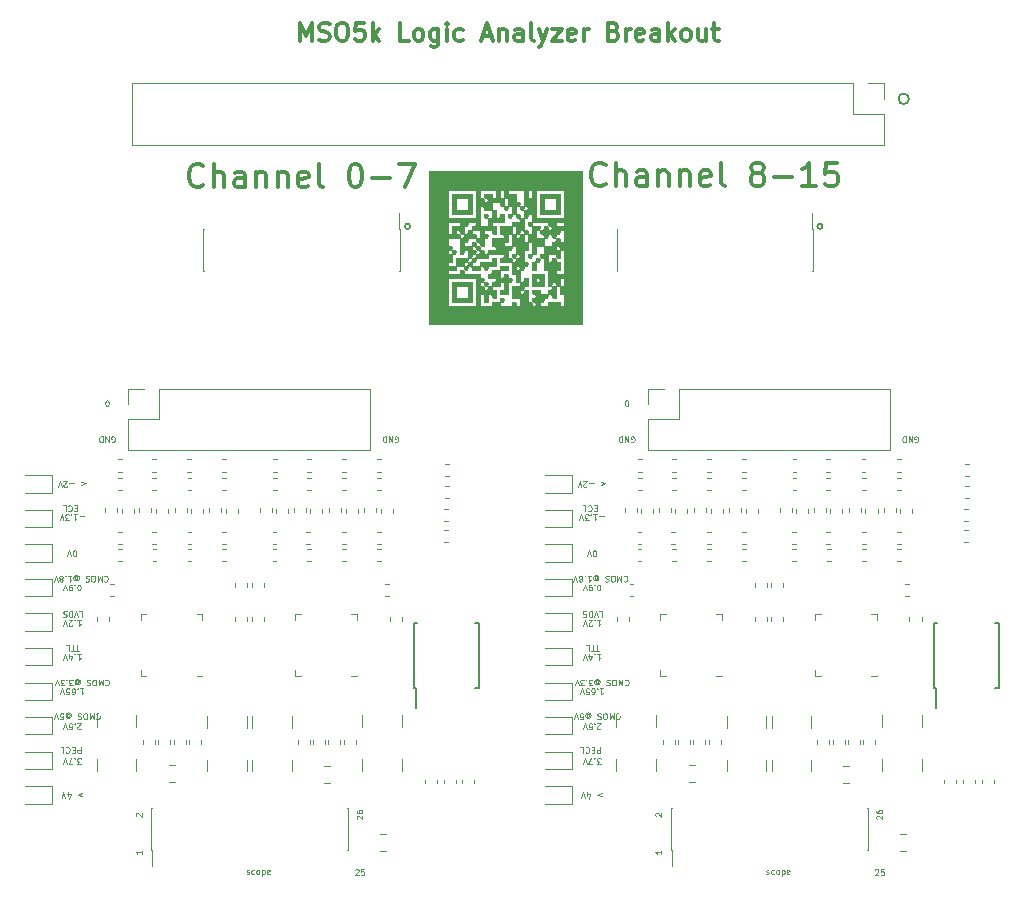
<source format=gbr>
%TF.GenerationSoftware,KiCad,Pcbnew,5.0.2-bee76a0~70~ubuntu18.04.1*%
%TF.CreationDate,2019-02-16T20:38:26+01:00*%
%TF.ProjectId,panel,70616e65-6c2e-46b6-9963-61645f706362,rev?*%
%TF.SameCoordinates,Original*%
%TF.FileFunction,Legend,Top*%
%TF.FilePolarity,Positive*%
%FSLAX46Y46*%
G04 Gerber Fmt 4.6, Leading zero omitted, Abs format (unit mm)*
G04 Created by KiCad (PCBNEW 5.0.2-bee76a0~70~ubuntu18.04.1) date lør 16 feb 2019 20:38:26 CET*
%MOMM*%
%LPD*%
G01*
G04 APERTURE LIST*
%ADD10C,0.200000*%
%ADD11C,0.300000*%
%ADD12C,0.125000*%
%ADD13C,0.100000*%
%ADD14C,0.120000*%
%ADD15C,0.010000*%
%ADD16C,0.150000*%
%ADD17C,0.602000*%
%ADD18R,1.802000X1.802000*%
%ADD19O,1.802000X1.802000*%
%ADD20R,0.842000X2.502000*%
%ADD21C,5.602000*%
%ADD22C,0.352000*%
%ADD23C,3.202000*%
%ADD24R,0.602000X0.902000*%
%ADD25R,0.502000X0.902000*%
%ADD26R,0.752000X1.802000*%
%ADD27C,0.977000*%
%ADD28C,1.077000*%
G04 APERTURE END LIST*
D10*
X96872214Y-29225000D02*
G75*
G03X96872214Y-29225000I-447214J0D01*
G01*
X89548607Y-40025000D02*
G75*
G03X89548607Y-40025000I-223607J0D01*
G01*
X54648607Y-40025000D02*
G75*
G03X54648607Y-40025000I-223607J0D01*
G01*
D11*
X45317857Y-24303571D02*
X45317857Y-22803571D01*
X45817857Y-23875000D01*
X46317857Y-22803571D01*
X46317857Y-24303571D01*
X46960714Y-24232142D02*
X47175000Y-24303571D01*
X47532142Y-24303571D01*
X47675000Y-24232142D01*
X47746428Y-24160714D01*
X47817857Y-24017857D01*
X47817857Y-23875000D01*
X47746428Y-23732142D01*
X47675000Y-23660714D01*
X47532142Y-23589285D01*
X47246428Y-23517857D01*
X47103571Y-23446428D01*
X47032142Y-23375000D01*
X46960714Y-23232142D01*
X46960714Y-23089285D01*
X47032142Y-22946428D01*
X47103571Y-22875000D01*
X47246428Y-22803571D01*
X47603571Y-22803571D01*
X47817857Y-22875000D01*
X48746428Y-22803571D02*
X49032142Y-22803571D01*
X49175000Y-22875000D01*
X49317857Y-23017857D01*
X49389285Y-23303571D01*
X49389285Y-23803571D01*
X49317857Y-24089285D01*
X49175000Y-24232142D01*
X49032142Y-24303571D01*
X48746428Y-24303571D01*
X48603571Y-24232142D01*
X48460714Y-24089285D01*
X48389285Y-23803571D01*
X48389285Y-23303571D01*
X48460714Y-23017857D01*
X48603571Y-22875000D01*
X48746428Y-22803571D01*
X50746428Y-22803571D02*
X50032142Y-22803571D01*
X49960714Y-23517857D01*
X50032142Y-23446428D01*
X50175000Y-23375000D01*
X50532142Y-23375000D01*
X50675000Y-23446428D01*
X50746428Y-23517857D01*
X50817857Y-23660714D01*
X50817857Y-24017857D01*
X50746428Y-24160714D01*
X50675000Y-24232142D01*
X50532142Y-24303571D01*
X50175000Y-24303571D01*
X50032142Y-24232142D01*
X49960714Y-24160714D01*
X51460714Y-24303571D02*
X51460714Y-22803571D01*
X51603571Y-23732142D02*
X52032142Y-24303571D01*
X52032142Y-23303571D02*
X51460714Y-23875000D01*
X54532142Y-24303571D02*
X53817857Y-24303571D01*
X53817857Y-22803571D01*
X55246428Y-24303571D02*
X55103571Y-24232142D01*
X55032142Y-24160714D01*
X54960714Y-24017857D01*
X54960714Y-23589285D01*
X55032142Y-23446428D01*
X55103571Y-23375000D01*
X55246428Y-23303571D01*
X55460714Y-23303571D01*
X55603571Y-23375000D01*
X55675000Y-23446428D01*
X55746428Y-23589285D01*
X55746428Y-24017857D01*
X55675000Y-24160714D01*
X55603571Y-24232142D01*
X55460714Y-24303571D01*
X55246428Y-24303571D01*
X57032142Y-23303571D02*
X57032142Y-24517857D01*
X56960714Y-24660714D01*
X56889285Y-24732142D01*
X56746428Y-24803571D01*
X56532142Y-24803571D01*
X56389285Y-24732142D01*
X57032142Y-24232142D02*
X56889285Y-24303571D01*
X56603571Y-24303571D01*
X56460714Y-24232142D01*
X56389285Y-24160714D01*
X56317857Y-24017857D01*
X56317857Y-23589285D01*
X56389285Y-23446428D01*
X56460714Y-23375000D01*
X56603571Y-23303571D01*
X56889285Y-23303571D01*
X57032142Y-23375000D01*
X57746428Y-24303571D02*
X57746428Y-23303571D01*
X57746428Y-22803571D02*
X57675000Y-22875000D01*
X57746428Y-22946428D01*
X57817857Y-22875000D01*
X57746428Y-22803571D01*
X57746428Y-22946428D01*
X59103571Y-24232142D02*
X58960714Y-24303571D01*
X58675000Y-24303571D01*
X58532142Y-24232142D01*
X58460714Y-24160714D01*
X58389285Y-24017857D01*
X58389285Y-23589285D01*
X58460714Y-23446428D01*
X58532142Y-23375000D01*
X58675000Y-23303571D01*
X58960714Y-23303571D01*
X59103571Y-23375000D01*
X60817857Y-23875000D02*
X61532142Y-23875000D01*
X60675000Y-24303571D02*
X61175000Y-22803571D01*
X61675000Y-24303571D01*
X62175000Y-23303571D02*
X62175000Y-24303571D01*
X62175000Y-23446428D02*
X62246428Y-23375000D01*
X62389285Y-23303571D01*
X62603571Y-23303571D01*
X62746428Y-23375000D01*
X62817857Y-23517857D01*
X62817857Y-24303571D01*
X64175000Y-24303571D02*
X64175000Y-23517857D01*
X64103571Y-23375000D01*
X63960714Y-23303571D01*
X63675000Y-23303571D01*
X63532142Y-23375000D01*
X64175000Y-24232142D02*
X64032142Y-24303571D01*
X63675000Y-24303571D01*
X63532142Y-24232142D01*
X63460714Y-24089285D01*
X63460714Y-23946428D01*
X63532142Y-23803571D01*
X63675000Y-23732142D01*
X64032142Y-23732142D01*
X64175000Y-23660714D01*
X65103571Y-24303571D02*
X64960714Y-24232142D01*
X64889285Y-24089285D01*
X64889285Y-22803571D01*
X65532142Y-23303571D02*
X65889285Y-24303571D01*
X66246428Y-23303571D02*
X65889285Y-24303571D01*
X65746428Y-24660714D01*
X65675000Y-24732142D01*
X65532142Y-24803571D01*
X66675000Y-23303571D02*
X67460714Y-23303571D01*
X66675000Y-24303571D01*
X67460714Y-24303571D01*
X68603571Y-24232142D02*
X68460714Y-24303571D01*
X68175000Y-24303571D01*
X68032142Y-24232142D01*
X67960714Y-24089285D01*
X67960714Y-23517857D01*
X68032142Y-23375000D01*
X68175000Y-23303571D01*
X68460714Y-23303571D01*
X68603571Y-23375000D01*
X68675000Y-23517857D01*
X68675000Y-23660714D01*
X67960714Y-23803571D01*
X69317857Y-24303571D02*
X69317857Y-23303571D01*
X69317857Y-23589285D02*
X69389285Y-23446428D01*
X69460714Y-23375000D01*
X69603571Y-23303571D01*
X69746428Y-23303571D01*
X71889285Y-23517857D02*
X72103571Y-23589285D01*
X72175000Y-23660714D01*
X72246428Y-23803571D01*
X72246428Y-24017857D01*
X72175000Y-24160714D01*
X72103571Y-24232142D01*
X71960714Y-24303571D01*
X71389285Y-24303571D01*
X71389285Y-22803571D01*
X71889285Y-22803571D01*
X72032142Y-22875000D01*
X72103571Y-22946428D01*
X72175000Y-23089285D01*
X72175000Y-23232142D01*
X72103571Y-23375000D01*
X72032142Y-23446428D01*
X71889285Y-23517857D01*
X71389285Y-23517857D01*
X72889285Y-24303571D02*
X72889285Y-23303571D01*
X72889285Y-23589285D02*
X72960714Y-23446428D01*
X73032142Y-23375000D01*
X73175000Y-23303571D01*
X73317857Y-23303571D01*
X74389285Y-24232142D02*
X74246428Y-24303571D01*
X73960714Y-24303571D01*
X73817857Y-24232142D01*
X73746428Y-24089285D01*
X73746428Y-23517857D01*
X73817857Y-23375000D01*
X73960714Y-23303571D01*
X74246428Y-23303571D01*
X74389285Y-23375000D01*
X74460714Y-23517857D01*
X74460714Y-23660714D01*
X73746428Y-23803571D01*
X75746428Y-24303571D02*
X75746428Y-23517857D01*
X75675000Y-23375000D01*
X75532142Y-23303571D01*
X75246428Y-23303571D01*
X75103571Y-23375000D01*
X75746428Y-24232142D02*
X75603571Y-24303571D01*
X75246428Y-24303571D01*
X75103571Y-24232142D01*
X75032142Y-24089285D01*
X75032142Y-23946428D01*
X75103571Y-23803571D01*
X75246428Y-23732142D01*
X75603571Y-23732142D01*
X75746428Y-23660714D01*
X76460714Y-24303571D02*
X76460714Y-22803571D01*
X76603571Y-23732142D02*
X77032142Y-24303571D01*
X77032142Y-23303571D02*
X76460714Y-23875000D01*
X77889285Y-24303571D02*
X77746428Y-24232142D01*
X77675000Y-24160714D01*
X77603571Y-24017857D01*
X77603571Y-23589285D01*
X77675000Y-23446428D01*
X77746428Y-23375000D01*
X77889285Y-23303571D01*
X78103571Y-23303571D01*
X78246428Y-23375000D01*
X78317857Y-23446428D01*
X78389285Y-23589285D01*
X78389285Y-24017857D01*
X78317857Y-24160714D01*
X78246428Y-24232142D01*
X78103571Y-24303571D01*
X77889285Y-24303571D01*
X79675000Y-23303571D02*
X79675000Y-24303571D01*
X79032142Y-23303571D02*
X79032142Y-24089285D01*
X79103571Y-24232142D01*
X79246428Y-24303571D01*
X79460714Y-24303571D01*
X79603571Y-24232142D01*
X79675000Y-24160714D01*
X80175000Y-23303571D02*
X80746428Y-23303571D01*
X80389285Y-22803571D02*
X80389285Y-24089285D01*
X80460714Y-24232142D01*
X80603571Y-24303571D01*
X80746428Y-24303571D01*
X37139285Y-36539285D02*
X37044047Y-36634523D01*
X36758333Y-36729761D01*
X36567857Y-36729761D01*
X36282142Y-36634523D01*
X36091666Y-36444047D01*
X35996428Y-36253571D01*
X35901190Y-35872619D01*
X35901190Y-35586904D01*
X35996428Y-35205952D01*
X36091666Y-35015476D01*
X36282142Y-34825000D01*
X36567857Y-34729761D01*
X36758333Y-34729761D01*
X37044047Y-34825000D01*
X37139285Y-34920238D01*
X37996428Y-36729761D02*
X37996428Y-34729761D01*
X38853571Y-36729761D02*
X38853571Y-35682142D01*
X38758333Y-35491666D01*
X38567857Y-35396428D01*
X38282142Y-35396428D01*
X38091666Y-35491666D01*
X37996428Y-35586904D01*
X40663095Y-36729761D02*
X40663095Y-35682142D01*
X40567857Y-35491666D01*
X40377380Y-35396428D01*
X39996428Y-35396428D01*
X39805952Y-35491666D01*
X40663095Y-36634523D02*
X40472619Y-36729761D01*
X39996428Y-36729761D01*
X39805952Y-36634523D01*
X39710714Y-36444047D01*
X39710714Y-36253571D01*
X39805952Y-36063095D01*
X39996428Y-35967857D01*
X40472619Y-35967857D01*
X40663095Y-35872619D01*
X41615476Y-35396428D02*
X41615476Y-36729761D01*
X41615476Y-35586904D02*
X41710714Y-35491666D01*
X41901190Y-35396428D01*
X42186904Y-35396428D01*
X42377380Y-35491666D01*
X42472619Y-35682142D01*
X42472619Y-36729761D01*
X43425000Y-35396428D02*
X43425000Y-36729761D01*
X43425000Y-35586904D02*
X43520238Y-35491666D01*
X43710714Y-35396428D01*
X43996428Y-35396428D01*
X44186904Y-35491666D01*
X44282142Y-35682142D01*
X44282142Y-36729761D01*
X45996428Y-36634523D02*
X45805952Y-36729761D01*
X45425000Y-36729761D01*
X45234523Y-36634523D01*
X45139285Y-36444047D01*
X45139285Y-35682142D01*
X45234523Y-35491666D01*
X45425000Y-35396428D01*
X45805952Y-35396428D01*
X45996428Y-35491666D01*
X46091666Y-35682142D01*
X46091666Y-35872619D01*
X45139285Y-36063095D01*
X47234523Y-36729761D02*
X47044047Y-36634523D01*
X46948809Y-36444047D01*
X46948809Y-34729761D01*
X49901190Y-34729761D02*
X50091666Y-34729761D01*
X50282142Y-34825000D01*
X50377380Y-34920238D01*
X50472619Y-35110714D01*
X50567857Y-35491666D01*
X50567857Y-35967857D01*
X50472619Y-36348809D01*
X50377380Y-36539285D01*
X50282142Y-36634523D01*
X50091666Y-36729761D01*
X49901190Y-36729761D01*
X49710714Y-36634523D01*
X49615476Y-36539285D01*
X49520238Y-36348809D01*
X49425000Y-35967857D01*
X49425000Y-35491666D01*
X49520238Y-35110714D01*
X49615476Y-34920238D01*
X49710714Y-34825000D01*
X49901190Y-34729761D01*
X51425000Y-35967857D02*
X52948809Y-35967857D01*
X53710714Y-34729761D02*
X55044047Y-34729761D01*
X54186904Y-36729761D01*
X71186904Y-36439285D02*
X71091666Y-36534523D01*
X70805952Y-36629761D01*
X70615476Y-36629761D01*
X70329761Y-36534523D01*
X70139285Y-36344047D01*
X70044047Y-36153571D01*
X69948809Y-35772619D01*
X69948809Y-35486904D01*
X70044047Y-35105952D01*
X70139285Y-34915476D01*
X70329761Y-34725000D01*
X70615476Y-34629761D01*
X70805952Y-34629761D01*
X71091666Y-34725000D01*
X71186904Y-34820238D01*
X72044047Y-36629761D02*
X72044047Y-34629761D01*
X72901190Y-36629761D02*
X72901190Y-35582142D01*
X72805952Y-35391666D01*
X72615476Y-35296428D01*
X72329761Y-35296428D01*
X72139285Y-35391666D01*
X72044047Y-35486904D01*
X74710714Y-36629761D02*
X74710714Y-35582142D01*
X74615476Y-35391666D01*
X74424999Y-35296428D01*
X74044047Y-35296428D01*
X73853571Y-35391666D01*
X74710714Y-36534523D02*
X74520238Y-36629761D01*
X74044047Y-36629761D01*
X73853571Y-36534523D01*
X73758333Y-36344047D01*
X73758333Y-36153571D01*
X73853571Y-35963095D01*
X74044047Y-35867857D01*
X74520238Y-35867857D01*
X74710714Y-35772619D01*
X75663095Y-35296428D02*
X75663095Y-36629761D01*
X75663095Y-35486904D02*
X75758333Y-35391666D01*
X75948809Y-35296428D01*
X76234523Y-35296428D01*
X76424999Y-35391666D01*
X76520238Y-35582142D01*
X76520238Y-36629761D01*
X77472619Y-35296428D02*
X77472619Y-36629761D01*
X77472619Y-35486904D02*
X77567857Y-35391666D01*
X77758333Y-35296428D01*
X78044047Y-35296428D01*
X78234523Y-35391666D01*
X78329761Y-35582142D01*
X78329761Y-36629761D01*
X80044047Y-36534523D02*
X79853571Y-36629761D01*
X79472619Y-36629761D01*
X79282142Y-36534523D01*
X79186904Y-36344047D01*
X79186904Y-35582142D01*
X79282142Y-35391666D01*
X79472619Y-35296428D01*
X79853571Y-35296428D01*
X80044047Y-35391666D01*
X80139285Y-35582142D01*
X80139285Y-35772619D01*
X79186904Y-35963095D01*
X81282142Y-36629761D02*
X81091666Y-36534523D01*
X80996428Y-36344047D01*
X80996428Y-34629761D01*
X83853571Y-35486904D02*
X83663095Y-35391666D01*
X83567857Y-35296428D01*
X83472619Y-35105952D01*
X83472619Y-35010714D01*
X83567857Y-34820238D01*
X83663095Y-34725000D01*
X83853571Y-34629761D01*
X84234523Y-34629761D01*
X84424999Y-34725000D01*
X84520238Y-34820238D01*
X84615476Y-35010714D01*
X84615476Y-35105952D01*
X84520238Y-35296428D01*
X84424999Y-35391666D01*
X84234523Y-35486904D01*
X83853571Y-35486904D01*
X83663095Y-35582142D01*
X83567857Y-35677380D01*
X83472619Y-35867857D01*
X83472619Y-36248809D01*
X83567857Y-36439285D01*
X83663095Y-36534523D01*
X83853571Y-36629761D01*
X84234523Y-36629761D01*
X84424999Y-36534523D01*
X84520238Y-36439285D01*
X84615476Y-36248809D01*
X84615476Y-35867857D01*
X84520238Y-35677380D01*
X84424999Y-35582142D01*
X84234523Y-35486904D01*
X85472619Y-35867857D02*
X86996428Y-35867857D01*
X88996428Y-36629761D02*
X87853571Y-36629761D01*
X88424999Y-36629761D02*
X88424999Y-34629761D01*
X88234523Y-34915476D01*
X88044047Y-35105952D01*
X87853571Y-35201190D01*
X90805952Y-34629761D02*
X89853571Y-34629761D01*
X89758333Y-35582142D01*
X89853571Y-35486904D01*
X90044047Y-35391666D01*
X90520238Y-35391666D01*
X90710714Y-35486904D01*
X90805952Y-35582142D01*
X90901190Y-35772619D01*
X90901190Y-36248809D01*
X90805952Y-36439285D01*
X90710714Y-36534523D01*
X90520238Y-36629761D01*
X90044047Y-36629761D01*
X89853571Y-36534523D01*
X89758333Y-36439285D01*
D12*
X72951190Y-54751190D02*
X72998809Y-54751190D01*
X73046428Y-54775000D01*
X73070238Y-54798809D01*
X73094047Y-54846428D01*
X73117857Y-54941666D01*
X73117857Y-55060714D01*
X73094047Y-55155952D01*
X73070238Y-55203571D01*
X73046428Y-55227380D01*
X72998809Y-55251190D01*
X72951190Y-55251190D01*
X72903571Y-55227380D01*
X72879761Y-55203571D01*
X72855952Y-55155952D01*
X72832142Y-55060714D01*
X72832142Y-54941666D01*
X72855952Y-54846428D01*
X72879761Y-54798809D01*
X72903571Y-54775000D01*
X72951190Y-54751190D01*
X73355952Y-58275000D02*
X73403571Y-58298809D01*
X73475000Y-58298809D01*
X73546428Y-58275000D01*
X73594047Y-58227380D01*
X73617857Y-58179761D01*
X73641666Y-58084523D01*
X73641666Y-58013095D01*
X73617857Y-57917857D01*
X73594047Y-57870238D01*
X73546428Y-57822619D01*
X73475000Y-57798809D01*
X73427380Y-57798809D01*
X73355952Y-57822619D01*
X73332142Y-57846428D01*
X73332142Y-58013095D01*
X73427380Y-58013095D01*
X73117857Y-57798809D02*
X73117857Y-58298809D01*
X72832142Y-57798809D01*
X72832142Y-58298809D01*
X72594047Y-57798809D02*
X72594047Y-58298809D01*
X72475000Y-58298809D01*
X72403571Y-58275000D01*
X72355952Y-58227380D01*
X72332142Y-58179761D01*
X72308333Y-58084523D01*
X72308333Y-58013095D01*
X72332142Y-57917857D01*
X72355952Y-57870238D01*
X72403571Y-57822619D01*
X72475000Y-57798809D01*
X72594047Y-57798809D01*
X97355952Y-58275000D02*
X97403571Y-58298809D01*
X97475000Y-58298809D01*
X97546428Y-58275000D01*
X97594047Y-58227380D01*
X97617857Y-58179761D01*
X97641666Y-58084523D01*
X97641666Y-58013095D01*
X97617857Y-57917857D01*
X97594047Y-57870238D01*
X97546428Y-57822619D01*
X97475000Y-57798809D01*
X97427380Y-57798809D01*
X97355952Y-57822619D01*
X97332142Y-57846428D01*
X97332142Y-58013095D01*
X97427380Y-58013095D01*
X97117857Y-57798809D02*
X97117857Y-58298809D01*
X96832142Y-57798809D01*
X96832142Y-58298809D01*
X96594047Y-57798809D02*
X96594047Y-58298809D01*
X96475000Y-58298809D01*
X96403571Y-58275000D01*
X96355952Y-58227380D01*
X96332142Y-58179761D01*
X96308333Y-58084523D01*
X96308333Y-58013095D01*
X96332142Y-57917857D01*
X96355952Y-57870238D01*
X96403571Y-57822619D01*
X96475000Y-57798809D01*
X96594047Y-57798809D01*
X93994047Y-94498809D02*
X94017857Y-94475000D01*
X94065476Y-94451190D01*
X94184523Y-94451190D01*
X94232142Y-94475000D01*
X94255952Y-94498809D01*
X94279761Y-94546428D01*
X94279761Y-94594047D01*
X94255952Y-94665476D01*
X93970238Y-94951190D01*
X94279761Y-94951190D01*
X94732142Y-94451190D02*
X94494047Y-94451190D01*
X94470238Y-94689285D01*
X94494047Y-94665476D01*
X94541666Y-94641666D01*
X94660714Y-94641666D01*
X94708333Y-94665476D01*
X94732142Y-94689285D01*
X94755952Y-94736904D01*
X94755952Y-94855952D01*
X94732142Y-94903571D01*
X94708333Y-94927380D01*
X94660714Y-94951190D01*
X94541666Y-94951190D01*
X94494047Y-94927380D01*
X94470238Y-94903571D01*
X94148809Y-90205952D02*
X94125000Y-90182142D01*
X94101190Y-90134523D01*
X94101190Y-90015476D01*
X94125000Y-89967857D01*
X94148809Y-89944047D01*
X94196428Y-89920238D01*
X94244047Y-89920238D01*
X94315476Y-89944047D01*
X94601190Y-90229761D01*
X94601190Y-89920238D01*
X94101190Y-89491666D02*
X94101190Y-89586904D01*
X94125000Y-89634523D01*
X94148809Y-89658333D01*
X94220238Y-89705952D01*
X94315476Y-89729761D01*
X94505952Y-89729761D01*
X94553571Y-89705952D01*
X94577380Y-89682142D01*
X94601190Y-89634523D01*
X94601190Y-89539285D01*
X94577380Y-89491666D01*
X94553571Y-89467857D01*
X94505952Y-89444047D01*
X94386904Y-89444047D01*
X94339285Y-89467857D01*
X94315476Y-89491666D01*
X94291666Y-89539285D01*
X94291666Y-89634523D01*
X94315476Y-89682142D01*
X94339285Y-89705952D01*
X94386904Y-89729761D01*
X75448809Y-89967857D02*
X75425000Y-89944047D01*
X75401190Y-89896428D01*
X75401190Y-89777380D01*
X75425000Y-89729761D01*
X75448809Y-89705952D01*
X75496428Y-89682142D01*
X75544047Y-89682142D01*
X75615476Y-89705952D01*
X75901190Y-89991666D01*
X75901190Y-89682142D01*
X75901190Y-92882142D02*
X75901190Y-93167857D01*
X75901190Y-93025000D02*
X75401190Y-93025000D01*
X75472619Y-93072619D01*
X75520238Y-93120238D01*
X75544047Y-93167857D01*
X84786904Y-94827380D02*
X84834523Y-94851190D01*
X84929761Y-94851190D01*
X84977380Y-94827380D01*
X85001190Y-94779761D01*
X85001190Y-94755952D01*
X84977380Y-94708333D01*
X84929761Y-94684523D01*
X84858333Y-94684523D01*
X84810714Y-94660714D01*
X84786904Y-94613095D01*
X84786904Y-94589285D01*
X84810714Y-94541666D01*
X84858333Y-94517857D01*
X84929761Y-94517857D01*
X84977380Y-94541666D01*
X85429761Y-94827380D02*
X85382142Y-94851190D01*
X85286904Y-94851190D01*
X85239285Y-94827380D01*
X85215476Y-94803571D01*
X85191666Y-94755952D01*
X85191666Y-94613095D01*
X85215476Y-94565476D01*
X85239285Y-94541666D01*
X85286904Y-94517857D01*
X85382142Y-94517857D01*
X85429761Y-94541666D01*
X85715476Y-94851190D02*
X85667857Y-94827380D01*
X85644047Y-94803571D01*
X85620238Y-94755952D01*
X85620238Y-94613095D01*
X85644047Y-94565476D01*
X85667857Y-94541666D01*
X85715476Y-94517857D01*
X85786904Y-94517857D01*
X85834523Y-94541666D01*
X85858333Y-94565476D01*
X85882142Y-94613095D01*
X85882142Y-94755952D01*
X85858333Y-94803571D01*
X85834523Y-94827380D01*
X85786904Y-94851190D01*
X85715476Y-94851190D01*
X86096428Y-94517857D02*
X86096428Y-95017857D01*
X86096428Y-94541666D02*
X86144047Y-94517857D01*
X86239285Y-94517857D01*
X86286904Y-94541666D01*
X86310714Y-94565476D01*
X86334523Y-94613095D01*
X86334523Y-94755952D01*
X86310714Y-94803571D01*
X86286904Y-94827380D01*
X86239285Y-94851190D01*
X86144047Y-94851190D01*
X86096428Y-94827380D01*
X86739285Y-94827380D02*
X86691666Y-94851190D01*
X86596428Y-94851190D01*
X86548809Y-94827380D01*
X86525000Y-94779761D01*
X86525000Y-94589285D01*
X86548809Y-94541666D01*
X86596428Y-94517857D01*
X86691666Y-94517857D01*
X86739285Y-94541666D01*
X86763095Y-94589285D01*
X86763095Y-94636904D01*
X86525000Y-94684523D01*
X70434523Y-63910714D02*
X70267857Y-63910714D01*
X70196428Y-63648809D02*
X70434523Y-63648809D01*
X70434523Y-64148809D01*
X70196428Y-64148809D01*
X69696428Y-63696428D02*
X69720238Y-63672619D01*
X69791666Y-63648809D01*
X69839285Y-63648809D01*
X69910714Y-63672619D01*
X69958333Y-63720238D01*
X69982142Y-63767857D01*
X70005952Y-63863095D01*
X70005952Y-63934523D01*
X69982142Y-64029761D01*
X69958333Y-64077380D01*
X69910714Y-64125000D01*
X69839285Y-64148809D01*
X69791666Y-64148809D01*
X69720238Y-64125000D01*
X69696428Y-64101190D01*
X69244047Y-63648809D02*
X69482142Y-63648809D01*
X69482142Y-64148809D01*
X72727380Y-69646428D02*
X72751190Y-69622619D01*
X72822619Y-69598809D01*
X72870238Y-69598809D01*
X72941666Y-69622619D01*
X72989285Y-69670238D01*
X73013095Y-69717857D01*
X73036904Y-69813095D01*
X73036904Y-69884523D01*
X73013095Y-69979761D01*
X72989285Y-70027380D01*
X72941666Y-70075000D01*
X72870238Y-70098809D01*
X72822619Y-70098809D01*
X72751190Y-70075000D01*
X72727380Y-70051190D01*
X72513095Y-69598809D02*
X72513095Y-70098809D01*
X72346428Y-69741666D01*
X72179761Y-70098809D01*
X72179761Y-69598809D01*
X71846428Y-70098809D02*
X71751190Y-70098809D01*
X71703571Y-70075000D01*
X71655952Y-70027380D01*
X71632142Y-69932142D01*
X71632142Y-69765476D01*
X71655952Y-69670238D01*
X71703571Y-69622619D01*
X71751190Y-69598809D01*
X71846428Y-69598809D01*
X71894047Y-69622619D01*
X71941666Y-69670238D01*
X71965476Y-69765476D01*
X71965476Y-69932142D01*
X71941666Y-70027380D01*
X71894047Y-70075000D01*
X71846428Y-70098809D01*
X71441666Y-69622619D02*
X71370238Y-69598809D01*
X71251190Y-69598809D01*
X71203571Y-69622619D01*
X71179761Y-69646428D01*
X71155952Y-69694047D01*
X71155952Y-69741666D01*
X71179761Y-69789285D01*
X71203571Y-69813095D01*
X71251190Y-69836904D01*
X71346428Y-69860714D01*
X71394047Y-69884523D01*
X71417857Y-69908333D01*
X71441666Y-69955952D01*
X71441666Y-70003571D01*
X71417857Y-70051190D01*
X71394047Y-70075000D01*
X71346428Y-70098809D01*
X71227380Y-70098809D01*
X71155952Y-70075000D01*
X70251190Y-69836904D02*
X70275000Y-69860714D01*
X70322619Y-69884523D01*
X70370238Y-69884523D01*
X70417857Y-69860714D01*
X70441666Y-69836904D01*
X70465476Y-69789285D01*
X70465476Y-69741666D01*
X70441666Y-69694047D01*
X70417857Y-69670238D01*
X70370238Y-69646428D01*
X70322619Y-69646428D01*
X70275000Y-69670238D01*
X70251190Y-69694047D01*
X70251190Y-69884523D02*
X70251190Y-69694047D01*
X70227380Y-69670238D01*
X70203571Y-69670238D01*
X70155952Y-69694047D01*
X70132142Y-69741666D01*
X70132142Y-69860714D01*
X70179761Y-69932142D01*
X70251190Y-69979761D01*
X70346428Y-70003571D01*
X70441666Y-69979761D01*
X70513095Y-69932142D01*
X70560714Y-69860714D01*
X70584523Y-69765476D01*
X70560714Y-69670238D01*
X70513095Y-69598809D01*
X70441666Y-69551190D01*
X70346428Y-69527380D01*
X70251190Y-69551190D01*
X70179761Y-69598809D01*
X69655952Y-69598809D02*
X69941666Y-69598809D01*
X69798809Y-69598809D02*
X69798809Y-70098809D01*
X69846428Y-70027380D01*
X69894047Y-69979761D01*
X69941666Y-69955952D01*
X69441666Y-69646428D02*
X69417857Y-69622619D01*
X69441666Y-69598809D01*
X69465476Y-69622619D01*
X69441666Y-69646428D01*
X69441666Y-69598809D01*
X69132142Y-69884523D02*
X69179761Y-69908333D01*
X69203571Y-69932142D01*
X69227380Y-69979761D01*
X69227380Y-70003571D01*
X69203571Y-70051190D01*
X69179761Y-70075000D01*
X69132142Y-70098809D01*
X69036904Y-70098809D01*
X68989285Y-70075000D01*
X68965476Y-70051190D01*
X68941666Y-70003571D01*
X68941666Y-69979761D01*
X68965476Y-69932142D01*
X68989285Y-69908333D01*
X69036904Y-69884523D01*
X69132142Y-69884523D01*
X69179761Y-69860714D01*
X69203571Y-69836904D01*
X69227380Y-69789285D01*
X69227380Y-69694047D01*
X69203571Y-69646428D01*
X69179761Y-69622619D01*
X69132142Y-69598809D01*
X69036904Y-69598809D01*
X68989285Y-69622619D01*
X68965476Y-69646428D01*
X68941666Y-69694047D01*
X68941666Y-69789285D01*
X68965476Y-69836904D01*
X68989285Y-69860714D01*
X69036904Y-69884523D01*
X68798809Y-70098809D02*
X68632142Y-69598809D01*
X68465476Y-70098809D01*
X70622619Y-72598809D02*
X70860714Y-72598809D01*
X70860714Y-73098809D01*
X70527380Y-73098809D02*
X70360714Y-72598809D01*
X70194047Y-73098809D01*
X70027380Y-72598809D02*
X70027380Y-73098809D01*
X69908333Y-73098809D01*
X69836904Y-73075000D01*
X69789285Y-73027380D01*
X69765476Y-72979761D01*
X69741666Y-72884523D01*
X69741666Y-72813095D01*
X69765476Y-72717857D01*
X69789285Y-72670238D01*
X69836904Y-72622619D01*
X69908333Y-72598809D01*
X70027380Y-72598809D01*
X69551190Y-72622619D02*
X69479761Y-72598809D01*
X69360714Y-72598809D01*
X69313095Y-72622619D01*
X69289285Y-72646428D01*
X69265476Y-72694047D01*
X69265476Y-72741666D01*
X69289285Y-72789285D01*
X69313095Y-72813095D01*
X69360714Y-72836904D01*
X69455952Y-72860714D01*
X69503571Y-72884523D01*
X69527380Y-72908333D01*
X69551190Y-72955952D01*
X69551190Y-73003571D01*
X69527380Y-73051190D01*
X69503571Y-73075000D01*
X69455952Y-73098809D01*
X69336904Y-73098809D01*
X69265476Y-73075000D01*
X70610714Y-75948809D02*
X70325000Y-75948809D01*
X70467857Y-75448809D02*
X70467857Y-75948809D01*
X70229761Y-75948809D02*
X69944047Y-75948809D01*
X70086904Y-75448809D02*
X70086904Y-75948809D01*
X69539285Y-75448809D02*
X69777380Y-75448809D01*
X69777380Y-75948809D01*
X72827380Y-78446428D02*
X72851190Y-78422619D01*
X72922619Y-78398809D01*
X72970238Y-78398809D01*
X73041666Y-78422619D01*
X73089285Y-78470238D01*
X73113095Y-78517857D01*
X73136904Y-78613095D01*
X73136904Y-78684523D01*
X73113095Y-78779761D01*
X73089285Y-78827380D01*
X73041666Y-78875000D01*
X72970238Y-78898809D01*
X72922619Y-78898809D01*
X72851190Y-78875000D01*
X72827380Y-78851190D01*
X72613095Y-78398809D02*
X72613095Y-78898809D01*
X72446428Y-78541666D01*
X72279761Y-78898809D01*
X72279761Y-78398809D01*
X71946428Y-78898809D02*
X71851190Y-78898809D01*
X71803571Y-78875000D01*
X71755952Y-78827380D01*
X71732142Y-78732142D01*
X71732142Y-78565476D01*
X71755952Y-78470238D01*
X71803571Y-78422619D01*
X71851190Y-78398809D01*
X71946428Y-78398809D01*
X71994047Y-78422619D01*
X72041666Y-78470238D01*
X72065476Y-78565476D01*
X72065476Y-78732142D01*
X72041666Y-78827380D01*
X71994047Y-78875000D01*
X71946428Y-78898809D01*
X71541666Y-78422619D02*
X71470238Y-78398809D01*
X71351190Y-78398809D01*
X71303571Y-78422619D01*
X71279761Y-78446428D01*
X71255952Y-78494047D01*
X71255952Y-78541666D01*
X71279761Y-78589285D01*
X71303571Y-78613095D01*
X71351190Y-78636904D01*
X71446428Y-78660714D01*
X71494047Y-78684523D01*
X71517857Y-78708333D01*
X71541666Y-78755952D01*
X71541666Y-78803571D01*
X71517857Y-78851190D01*
X71494047Y-78875000D01*
X71446428Y-78898809D01*
X71327380Y-78898809D01*
X71255952Y-78875000D01*
X70351190Y-78636904D02*
X70375000Y-78660714D01*
X70422619Y-78684523D01*
X70470238Y-78684523D01*
X70517857Y-78660714D01*
X70541666Y-78636904D01*
X70565476Y-78589285D01*
X70565476Y-78541666D01*
X70541666Y-78494047D01*
X70517857Y-78470238D01*
X70470238Y-78446428D01*
X70422619Y-78446428D01*
X70375000Y-78470238D01*
X70351190Y-78494047D01*
X70351190Y-78684523D02*
X70351190Y-78494047D01*
X70327380Y-78470238D01*
X70303571Y-78470238D01*
X70255952Y-78494047D01*
X70232142Y-78541666D01*
X70232142Y-78660714D01*
X70279761Y-78732142D01*
X70351190Y-78779761D01*
X70446428Y-78803571D01*
X70541666Y-78779761D01*
X70613095Y-78732142D01*
X70660714Y-78660714D01*
X70684523Y-78565476D01*
X70660714Y-78470238D01*
X70613095Y-78398809D01*
X70541666Y-78351190D01*
X70446428Y-78327380D01*
X70351190Y-78351190D01*
X70279761Y-78398809D01*
X70065476Y-78898809D02*
X69755952Y-78898809D01*
X69922619Y-78708333D01*
X69851190Y-78708333D01*
X69803571Y-78684523D01*
X69779761Y-78660714D01*
X69755952Y-78613095D01*
X69755952Y-78494047D01*
X69779761Y-78446428D01*
X69803571Y-78422619D01*
X69851190Y-78398809D01*
X69994047Y-78398809D01*
X70041666Y-78422619D01*
X70065476Y-78446428D01*
X69541666Y-78446428D02*
X69517857Y-78422619D01*
X69541666Y-78398809D01*
X69565476Y-78422619D01*
X69541666Y-78446428D01*
X69541666Y-78398809D01*
X69351190Y-78898809D02*
X69041666Y-78898809D01*
X69208333Y-78708333D01*
X69136904Y-78708333D01*
X69089285Y-78684523D01*
X69065476Y-78660714D01*
X69041666Y-78613095D01*
X69041666Y-78494047D01*
X69065476Y-78446428D01*
X69089285Y-78422619D01*
X69136904Y-78398809D01*
X69279761Y-78398809D01*
X69327380Y-78422619D01*
X69351190Y-78446428D01*
X68898809Y-78898809D02*
X68732142Y-78398809D01*
X68565476Y-78898809D01*
X72070238Y-81296428D02*
X72094047Y-81272619D01*
X72165476Y-81248809D01*
X72213095Y-81248809D01*
X72284523Y-81272619D01*
X72332142Y-81320238D01*
X72355952Y-81367857D01*
X72379761Y-81463095D01*
X72379761Y-81534523D01*
X72355952Y-81629761D01*
X72332142Y-81677380D01*
X72284523Y-81725000D01*
X72213095Y-81748809D01*
X72165476Y-81748809D01*
X72094047Y-81725000D01*
X72070238Y-81701190D01*
X71855952Y-81248809D02*
X71855952Y-81748809D01*
X71689285Y-81391666D01*
X71522619Y-81748809D01*
X71522619Y-81248809D01*
X71189285Y-81748809D02*
X71094047Y-81748809D01*
X71046428Y-81725000D01*
X70998809Y-81677380D01*
X70975000Y-81582142D01*
X70975000Y-81415476D01*
X70998809Y-81320238D01*
X71046428Y-81272619D01*
X71094047Y-81248809D01*
X71189285Y-81248809D01*
X71236904Y-81272619D01*
X71284523Y-81320238D01*
X71308333Y-81415476D01*
X71308333Y-81582142D01*
X71284523Y-81677380D01*
X71236904Y-81725000D01*
X71189285Y-81748809D01*
X70784523Y-81272619D02*
X70713095Y-81248809D01*
X70594047Y-81248809D01*
X70546428Y-81272619D01*
X70522619Y-81296428D01*
X70498809Y-81344047D01*
X70498809Y-81391666D01*
X70522619Y-81439285D01*
X70546428Y-81463095D01*
X70594047Y-81486904D01*
X70689285Y-81510714D01*
X70736904Y-81534523D01*
X70760714Y-81558333D01*
X70784523Y-81605952D01*
X70784523Y-81653571D01*
X70760714Y-81701190D01*
X70736904Y-81725000D01*
X70689285Y-81748809D01*
X70570238Y-81748809D01*
X70498809Y-81725000D01*
X69594047Y-81486904D02*
X69617857Y-81510714D01*
X69665476Y-81534523D01*
X69713095Y-81534523D01*
X69760714Y-81510714D01*
X69784523Y-81486904D01*
X69808333Y-81439285D01*
X69808333Y-81391666D01*
X69784523Y-81344047D01*
X69760714Y-81320238D01*
X69713095Y-81296428D01*
X69665476Y-81296428D01*
X69617857Y-81320238D01*
X69594047Y-81344047D01*
X69594047Y-81534523D02*
X69594047Y-81344047D01*
X69570238Y-81320238D01*
X69546428Y-81320238D01*
X69498809Y-81344047D01*
X69475000Y-81391666D01*
X69475000Y-81510714D01*
X69522619Y-81582142D01*
X69594047Y-81629761D01*
X69689285Y-81653571D01*
X69784523Y-81629761D01*
X69855952Y-81582142D01*
X69903571Y-81510714D01*
X69927380Y-81415476D01*
X69903571Y-81320238D01*
X69855952Y-81248809D01*
X69784523Y-81201190D01*
X69689285Y-81177380D01*
X69594047Y-81201190D01*
X69522619Y-81248809D01*
X69022619Y-81748809D02*
X69260714Y-81748809D01*
X69284523Y-81510714D01*
X69260714Y-81534523D01*
X69213095Y-81558333D01*
X69094047Y-81558333D01*
X69046428Y-81534523D01*
X69022619Y-81510714D01*
X68998809Y-81463095D01*
X68998809Y-81344047D01*
X69022619Y-81296428D01*
X69046428Y-81272619D01*
X69094047Y-81248809D01*
X69213095Y-81248809D01*
X69260714Y-81272619D01*
X69284523Y-81296428D01*
X68855952Y-81748809D02*
X68689285Y-81248809D01*
X68522619Y-81748809D01*
X70734523Y-84098809D02*
X70734523Y-84598809D01*
X70544047Y-84598809D01*
X70496428Y-84575000D01*
X70472619Y-84551190D01*
X70448809Y-84503571D01*
X70448809Y-84432142D01*
X70472619Y-84384523D01*
X70496428Y-84360714D01*
X70544047Y-84336904D01*
X70734523Y-84336904D01*
X70234523Y-84360714D02*
X70067857Y-84360714D01*
X69996428Y-84098809D02*
X70234523Y-84098809D01*
X70234523Y-84598809D01*
X69996428Y-84598809D01*
X69496428Y-84146428D02*
X69520238Y-84122619D01*
X69591666Y-84098809D01*
X69639285Y-84098809D01*
X69710714Y-84122619D01*
X69758333Y-84170238D01*
X69782142Y-84217857D01*
X69805952Y-84313095D01*
X69805952Y-84384523D01*
X69782142Y-84479761D01*
X69758333Y-84527380D01*
X69710714Y-84575000D01*
X69639285Y-84598809D01*
X69591666Y-84598809D01*
X69520238Y-84575000D01*
X69496428Y-84551190D01*
X69044047Y-84098809D02*
X69282142Y-84098809D01*
X69282142Y-84598809D01*
X71025001Y-64589285D02*
X70644048Y-64589285D01*
X70144048Y-64398809D02*
X70429762Y-64398809D01*
X70286905Y-64398809D02*
X70286905Y-64898809D01*
X70334524Y-64827380D01*
X70382143Y-64779761D01*
X70429762Y-64755952D01*
X69929762Y-64446428D02*
X69905953Y-64422619D01*
X69929762Y-64398809D01*
X69953572Y-64422619D01*
X69929762Y-64446428D01*
X69929762Y-64398809D01*
X69739286Y-64898809D02*
X69429762Y-64898809D01*
X69596429Y-64708333D01*
X69525001Y-64708333D01*
X69477381Y-64684523D01*
X69453572Y-64660714D01*
X69429762Y-64613095D01*
X69429762Y-64494047D01*
X69453572Y-64446428D01*
X69477381Y-64422619D01*
X69525001Y-64398809D01*
X69667858Y-64398809D01*
X69715477Y-64422619D01*
X69739286Y-64446428D01*
X69286905Y-64898809D02*
X69120239Y-64398809D01*
X68953572Y-64898809D01*
X70263095Y-67948809D02*
X70215476Y-67948809D01*
X70167857Y-67925000D01*
X70144047Y-67901190D01*
X70120238Y-67853571D01*
X70096428Y-67758333D01*
X70096428Y-67639285D01*
X70120238Y-67544047D01*
X70144047Y-67496428D01*
X70167857Y-67472619D01*
X70215476Y-67448809D01*
X70263095Y-67448809D01*
X70310714Y-67472619D01*
X70334523Y-67496428D01*
X70358333Y-67544047D01*
X70382142Y-67639285D01*
X70382142Y-67758333D01*
X70358333Y-67853571D01*
X70334523Y-67901190D01*
X70310714Y-67925000D01*
X70263095Y-67948809D01*
X69953571Y-67948809D02*
X69786904Y-67448809D01*
X69620238Y-67948809D01*
X70620238Y-70848809D02*
X70572619Y-70848809D01*
X70525000Y-70825000D01*
X70501190Y-70801190D01*
X70477380Y-70753571D01*
X70453571Y-70658333D01*
X70453571Y-70539285D01*
X70477380Y-70444047D01*
X70501190Y-70396428D01*
X70525000Y-70372619D01*
X70572619Y-70348809D01*
X70620238Y-70348809D01*
X70667857Y-70372619D01*
X70691666Y-70396428D01*
X70715476Y-70444047D01*
X70739285Y-70539285D01*
X70739285Y-70658333D01*
X70715476Y-70753571D01*
X70691666Y-70801190D01*
X70667857Y-70825000D01*
X70620238Y-70848809D01*
X70239285Y-70396428D02*
X70215476Y-70372619D01*
X70239285Y-70348809D01*
X70263095Y-70372619D01*
X70239285Y-70396428D01*
X70239285Y-70348809D01*
X69977380Y-70348809D02*
X69882142Y-70348809D01*
X69834523Y-70372619D01*
X69810714Y-70396428D01*
X69763095Y-70467857D01*
X69739285Y-70563095D01*
X69739285Y-70753571D01*
X69763095Y-70801190D01*
X69786904Y-70825000D01*
X69834523Y-70848809D01*
X69929761Y-70848809D01*
X69977380Y-70825000D01*
X70001190Y-70801190D01*
X70025000Y-70753571D01*
X70025000Y-70634523D01*
X70001190Y-70586904D01*
X69977380Y-70563095D01*
X69929761Y-70539285D01*
X69834523Y-70539285D01*
X69786904Y-70563095D01*
X69763095Y-70586904D01*
X69739285Y-70634523D01*
X69596428Y-70848809D02*
X69429761Y-70348809D01*
X69263095Y-70848809D01*
X70453571Y-73348809D02*
X70739285Y-73348809D01*
X70596428Y-73348809D02*
X70596428Y-73848809D01*
X70644047Y-73777380D01*
X70691666Y-73729761D01*
X70739285Y-73705952D01*
X70239285Y-73396428D02*
X70215476Y-73372619D01*
X70239285Y-73348809D01*
X70263095Y-73372619D01*
X70239285Y-73396428D01*
X70239285Y-73348809D01*
X70025000Y-73801190D02*
X70001190Y-73825000D01*
X69953571Y-73848809D01*
X69834523Y-73848809D01*
X69786904Y-73825000D01*
X69763095Y-73801190D01*
X69739285Y-73753571D01*
X69739285Y-73705952D01*
X69763095Y-73634523D01*
X70048809Y-73348809D01*
X69739285Y-73348809D01*
X69596428Y-73848809D02*
X69429761Y-73348809D01*
X69263095Y-73848809D01*
X70453571Y-76198809D02*
X70739285Y-76198809D01*
X70596428Y-76198809D02*
X70596428Y-76698809D01*
X70644047Y-76627380D01*
X70691666Y-76579761D01*
X70739285Y-76555952D01*
X70239285Y-76246428D02*
X70215476Y-76222619D01*
X70239285Y-76198809D01*
X70263095Y-76222619D01*
X70239285Y-76246428D01*
X70239285Y-76198809D01*
X69786904Y-76532142D02*
X69786904Y-76198809D01*
X69905952Y-76722619D02*
X70025000Y-76365476D01*
X69715476Y-76365476D01*
X69596428Y-76698809D02*
X69429761Y-76198809D01*
X69263095Y-76698809D01*
X70691666Y-79148809D02*
X70977380Y-79148809D01*
X70834523Y-79148809D02*
X70834523Y-79648809D01*
X70882142Y-79577380D01*
X70929761Y-79529761D01*
X70977380Y-79505952D01*
X70477380Y-79196428D02*
X70453571Y-79172619D01*
X70477380Y-79148809D01*
X70501190Y-79172619D01*
X70477380Y-79196428D01*
X70477380Y-79148809D01*
X70025000Y-79648809D02*
X70120238Y-79648809D01*
X70167857Y-79625000D01*
X70191666Y-79601190D01*
X70239285Y-79529761D01*
X70263095Y-79434523D01*
X70263095Y-79244047D01*
X70239285Y-79196428D01*
X70215476Y-79172619D01*
X70167857Y-79148809D01*
X70072619Y-79148809D01*
X70025000Y-79172619D01*
X70001190Y-79196428D01*
X69977380Y-79244047D01*
X69977380Y-79363095D01*
X70001190Y-79410714D01*
X70025000Y-79434523D01*
X70072619Y-79458333D01*
X70167857Y-79458333D01*
X70215476Y-79434523D01*
X70239285Y-79410714D01*
X70263095Y-79363095D01*
X69525000Y-79648809D02*
X69763095Y-79648809D01*
X69786904Y-79410714D01*
X69763095Y-79434523D01*
X69715476Y-79458333D01*
X69596428Y-79458333D01*
X69548809Y-79434523D01*
X69525000Y-79410714D01*
X69501190Y-79363095D01*
X69501190Y-79244047D01*
X69525000Y-79196428D01*
X69548809Y-79172619D01*
X69596428Y-79148809D01*
X69715476Y-79148809D01*
X69763095Y-79172619D01*
X69786904Y-79196428D01*
X69358333Y-79648809D02*
X69191666Y-79148809D01*
X69025000Y-79648809D01*
X70739285Y-82551190D02*
X70715476Y-82575000D01*
X70667857Y-82598809D01*
X70548809Y-82598809D01*
X70501190Y-82575000D01*
X70477380Y-82551190D01*
X70453571Y-82503571D01*
X70453571Y-82455952D01*
X70477380Y-82384523D01*
X70763095Y-82098809D01*
X70453571Y-82098809D01*
X70239285Y-82146428D02*
X70215476Y-82122619D01*
X70239285Y-82098809D01*
X70263095Y-82122619D01*
X70239285Y-82146428D01*
X70239285Y-82098809D01*
X69763095Y-82598809D02*
X70001190Y-82598809D01*
X70025000Y-82360714D01*
X70001190Y-82384523D01*
X69953571Y-82408333D01*
X69834523Y-82408333D01*
X69786904Y-82384523D01*
X69763095Y-82360714D01*
X69739285Y-82313095D01*
X69739285Y-82194047D01*
X69763095Y-82146428D01*
X69786904Y-82122619D01*
X69834523Y-82098809D01*
X69953571Y-82098809D01*
X70001190Y-82122619D01*
X70025000Y-82146428D01*
X69596428Y-82598809D02*
X69429761Y-82098809D01*
X69263095Y-82598809D01*
X70763095Y-85548809D02*
X70453571Y-85548809D01*
X70620238Y-85358333D01*
X70548809Y-85358333D01*
X70501190Y-85334523D01*
X70477380Y-85310714D01*
X70453571Y-85263095D01*
X70453571Y-85144047D01*
X70477380Y-85096428D01*
X70501190Y-85072619D01*
X70548809Y-85048809D01*
X70691666Y-85048809D01*
X70739285Y-85072619D01*
X70763095Y-85096428D01*
X70239285Y-85096428D02*
X70215476Y-85072619D01*
X70239285Y-85048809D01*
X70263095Y-85072619D01*
X70239285Y-85096428D01*
X70239285Y-85048809D01*
X70048809Y-85548809D02*
X69715476Y-85548809D01*
X69929761Y-85048809D01*
X69596428Y-85548809D02*
X69429761Y-85048809D01*
X69263095Y-85548809D01*
X70858333Y-88282142D02*
X70477380Y-88139285D01*
X70858333Y-87996428D01*
X69644047Y-88282142D02*
X69644047Y-87948809D01*
X69763095Y-88472619D02*
X69882142Y-88115476D01*
X69572619Y-88115476D01*
X69453571Y-88448809D02*
X69286904Y-87948809D01*
X69120238Y-88448809D01*
D13*
X70786904Y-61932142D02*
X71167857Y-61789285D01*
X70786904Y-61646428D01*
X70167857Y-61789285D02*
X69786904Y-61789285D01*
X69572619Y-62051190D02*
X69548809Y-62075000D01*
X69501190Y-62098809D01*
X69382142Y-62098809D01*
X69334523Y-62075000D01*
X69310714Y-62051190D01*
X69286904Y-62003571D01*
X69286904Y-61955952D01*
X69310714Y-61884523D01*
X69596428Y-61598809D01*
X69286904Y-61598809D01*
X69144047Y-62098809D02*
X68977380Y-61598809D01*
X68810714Y-62098809D01*
D12*
X28951190Y-54751190D02*
X28998809Y-54751190D01*
X29046428Y-54775000D01*
X29070238Y-54798809D01*
X29094047Y-54846428D01*
X29117857Y-54941666D01*
X29117857Y-55060714D01*
X29094047Y-55155952D01*
X29070238Y-55203571D01*
X29046428Y-55227380D01*
X28998809Y-55251190D01*
X28951190Y-55251190D01*
X28903571Y-55227380D01*
X28879761Y-55203571D01*
X28855952Y-55155952D01*
X28832142Y-55060714D01*
X28832142Y-54941666D01*
X28855952Y-54846428D01*
X28879761Y-54798809D01*
X28903571Y-54775000D01*
X28951190Y-54751190D01*
X29355952Y-58275000D02*
X29403571Y-58298809D01*
X29475000Y-58298809D01*
X29546428Y-58275000D01*
X29594047Y-58227380D01*
X29617857Y-58179761D01*
X29641666Y-58084523D01*
X29641666Y-58013095D01*
X29617857Y-57917857D01*
X29594047Y-57870238D01*
X29546428Y-57822619D01*
X29475000Y-57798809D01*
X29427380Y-57798809D01*
X29355952Y-57822619D01*
X29332142Y-57846428D01*
X29332142Y-58013095D01*
X29427380Y-58013095D01*
X29117857Y-57798809D02*
X29117857Y-58298809D01*
X28832142Y-57798809D01*
X28832142Y-58298809D01*
X28594047Y-57798809D02*
X28594047Y-58298809D01*
X28475000Y-58298809D01*
X28403571Y-58275000D01*
X28355952Y-58227380D01*
X28332142Y-58179761D01*
X28308333Y-58084523D01*
X28308333Y-58013095D01*
X28332142Y-57917857D01*
X28355952Y-57870238D01*
X28403571Y-57822619D01*
X28475000Y-57798809D01*
X28594047Y-57798809D01*
X53355952Y-58275000D02*
X53403571Y-58298809D01*
X53475000Y-58298809D01*
X53546428Y-58275000D01*
X53594047Y-58227380D01*
X53617857Y-58179761D01*
X53641666Y-58084523D01*
X53641666Y-58013095D01*
X53617857Y-57917857D01*
X53594047Y-57870238D01*
X53546428Y-57822619D01*
X53475000Y-57798809D01*
X53427380Y-57798809D01*
X53355952Y-57822619D01*
X53332142Y-57846428D01*
X53332142Y-58013095D01*
X53427380Y-58013095D01*
X53117857Y-57798809D02*
X53117857Y-58298809D01*
X52832142Y-57798809D01*
X52832142Y-58298809D01*
X52594047Y-57798809D02*
X52594047Y-58298809D01*
X52475000Y-58298809D01*
X52403571Y-58275000D01*
X52355952Y-58227380D01*
X52332142Y-58179761D01*
X52308333Y-58084523D01*
X52308333Y-58013095D01*
X52332142Y-57917857D01*
X52355952Y-57870238D01*
X52403571Y-57822619D01*
X52475000Y-57798809D01*
X52594047Y-57798809D01*
X49994047Y-94498809D02*
X50017857Y-94475000D01*
X50065476Y-94451190D01*
X50184523Y-94451190D01*
X50232142Y-94475000D01*
X50255952Y-94498809D01*
X50279761Y-94546428D01*
X50279761Y-94594047D01*
X50255952Y-94665476D01*
X49970238Y-94951190D01*
X50279761Y-94951190D01*
X50732142Y-94451190D02*
X50494047Y-94451190D01*
X50470238Y-94689285D01*
X50494047Y-94665476D01*
X50541666Y-94641666D01*
X50660714Y-94641666D01*
X50708333Y-94665476D01*
X50732142Y-94689285D01*
X50755952Y-94736904D01*
X50755952Y-94855952D01*
X50732142Y-94903571D01*
X50708333Y-94927380D01*
X50660714Y-94951190D01*
X50541666Y-94951190D01*
X50494047Y-94927380D01*
X50470238Y-94903571D01*
X50148809Y-90205952D02*
X50125000Y-90182142D01*
X50101190Y-90134523D01*
X50101190Y-90015476D01*
X50125000Y-89967857D01*
X50148809Y-89944047D01*
X50196428Y-89920238D01*
X50244047Y-89920238D01*
X50315476Y-89944047D01*
X50601190Y-90229761D01*
X50601190Y-89920238D01*
X50101190Y-89491666D02*
X50101190Y-89586904D01*
X50125000Y-89634523D01*
X50148809Y-89658333D01*
X50220238Y-89705952D01*
X50315476Y-89729761D01*
X50505952Y-89729761D01*
X50553571Y-89705952D01*
X50577380Y-89682142D01*
X50601190Y-89634523D01*
X50601190Y-89539285D01*
X50577380Y-89491666D01*
X50553571Y-89467857D01*
X50505952Y-89444047D01*
X50386904Y-89444047D01*
X50339285Y-89467857D01*
X50315476Y-89491666D01*
X50291666Y-89539285D01*
X50291666Y-89634523D01*
X50315476Y-89682142D01*
X50339285Y-89705952D01*
X50386904Y-89729761D01*
X31448809Y-89967857D02*
X31425000Y-89944047D01*
X31401190Y-89896428D01*
X31401190Y-89777380D01*
X31425000Y-89729761D01*
X31448809Y-89705952D01*
X31496428Y-89682142D01*
X31544047Y-89682142D01*
X31615476Y-89705952D01*
X31901190Y-89991666D01*
X31901190Y-89682142D01*
X31901190Y-92882142D02*
X31901190Y-93167857D01*
X31901190Y-93025000D02*
X31401190Y-93025000D01*
X31472619Y-93072619D01*
X31520238Y-93120238D01*
X31544047Y-93167857D01*
X40786904Y-94827380D02*
X40834523Y-94851190D01*
X40929761Y-94851190D01*
X40977380Y-94827380D01*
X41001190Y-94779761D01*
X41001190Y-94755952D01*
X40977380Y-94708333D01*
X40929761Y-94684523D01*
X40858333Y-94684523D01*
X40810714Y-94660714D01*
X40786904Y-94613095D01*
X40786904Y-94589285D01*
X40810714Y-94541666D01*
X40858333Y-94517857D01*
X40929761Y-94517857D01*
X40977380Y-94541666D01*
X41429761Y-94827380D02*
X41382142Y-94851190D01*
X41286904Y-94851190D01*
X41239285Y-94827380D01*
X41215476Y-94803571D01*
X41191666Y-94755952D01*
X41191666Y-94613095D01*
X41215476Y-94565476D01*
X41239285Y-94541666D01*
X41286904Y-94517857D01*
X41382142Y-94517857D01*
X41429761Y-94541666D01*
X41715476Y-94851190D02*
X41667857Y-94827380D01*
X41644047Y-94803571D01*
X41620238Y-94755952D01*
X41620238Y-94613095D01*
X41644047Y-94565476D01*
X41667857Y-94541666D01*
X41715476Y-94517857D01*
X41786904Y-94517857D01*
X41834523Y-94541666D01*
X41858333Y-94565476D01*
X41882142Y-94613095D01*
X41882142Y-94755952D01*
X41858333Y-94803571D01*
X41834523Y-94827380D01*
X41786904Y-94851190D01*
X41715476Y-94851190D01*
X42096428Y-94517857D02*
X42096428Y-95017857D01*
X42096428Y-94541666D02*
X42144047Y-94517857D01*
X42239285Y-94517857D01*
X42286904Y-94541666D01*
X42310714Y-94565476D01*
X42334523Y-94613095D01*
X42334523Y-94755952D01*
X42310714Y-94803571D01*
X42286904Y-94827380D01*
X42239285Y-94851190D01*
X42144047Y-94851190D01*
X42096428Y-94827380D01*
X42739285Y-94827380D02*
X42691666Y-94851190D01*
X42596428Y-94851190D01*
X42548809Y-94827380D01*
X42525000Y-94779761D01*
X42525000Y-94589285D01*
X42548809Y-94541666D01*
X42596428Y-94517857D01*
X42691666Y-94517857D01*
X42739285Y-94541666D01*
X42763095Y-94589285D01*
X42763095Y-94636904D01*
X42525000Y-94684523D01*
X26434523Y-63910714D02*
X26267857Y-63910714D01*
X26196428Y-63648809D02*
X26434523Y-63648809D01*
X26434523Y-64148809D01*
X26196428Y-64148809D01*
X25696428Y-63696428D02*
X25720238Y-63672619D01*
X25791666Y-63648809D01*
X25839285Y-63648809D01*
X25910714Y-63672619D01*
X25958333Y-63720238D01*
X25982142Y-63767857D01*
X26005952Y-63863095D01*
X26005952Y-63934523D01*
X25982142Y-64029761D01*
X25958333Y-64077380D01*
X25910714Y-64125000D01*
X25839285Y-64148809D01*
X25791666Y-64148809D01*
X25720238Y-64125000D01*
X25696428Y-64101190D01*
X25244047Y-63648809D02*
X25482142Y-63648809D01*
X25482142Y-64148809D01*
X28727380Y-69646428D02*
X28751190Y-69622619D01*
X28822619Y-69598809D01*
X28870238Y-69598809D01*
X28941666Y-69622619D01*
X28989285Y-69670238D01*
X29013095Y-69717857D01*
X29036904Y-69813095D01*
X29036904Y-69884523D01*
X29013095Y-69979761D01*
X28989285Y-70027380D01*
X28941666Y-70075000D01*
X28870238Y-70098809D01*
X28822619Y-70098809D01*
X28751190Y-70075000D01*
X28727380Y-70051190D01*
X28513095Y-69598809D02*
X28513095Y-70098809D01*
X28346428Y-69741666D01*
X28179761Y-70098809D01*
X28179761Y-69598809D01*
X27846428Y-70098809D02*
X27751190Y-70098809D01*
X27703571Y-70075000D01*
X27655952Y-70027380D01*
X27632142Y-69932142D01*
X27632142Y-69765476D01*
X27655952Y-69670238D01*
X27703571Y-69622619D01*
X27751190Y-69598809D01*
X27846428Y-69598809D01*
X27894047Y-69622619D01*
X27941666Y-69670238D01*
X27965476Y-69765476D01*
X27965476Y-69932142D01*
X27941666Y-70027380D01*
X27894047Y-70075000D01*
X27846428Y-70098809D01*
X27441666Y-69622619D02*
X27370238Y-69598809D01*
X27251190Y-69598809D01*
X27203571Y-69622619D01*
X27179761Y-69646428D01*
X27155952Y-69694047D01*
X27155952Y-69741666D01*
X27179761Y-69789285D01*
X27203571Y-69813095D01*
X27251190Y-69836904D01*
X27346428Y-69860714D01*
X27394047Y-69884523D01*
X27417857Y-69908333D01*
X27441666Y-69955952D01*
X27441666Y-70003571D01*
X27417857Y-70051190D01*
X27394047Y-70075000D01*
X27346428Y-70098809D01*
X27227380Y-70098809D01*
X27155952Y-70075000D01*
X26251190Y-69836904D02*
X26275000Y-69860714D01*
X26322619Y-69884523D01*
X26370238Y-69884523D01*
X26417857Y-69860714D01*
X26441666Y-69836904D01*
X26465476Y-69789285D01*
X26465476Y-69741666D01*
X26441666Y-69694047D01*
X26417857Y-69670238D01*
X26370238Y-69646428D01*
X26322619Y-69646428D01*
X26275000Y-69670238D01*
X26251190Y-69694047D01*
X26251190Y-69884523D02*
X26251190Y-69694047D01*
X26227380Y-69670238D01*
X26203571Y-69670238D01*
X26155952Y-69694047D01*
X26132142Y-69741666D01*
X26132142Y-69860714D01*
X26179761Y-69932142D01*
X26251190Y-69979761D01*
X26346428Y-70003571D01*
X26441666Y-69979761D01*
X26513095Y-69932142D01*
X26560714Y-69860714D01*
X26584523Y-69765476D01*
X26560714Y-69670238D01*
X26513095Y-69598809D01*
X26441666Y-69551190D01*
X26346428Y-69527380D01*
X26251190Y-69551190D01*
X26179761Y-69598809D01*
X25655952Y-69598809D02*
X25941666Y-69598809D01*
X25798809Y-69598809D02*
X25798809Y-70098809D01*
X25846428Y-70027380D01*
X25894047Y-69979761D01*
X25941666Y-69955952D01*
X25441666Y-69646428D02*
X25417857Y-69622619D01*
X25441666Y-69598809D01*
X25465476Y-69622619D01*
X25441666Y-69646428D01*
X25441666Y-69598809D01*
X25132142Y-69884523D02*
X25179761Y-69908333D01*
X25203571Y-69932142D01*
X25227380Y-69979761D01*
X25227380Y-70003571D01*
X25203571Y-70051190D01*
X25179761Y-70075000D01*
X25132142Y-70098809D01*
X25036904Y-70098809D01*
X24989285Y-70075000D01*
X24965476Y-70051190D01*
X24941666Y-70003571D01*
X24941666Y-69979761D01*
X24965476Y-69932142D01*
X24989285Y-69908333D01*
X25036904Y-69884523D01*
X25132142Y-69884523D01*
X25179761Y-69860714D01*
X25203571Y-69836904D01*
X25227380Y-69789285D01*
X25227380Y-69694047D01*
X25203571Y-69646428D01*
X25179761Y-69622619D01*
X25132142Y-69598809D01*
X25036904Y-69598809D01*
X24989285Y-69622619D01*
X24965476Y-69646428D01*
X24941666Y-69694047D01*
X24941666Y-69789285D01*
X24965476Y-69836904D01*
X24989285Y-69860714D01*
X25036904Y-69884523D01*
X24798809Y-70098809D02*
X24632142Y-69598809D01*
X24465476Y-70098809D01*
X26622619Y-72598809D02*
X26860714Y-72598809D01*
X26860714Y-73098809D01*
X26527380Y-73098809D02*
X26360714Y-72598809D01*
X26194047Y-73098809D01*
X26027380Y-72598809D02*
X26027380Y-73098809D01*
X25908333Y-73098809D01*
X25836904Y-73075000D01*
X25789285Y-73027380D01*
X25765476Y-72979761D01*
X25741666Y-72884523D01*
X25741666Y-72813095D01*
X25765476Y-72717857D01*
X25789285Y-72670238D01*
X25836904Y-72622619D01*
X25908333Y-72598809D01*
X26027380Y-72598809D01*
X25551190Y-72622619D02*
X25479761Y-72598809D01*
X25360714Y-72598809D01*
X25313095Y-72622619D01*
X25289285Y-72646428D01*
X25265476Y-72694047D01*
X25265476Y-72741666D01*
X25289285Y-72789285D01*
X25313095Y-72813095D01*
X25360714Y-72836904D01*
X25455952Y-72860714D01*
X25503571Y-72884523D01*
X25527380Y-72908333D01*
X25551190Y-72955952D01*
X25551190Y-73003571D01*
X25527380Y-73051190D01*
X25503571Y-73075000D01*
X25455952Y-73098809D01*
X25336904Y-73098809D01*
X25265476Y-73075000D01*
X26610714Y-75948809D02*
X26325000Y-75948809D01*
X26467857Y-75448809D02*
X26467857Y-75948809D01*
X26229761Y-75948809D02*
X25944047Y-75948809D01*
X26086904Y-75448809D02*
X26086904Y-75948809D01*
X25539285Y-75448809D02*
X25777380Y-75448809D01*
X25777380Y-75948809D01*
X28827380Y-78446428D02*
X28851190Y-78422619D01*
X28922619Y-78398809D01*
X28970238Y-78398809D01*
X29041666Y-78422619D01*
X29089285Y-78470238D01*
X29113095Y-78517857D01*
X29136904Y-78613095D01*
X29136904Y-78684523D01*
X29113095Y-78779761D01*
X29089285Y-78827380D01*
X29041666Y-78875000D01*
X28970238Y-78898809D01*
X28922619Y-78898809D01*
X28851190Y-78875000D01*
X28827380Y-78851190D01*
X28613095Y-78398809D02*
X28613095Y-78898809D01*
X28446428Y-78541666D01*
X28279761Y-78898809D01*
X28279761Y-78398809D01*
X27946428Y-78898809D02*
X27851190Y-78898809D01*
X27803571Y-78875000D01*
X27755952Y-78827380D01*
X27732142Y-78732142D01*
X27732142Y-78565476D01*
X27755952Y-78470238D01*
X27803571Y-78422619D01*
X27851190Y-78398809D01*
X27946428Y-78398809D01*
X27994047Y-78422619D01*
X28041666Y-78470238D01*
X28065476Y-78565476D01*
X28065476Y-78732142D01*
X28041666Y-78827380D01*
X27994047Y-78875000D01*
X27946428Y-78898809D01*
X27541666Y-78422619D02*
X27470238Y-78398809D01*
X27351190Y-78398809D01*
X27303571Y-78422619D01*
X27279761Y-78446428D01*
X27255952Y-78494047D01*
X27255952Y-78541666D01*
X27279761Y-78589285D01*
X27303571Y-78613095D01*
X27351190Y-78636904D01*
X27446428Y-78660714D01*
X27494047Y-78684523D01*
X27517857Y-78708333D01*
X27541666Y-78755952D01*
X27541666Y-78803571D01*
X27517857Y-78851190D01*
X27494047Y-78875000D01*
X27446428Y-78898809D01*
X27327380Y-78898809D01*
X27255952Y-78875000D01*
X26351190Y-78636904D02*
X26375000Y-78660714D01*
X26422619Y-78684523D01*
X26470238Y-78684523D01*
X26517857Y-78660714D01*
X26541666Y-78636904D01*
X26565476Y-78589285D01*
X26565476Y-78541666D01*
X26541666Y-78494047D01*
X26517857Y-78470238D01*
X26470238Y-78446428D01*
X26422619Y-78446428D01*
X26375000Y-78470238D01*
X26351190Y-78494047D01*
X26351190Y-78684523D02*
X26351190Y-78494047D01*
X26327380Y-78470238D01*
X26303571Y-78470238D01*
X26255952Y-78494047D01*
X26232142Y-78541666D01*
X26232142Y-78660714D01*
X26279761Y-78732142D01*
X26351190Y-78779761D01*
X26446428Y-78803571D01*
X26541666Y-78779761D01*
X26613095Y-78732142D01*
X26660714Y-78660714D01*
X26684523Y-78565476D01*
X26660714Y-78470238D01*
X26613095Y-78398809D01*
X26541666Y-78351190D01*
X26446428Y-78327380D01*
X26351190Y-78351190D01*
X26279761Y-78398809D01*
X26065476Y-78898809D02*
X25755952Y-78898809D01*
X25922619Y-78708333D01*
X25851190Y-78708333D01*
X25803571Y-78684523D01*
X25779761Y-78660714D01*
X25755952Y-78613095D01*
X25755952Y-78494047D01*
X25779761Y-78446428D01*
X25803571Y-78422619D01*
X25851190Y-78398809D01*
X25994047Y-78398809D01*
X26041666Y-78422619D01*
X26065476Y-78446428D01*
X25541666Y-78446428D02*
X25517857Y-78422619D01*
X25541666Y-78398809D01*
X25565476Y-78422619D01*
X25541666Y-78446428D01*
X25541666Y-78398809D01*
X25351190Y-78898809D02*
X25041666Y-78898809D01*
X25208333Y-78708333D01*
X25136904Y-78708333D01*
X25089285Y-78684523D01*
X25065476Y-78660714D01*
X25041666Y-78613095D01*
X25041666Y-78494047D01*
X25065476Y-78446428D01*
X25089285Y-78422619D01*
X25136904Y-78398809D01*
X25279761Y-78398809D01*
X25327380Y-78422619D01*
X25351190Y-78446428D01*
X24898809Y-78898809D02*
X24732142Y-78398809D01*
X24565476Y-78898809D01*
X28070238Y-81296428D02*
X28094047Y-81272619D01*
X28165476Y-81248809D01*
X28213095Y-81248809D01*
X28284523Y-81272619D01*
X28332142Y-81320238D01*
X28355952Y-81367857D01*
X28379761Y-81463095D01*
X28379761Y-81534523D01*
X28355952Y-81629761D01*
X28332142Y-81677380D01*
X28284523Y-81725000D01*
X28213095Y-81748809D01*
X28165476Y-81748809D01*
X28094047Y-81725000D01*
X28070238Y-81701190D01*
X27855952Y-81248809D02*
X27855952Y-81748809D01*
X27689285Y-81391666D01*
X27522619Y-81748809D01*
X27522619Y-81248809D01*
X27189285Y-81748809D02*
X27094047Y-81748809D01*
X27046428Y-81725000D01*
X26998809Y-81677380D01*
X26975000Y-81582142D01*
X26975000Y-81415476D01*
X26998809Y-81320238D01*
X27046428Y-81272619D01*
X27094047Y-81248809D01*
X27189285Y-81248809D01*
X27236904Y-81272619D01*
X27284523Y-81320238D01*
X27308333Y-81415476D01*
X27308333Y-81582142D01*
X27284523Y-81677380D01*
X27236904Y-81725000D01*
X27189285Y-81748809D01*
X26784523Y-81272619D02*
X26713095Y-81248809D01*
X26594047Y-81248809D01*
X26546428Y-81272619D01*
X26522619Y-81296428D01*
X26498809Y-81344047D01*
X26498809Y-81391666D01*
X26522619Y-81439285D01*
X26546428Y-81463095D01*
X26594047Y-81486904D01*
X26689285Y-81510714D01*
X26736904Y-81534523D01*
X26760714Y-81558333D01*
X26784523Y-81605952D01*
X26784523Y-81653571D01*
X26760714Y-81701190D01*
X26736904Y-81725000D01*
X26689285Y-81748809D01*
X26570238Y-81748809D01*
X26498809Y-81725000D01*
X25594047Y-81486904D02*
X25617857Y-81510714D01*
X25665476Y-81534523D01*
X25713095Y-81534523D01*
X25760714Y-81510714D01*
X25784523Y-81486904D01*
X25808333Y-81439285D01*
X25808333Y-81391666D01*
X25784523Y-81344047D01*
X25760714Y-81320238D01*
X25713095Y-81296428D01*
X25665476Y-81296428D01*
X25617857Y-81320238D01*
X25594047Y-81344047D01*
X25594047Y-81534523D02*
X25594047Y-81344047D01*
X25570238Y-81320238D01*
X25546428Y-81320238D01*
X25498809Y-81344047D01*
X25475000Y-81391666D01*
X25475000Y-81510714D01*
X25522619Y-81582142D01*
X25594047Y-81629761D01*
X25689285Y-81653571D01*
X25784523Y-81629761D01*
X25855952Y-81582142D01*
X25903571Y-81510714D01*
X25927380Y-81415476D01*
X25903571Y-81320238D01*
X25855952Y-81248809D01*
X25784523Y-81201190D01*
X25689285Y-81177380D01*
X25594047Y-81201190D01*
X25522619Y-81248809D01*
X25022619Y-81748809D02*
X25260714Y-81748809D01*
X25284523Y-81510714D01*
X25260714Y-81534523D01*
X25213095Y-81558333D01*
X25094047Y-81558333D01*
X25046428Y-81534523D01*
X25022619Y-81510714D01*
X24998809Y-81463095D01*
X24998809Y-81344047D01*
X25022619Y-81296428D01*
X25046428Y-81272619D01*
X25094047Y-81248809D01*
X25213095Y-81248809D01*
X25260714Y-81272619D01*
X25284523Y-81296428D01*
X24855952Y-81748809D02*
X24689285Y-81248809D01*
X24522619Y-81748809D01*
X26734523Y-84098809D02*
X26734523Y-84598809D01*
X26544047Y-84598809D01*
X26496428Y-84575000D01*
X26472619Y-84551190D01*
X26448809Y-84503571D01*
X26448809Y-84432142D01*
X26472619Y-84384523D01*
X26496428Y-84360714D01*
X26544047Y-84336904D01*
X26734523Y-84336904D01*
X26234523Y-84360714D02*
X26067857Y-84360714D01*
X25996428Y-84098809D02*
X26234523Y-84098809D01*
X26234523Y-84598809D01*
X25996428Y-84598809D01*
X25496428Y-84146428D02*
X25520238Y-84122619D01*
X25591666Y-84098809D01*
X25639285Y-84098809D01*
X25710714Y-84122619D01*
X25758333Y-84170238D01*
X25782142Y-84217857D01*
X25805952Y-84313095D01*
X25805952Y-84384523D01*
X25782142Y-84479761D01*
X25758333Y-84527380D01*
X25710714Y-84575000D01*
X25639285Y-84598809D01*
X25591666Y-84598809D01*
X25520238Y-84575000D01*
X25496428Y-84551190D01*
X25044047Y-84098809D02*
X25282142Y-84098809D01*
X25282142Y-84598809D01*
X27025001Y-64589285D02*
X26644048Y-64589285D01*
X26144048Y-64398809D02*
X26429762Y-64398809D01*
X26286905Y-64398809D02*
X26286905Y-64898809D01*
X26334524Y-64827380D01*
X26382143Y-64779761D01*
X26429762Y-64755952D01*
X25929762Y-64446428D02*
X25905953Y-64422619D01*
X25929762Y-64398809D01*
X25953572Y-64422619D01*
X25929762Y-64446428D01*
X25929762Y-64398809D01*
X25739286Y-64898809D02*
X25429762Y-64898809D01*
X25596429Y-64708333D01*
X25525001Y-64708333D01*
X25477381Y-64684523D01*
X25453572Y-64660714D01*
X25429762Y-64613095D01*
X25429762Y-64494047D01*
X25453572Y-64446428D01*
X25477381Y-64422619D01*
X25525001Y-64398809D01*
X25667858Y-64398809D01*
X25715477Y-64422619D01*
X25739286Y-64446428D01*
X25286905Y-64898809D02*
X25120239Y-64398809D01*
X24953572Y-64898809D01*
X26263095Y-67948809D02*
X26215476Y-67948809D01*
X26167857Y-67925000D01*
X26144047Y-67901190D01*
X26120238Y-67853571D01*
X26096428Y-67758333D01*
X26096428Y-67639285D01*
X26120238Y-67544047D01*
X26144047Y-67496428D01*
X26167857Y-67472619D01*
X26215476Y-67448809D01*
X26263095Y-67448809D01*
X26310714Y-67472619D01*
X26334523Y-67496428D01*
X26358333Y-67544047D01*
X26382142Y-67639285D01*
X26382142Y-67758333D01*
X26358333Y-67853571D01*
X26334523Y-67901190D01*
X26310714Y-67925000D01*
X26263095Y-67948809D01*
X25953571Y-67948809D02*
X25786904Y-67448809D01*
X25620238Y-67948809D01*
X26620238Y-70848809D02*
X26572619Y-70848809D01*
X26525000Y-70825000D01*
X26501190Y-70801190D01*
X26477380Y-70753571D01*
X26453571Y-70658333D01*
X26453571Y-70539285D01*
X26477380Y-70444047D01*
X26501190Y-70396428D01*
X26525000Y-70372619D01*
X26572619Y-70348809D01*
X26620238Y-70348809D01*
X26667857Y-70372619D01*
X26691666Y-70396428D01*
X26715476Y-70444047D01*
X26739285Y-70539285D01*
X26739285Y-70658333D01*
X26715476Y-70753571D01*
X26691666Y-70801190D01*
X26667857Y-70825000D01*
X26620238Y-70848809D01*
X26239285Y-70396428D02*
X26215476Y-70372619D01*
X26239285Y-70348809D01*
X26263095Y-70372619D01*
X26239285Y-70396428D01*
X26239285Y-70348809D01*
X25977380Y-70348809D02*
X25882142Y-70348809D01*
X25834523Y-70372619D01*
X25810714Y-70396428D01*
X25763095Y-70467857D01*
X25739285Y-70563095D01*
X25739285Y-70753571D01*
X25763095Y-70801190D01*
X25786904Y-70825000D01*
X25834523Y-70848809D01*
X25929761Y-70848809D01*
X25977380Y-70825000D01*
X26001190Y-70801190D01*
X26025000Y-70753571D01*
X26025000Y-70634523D01*
X26001190Y-70586904D01*
X25977380Y-70563095D01*
X25929761Y-70539285D01*
X25834523Y-70539285D01*
X25786904Y-70563095D01*
X25763095Y-70586904D01*
X25739285Y-70634523D01*
X25596428Y-70848809D02*
X25429761Y-70348809D01*
X25263095Y-70848809D01*
X26453571Y-73348809D02*
X26739285Y-73348809D01*
X26596428Y-73348809D02*
X26596428Y-73848809D01*
X26644047Y-73777380D01*
X26691666Y-73729761D01*
X26739285Y-73705952D01*
X26239285Y-73396428D02*
X26215476Y-73372619D01*
X26239285Y-73348809D01*
X26263095Y-73372619D01*
X26239285Y-73396428D01*
X26239285Y-73348809D01*
X26025000Y-73801190D02*
X26001190Y-73825000D01*
X25953571Y-73848809D01*
X25834523Y-73848809D01*
X25786904Y-73825000D01*
X25763095Y-73801190D01*
X25739285Y-73753571D01*
X25739285Y-73705952D01*
X25763095Y-73634523D01*
X26048809Y-73348809D01*
X25739285Y-73348809D01*
X25596428Y-73848809D02*
X25429761Y-73348809D01*
X25263095Y-73848809D01*
X26453571Y-76198809D02*
X26739285Y-76198809D01*
X26596428Y-76198809D02*
X26596428Y-76698809D01*
X26644047Y-76627380D01*
X26691666Y-76579761D01*
X26739285Y-76555952D01*
X26239285Y-76246428D02*
X26215476Y-76222619D01*
X26239285Y-76198809D01*
X26263095Y-76222619D01*
X26239285Y-76246428D01*
X26239285Y-76198809D01*
X25786904Y-76532142D02*
X25786904Y-76198809D01*
X25905952Y-76722619D02*
X26025000Y-76365476D01*
X25715476Y-76365476D01*
X25596428Y-76698809D02*
X25429761Y-76198809D01*
X25263095Y-76698809D01*
X26691666Y-79148809D02*
X26977380Y-79148809D01*
X26834523Y-79148809D02*
X26834523Y-79648809D01*
X26882142Y-79577380D01*
X26929761Y-79529761D01*
X26977380Y-79505952D01*
X26477380Y-79196428D02*
X26453571Y-79172619D01*
X26477380Y-79148809D01*
X26501190Y-79172619D01*
X26477380Y-79196428D01*
X26477380Y-79148809D01*
X26025000Y-79648809D02*
X26120238Y-79648809D01*
X26167857Y-79625000D01*
X26191666Y-79601190D01*
X26239285Y-79529761D01*
X26263095Y-79434523D01*
X26263095Y-79244047D01*
X26239285Y-79196428D01*
X26215476Y-79172619D01*
X26167857Y-79148809D01*
X26072619Y-79148809D01*
X26025000Y-79172619D01*
X26001190Y-79196428D01*
X25977380Y-79244047D01*
X25977380Y-79363095D01*
X26001190Y-79410714D01*
X26025000Y-79434523D01*
X26072619Y-79458333D01*
X26167857Y-79458333D01*
X26215476Y-79434523D01*
X26239285Y-79410714D01*
X26263095Y-79363095D01*
X25525000Y-79648809D02*
X25763095Y-79648809D01*
X25786904Y-79410714D01*
X25763095Y-79434523D01*
X25715476Y-79458333D01*
X25596428Y-79458333D01*
X25548809Y-79434523D01*
X25525000Y-79410714D01*
X25501190Y-79363095D01*
X25501190Y-79244047D01*
X25525000Y-79196428D01*
X25548809Y-79172619D01*
X25596428Y-79148809D01*
X25715476Y-79148809D01*
X25763095Y-79172619D01*
X25786904Y-79196428D01*
X25358333Y-79648809D02*
X25191666Y-79148809D01*
X25025000Y-79648809D01*
X26739285Y-82551190D02*
X26715476Y-82575000D01*
X26667857Y-82598809D01*
X26548809Y-82598809D01*
X26501190Y-82575000D01*
X26477380Y-82551190D01*
X26453571Y-82503571D01*
X26453571Y-82455952D01*
X26477380Y-82384523D01*
X26763095Y-82098809D01*
X26453571Y-82098809D01*
X26239285Y-82146428D02*
X26215476Y-82122619D01*
X26239285Y-82098809D01*
X26263095Y-82122619D01*
X26239285Y-82146428D01*
X26239285Y-82098809D01*
X25763095Y-82598809D02*
X26001190Y-82598809D01*
X26025000Y-82360714D01*
X26001190Y-82384523D01*
X25953571Y-82408333D01*
X25834523Y-82408333D01*
X25786904Y-82384523D01*
X25763095Y-82360714D01*
X25739285Y-82313095D01*
X25739285Y-82194047D01*
X25763095Y-82146428D01*
X25786904Y-82122619D01*
X25834523Y-82098809D01*
X25953571Y-82098809D01*
X26001190Y-82122619D01*
X26025000Y-82146428D01*
X25596428Y-82598809D02*
X25429761Y-82098809D01*
X25263095Y-82598809D01*
X26763095Y-85548809D02*
X26453571Y-85548809D01*
X26620238Y-85358333D01*
X26548809Y-85358333D01*
X26501190Y-85334523D01*
X26477380Y-85310714D01*
X26453571Y-85263095D01*
X26453571Y-85144047D01*
X26477380Y-85096428D01*
X26501190Y-85072619D01*
X26548809Y-85048809D01*
X26691666Y-85048809D01*
X26739285Y-85072619D01*
X26763095Y-85096428D01*
X26239285Y-85096428D02*
X26215476Y-85072619D01*
X26239285Y-85048809D01*
X26263095Y-85072619D01*
X26239285Y-85096428D01*
X26239285Y-85048809D01*
X26048809Y-85548809D02*
X25715476Y-85548809D01*
X25929761Y-85048809D01*
X25596428Y-85548809D02*
X25429761Y-85048809D01*
X25263095Y-85548809D01*
X26858333Y-88282142D02*
X26477380Y-88139285D01*
X26858333Y-87996428D01*
X25644047Y-88282142D02*
X25644047Y-87948809D01*
X25763095Y-88472619D02*
X25882142Y-88115476D01*
X25572619Y-88115476D01*
X25453571Y-88448809D02*
X25286904Y-87948809D01*
X25120238Y-88448809D01*
D13*
X26786904Y-61932142D02*
X27167857Y-61789285D01*
X26786904Y-61646428D01*
X26167857Y-61789285D02*
X25786904Y-61789285D01*
X25572619Y-62051190D02*
X25548809Y-62075000D01*
X25501190Y-62098809D01*
X25382142Y-62098809D01*
X25334523Y-62075000D01*
X25310714Y-62051190D01*
X25286904Y-62003571D01*
X25286904Y-61955952D01*
X25310714Y-61884523D01*
X25596428Y-61598809D01*
X25286904Y-61598809D01*
X25144047Y-62098809D02*
X24977380Y-61598809D01*
X24810714Y-62098809D01*
D14*
%TO.C,J101*%
X31110000Y-27920000D02*
X31110000Y-33120000D01*
X92130000Y-27920000D02*
X31110000Y-27920000D01*
X94730000Y-33120000D02*
X31110000Y-33120000D01*
X92130000Y-27920000D02*
X92130000Y-30520000D01*
X92130000Y-30520000D02*
X94730000Y-30520000D01*
X94730000Y-30520000D02*
X94730000Y-33120000D01*
X93400000Y-27920000D02*
X94730000Y-27920000D01*
X94730000Y-27920000D02*
X94730000Y-29250000D01*
%TO.C,J102*%
X53740000Y-40260000D02*
X53740000Y-43790000D01*
X37110000Y-40260000D02*
X37110000Y-43790000D01*
X53675000Y-38935000D02*
X53675000Y-40260000D01*
X53740000Y-40260000D02*
X53675000Y-40260000D01*
X53740000Y-43790000D02*
X53675000Y-43790000D01*
X37175000Y-40260000D02*
X37110000Y-40260000D01*
X37175000Y-43790000D02*
X37110000Y-43790000D01*
%TO.C,J103*%
X72175000Y-43790000D02*
X72110000Y-43790000D01*
X72175000Y-40260000D02*
X72110000Y-40260000D01*
X88740000Y-43790000D02*
X88675000Y-43790000D01*
X88740000Y-40260000D02*
X88675000Y-40260000D01*
X88675000Y-38935000D02*
X88675000Y-40260000D01*
X72110000Y-40260000D02*
X72110000Y-43790000D01*
X88740000Y-40260000D02*
X88740000Y-43790000D01*
D15*
%TO.C,G\002A\002A\002A*%
G36*
X63522272Y-42346986D02*
X63566479Y-42412960D01*
X63571666Y-42502333D01*
X63557680Y-42622272D01*
X63491706Y-42666479D01*
X63402333Y-42671666D01*
X63282394Y-42657680D01*
X63238187Y-42591706D01*
X63233000Y-42502333D01*
X63246986Y-42382394D01*
X63312960Y-42338187D01*
X63402333Y-42333000D01*
X63522272Y-42346986D01*
X63522272Y-42346986D01*
G37*
X63522272Y-42346986D02*
X63566479Y-42412960D01*
X63571666Y-42502333D01*
X63557680Y-42622272D01*
X63491706Y-42666479D01*
X63402333Y-42671666D01*
X63282394Y-42657680D01*
X63238187Y-42591706D01*
X63233000Y-42502333D01*
X63246986Y-42382394D01*
X63312960Y-42338187D01*
X63402333Y-42333000D01*
X63522272Y-42346986D01*
G36*
X67297000Y-38946333D02*
X65603666Y-38946333D01*
X65603666Y-37591666D01*
X65942333Y-37591666D01*
X65942333Y-38607666D01*
X66958333Y-38607666D01*
X66958333Y-37591666D01*
X65942333Y-37591666D01*
X65603666Y-37591666D01*
X65603666Y-37253000D01*
X67297000Y-37253000D01*
X67297000Y-38946333D01*
X67297000Y-38946333D01*
G37*
X67297000Y-38946333D02*
X65603666Y-38946333D01*
X65603666Y-37591666D01*
X65942333Y-37591666D01*
X65942333Y-38607666D01*
X66958333Y-38607666D01*
X66958333Y-37591666D01*
X65942333Y-37591666D01*
X65603666Y-37591666D01*
X65603666Y-37253000D01*
X67297000Y-37253000D01*
X67297000Y-38946333D01*
G36*
X59846333Y-38946333D02*
X58153000Y-38946333D01*
X58153000Y-37591666D01*
X58491666Y-37591666D01*
X58491666Y-38607666D01*
X59507666Y-38607666D01*
X59507666Y-37591666D01*
X58491666Y-37591666D01*
X58153000Y-37591666D01*
X58153000Y-37253000D01*
X59846333Y-37253000D01*
X59846333Y-38946333D01*
X59846333Y-38946333D01*
G37*
X59846333Y-38946333D02*
X58153000Y-38946333D01*
X58153000Y-37591666D01*
X58491666Y-37591666D01*
X58491666Y-38607666D01*
X59507666Y-38607666D01*
X59507666Y-37591666D01*
X58491666Y-37591666D01*
X58153000Y-37591666D01*
X58153000Y-37253000D01*
X59846333Y-37253000D01*
X59846333Y-38946333D01*
G36*
X64199605Y-38282986D02*
X64243812Y-38348960D01*
X64249000Y-38438333D01*
X64235013Y-38558272D01*
X64169040Y-38602479D01*
X64079666Y-38607666D01*
X63959728Y-38593680D01*
X63915521Y-38527706D01*
X63910333Y-38438333D01*
X63924319Y-38318394D01*
X63990293Y-38274187D01*
X64079666Y-38269000D01*
X64199605Y-38282986D01*
X64199605Y-38282986D01*
G37*
X64199605Y-38282986D02*
X64243812Y-38348960D01*
X64249000Y-38438333D01*
X64235013Y-38558272D01*
X64169040Y-38602479D01*
X64079666Y-38607666D01*
X63959728Y-38593680D01*
X63915521Y-38527706D01*
X63910333Y-38438333D01*
X63924319Y-38318394D01*
X63990293Y-38274187D01*
X64079666Y-38269000D01*
X64199605Y-38282986D01*
G36*
X62844938Y-38282986D02*
X62889145Y-38348960D01*
X62894333Y-38438333D01*
X62880347Y-38558272D01*
X62814373Y-38602479D01*
X62725000Y-38607666D01*
X62605061Y-38593680D01*
X62560854Y-38527706D01*
X62555666Y-38438333D01*
X62569652Y-38318394D01*
X62635626Y-38274187D01*
X62725000Y-38269000D01*
X62844938Y-38282986D01*
X62844938Y-38282986D01*
G37*
X62844938Y-38282986D02*
X62889145Y-38348960D01*
X62894333Y-38438333D01*
X62880347Y-38558272D01*
X62814373Y-38602479D01*
X62725000Y-38607666D01*
X62605061Y-38593680D01*
X62560854Y-38527706D01*
X62555666Y-38438333D01*
X62569652Y-38318394D01*
X62635626Y-38274187D01*
X62725000Y-38269000D01*
X62844938Y-38282986D01*
G36*
X63183605Y-38960319D02*
X63227812Y-39026293D01*
X63233000Y-39115666D01*
X63219013Y-39235605D01*
X63153040Y-39279812D01*
X63063666Y-39285000D01*
X62943728Y-39271013D01*
X62899521Y-39205040D01*
X62894333Y-39115666D01*
X62908319Y-38995728D01*
X62974293Y-38951521D01*
X63063666Y-38946333D01*
X63183605Y-38960319D01*
X63183605Y-38960319D01*
G37*
X63183605Y-38960319D02*
X63227812Y-39026293D01*
X63233000Y-39115666D01*
X63219013Y-39235605D01*
X63153040Y-39279812D01*
X63063666Y-39285000D01*
X62943728Y-39271013D01*
X62899521Y-39205040D01*
X62894333Y-39115666D01*
X62908319Y-38995728D01*
X62974293Y-38951521D01*
X63063666Y-38946333D01*
X63183605Y-38960319D01*
G36*
X61151605Y-38960319D02*
X61195812Y-39026293D01*
X61201000Y-39115666D01*
X61187013Y-39235605D01*
X61121040Y-39279812D01*
X61031666Y-39285000D01*
X60911728Y-39271013D01*
X60867521Y-39205040D01*
X60862333Y-39115666D01*
X60876319Y-38995728D01*
X60942293Y-38951521D01*
X61031666Y-38946333D01*
X61151605Y-38960319D01*
X61151605Y-38960319D01*
G37*
X61151605Y-38960319D02*
X61195812Y-39026293D01*
X61201000Y-39115666D01*
X61187013Y-39235605D01*
X61121040Y-39279812D01*
X61031666Y-39285000D01*
X60911728Y-39271013D01*
X60867521Y-39205040D01*
X60862333Y-39115666D01*
X60876319Y-38995728D01*
X60942293Y-38951521D01*
X61031666Y-38946333D01*
X61151605Y-38960319D01*
G36*
X58442272Y-42008319D02*
X58486479Y-42074293D01*
X58491666Y-42163666D01*
X58477680Y-42283605D01*
X58411706Y-42327812D01*
X58322333Y-42333000D01*
X58202394Y-42319013D01*
X58158187Y-42253040D01*
X58153000Y-42163666D01*
X58166986Y-42043728D01*
X58232960Y-41999521D01*
X58322333Y-41994333D01*
X58442272Y-42008319D01*
X58442272Y-42008319D01*
G37*
X58442272Y-42008319D02*
X58486479Y-42074293D01*
X58491666Y-42163666D01*
X58477680Y-42283605D01*
X58411706Y-42327812D01*
X58322333Y-42333000D01*
X58202394Y-42319013D01*
X58158187Y-42253040D01*
X58153000Y-42163666D01*
X58166986Y-42043728D01*
X58232960Y-41999521D01*
X58322333Y-41994333D01*
X58442272Y-42008319D01*
G36*
X65554272Y-42685652D02*
X65598479Y-42751626D01*
X65603666Y-42841000D01*
X65589680Y-42960938D01*
X65523706Y-43005145D01*
X65434333Y-43010333D01*
X65265000Y-43010333D01*
X65265000Y-43687666D01*
X64926333Y-43687666D01*
X64926333Y-43010333D01*
X65095666Y-43010333D01*
X65215605Y-42996347D01*
X65259812Y-42930373D01*
X65265000Y-42841000D01*
X65278986Y-42721061D01*
X65344960Y-42676854D01*
X65434333Y-42671666D01*
X65554272Y-42685652D01*
X65554272Y-42685652D01*
G37*
X65554272Y-42685652D02*
X65598479Y-42751626D01*
X65603666Y-42841000D01*
X65589680Y-42960938D01*
X65523706Y-43005145D01*
X65434333Y-43010333D01*
X65265000Y-43010333D01*
X65265000Y-43687666D01*
X64926333Y-43687666D01*
X64926333Y-43010333D01*
X65095666Y-43010333D01*
X65215605Y-42996347D01*
X65259812Y-42930373D01*
X65265000Y-42841000D01*
X65278986Y-42721061D01*
X65344960Y-42676854D01*
X65434333Y-42671666D01*
X65554272Y-42685652D01*
G36*
X65603666Y-39962333D02*
X65603666Y-40131666D01*
X65589680Y-40251605D01*
X65523706Y-40295812D01*
X65434333Y-40301000D01*
X65265000Y-40301000D01*
X65265000Y-40978333D01*
X65942333Y-40978333D01*
X65942333Y-41655666D01*
X65265000Y-41655666D01*
X65265000Y-42333000D01*
X65095666Y-42333000D01*
X64975728Y-42346986D01*
X64931521Y-42412960D01*
X64926333Y-42502333D01*
X64912347Y-42622272D01*
X64846373Y-42666479D01*
X64757000Y-42671666D01*
X64637061Y-42657680D01*
X64592854Y-42591706D01*
X64587666Y-42502333D01*
X64601652Y-42382394D01*
X64667626Y-42338187D01*
X64757000Y-42333000D01*
X64926333Y-42333000D01*
X64926333Y-41317000D01*
X64587666Y-41317000D01*
X64587666Y-41994333D01*
X64249000Y-41994333D01*
X64249000Y-43010333D01*
X64418333Y-43010333D01*
X64538272Y-43024319D01*
X64582479Y-43090293D01*
X64587666Y-43179666D01*
X64573680Y-43299605D01*
X64507706Y-43343812D01*
X64418333Y-43349000D01*
X64298394Y-43362986D01*
X64254187Y-43428960D01*
X64249000Y-43518333D01*
X64235013Y-43638272D01*
X64169040Y-43682479D01*
X64079666Y-43687666D01*
X63910333Y-43687666D01*
X63910333Y-44703666D01*
X63571666Y-44703666D01*
X63571666Y-44026333D01*
X63233000Y-44026333D01*
X63233000Y-43518333D01*
X63571666Y-43518333D01*
X63585652Y-43638272D01*
X63651626Y-43682479D01*
X63741000Y-43687666D01*
X63860938Y-43673680D01*
X63905145Y-43607706D01*
X63910333Y-43518333D01*
X63896347Y-43398394D01*
X63830373Y-43354187D01*
X63741000Y-43349000D01*
X63621061Y-43362986D01*
X63576854Y-43428960D01*
X63571666Y-43518333D01*
X63233000Y-43518333D01*
X63233000Y-43010333D01*
X62217000Y-43010333D01*
X62217000Y-42841000D01*
X62230986Y-42721061D01*
X62296960Y-42676854D01*
X62386333Y-42671666D01*
X62506272Y-42657680D01*
X62550479Y-42591706D01*
X62555666Y-42502333D01*
X62555666Y-42333000D01*
X61201000Y-42333000D01*
X61201000Y-42671666D01*
X60185000Y-42671666D01*
X60185000Y-42841000D01*
X60171013Y-42960938D01*
X60105040Y-43005145D01*
X60015666Y-43010333D01*
X59895728Y-43024319D01*
X59851521Y-43090293D01*
X59846333Y-43179666D01*
X59846333Y-43349000D01*
X60523666Y-43349000D01*
X60523666Y-43010333D01*
X61539666Y-43010333D01*
X61539666Y-42841000D01*
X61553652Y-42721061D01*
X61619626Y-42676854D01*
X61709000Y-42671666D01*
X61878333Y-42671666D01*
X61878333Y-43349000D01*
X61201000Y-43349000D01*
X61201000Y-43518333D01*
X61187013Y-43638272D01*
X61121040Y-43682479D01*
X61031666Y-43687666D01*
X60911728Y-43673680D01*
X60867521Y-43607706D01*
X60862333Y-43518333D01*
X60848347Y-43398394D01*
X60782373Y-43354187D01*
X60693000Y-43349000D01*
X60573061Y-43362986D01*
X60528854Y-43428960D01*
X60523666Y-43518333D01*
X60523666Y-43687666D01*
X59846333Y-43687666D01*
X59846333Y-43518333D01*
X59832347Y-43398394D01*
X59766373Y-43354187D01*
X59677000Y-43349000D01*
X59557061Y-43362986D01*
X59512854Y-43428960D01*
X59507666Y-43518333D01*
X59493680Y-43638272D01*
X59427706Y-43682479D01*
X59338333Y-43687666D01*
X59218394Y-43673680D01*
X59174187Y-43607706D01*
X59169000Y-43518333D01*
X59169000Y-43349000D01*
X58491666Y-43349000D01*
X58491666Y-43179666D01*
X59169000Y-43179666D01*
X59182986Y-43299605D01*
X59248960Y-43343812D01*
X59338333Y-43349000D01*
X59458272Y-43335013D01*
X59502479Y-43269040D01*
X59507666Y-43179666D01*
X59521652Y-43059728D01*
X59587626Y-43015521D01*
X59677000Y-43010333D01*
X59796938Y-42996347D01*
X59841145Y-42930373D01*
X59846333Y-42841000D01*
X59860319Y-42721061D01*
X59926293Y-42676854D01*
X60015666Y-42671666D01*
X60135605Y-42657680D01*
X60179812Y-42591706D01*
X60185000Y-42502333D01*
X60198986Y-42382394D01*
X60264960Y-42338187D01*
X60354333Y-42333000D01*
X60474272Y-42319013D01*
X60518479Y-42253040D01*
X60523666Y-42163666D01*
X60509680Y-42043728D01*
X60443706Y-41999521D01*
X60354333Y-41994333D01*
X60234394Y-41980347D01*
X60190187Y-41914373D01*
X60185000Y-41825000D01*
X60171013Y-41705061D01*
X60105040Y-41660854D01*
X60015666Y-41655666D01*
X59895728Y-41669652D01*
X59851521Y-41735626D01*
X59846333Y-41825000D01*
X59860319Y-41944938D01*
X59926293Y-41989145D01*
X60015666Y-41994333D01*
X60135605Y-42008319D01*
X60179812Y-42074293D01*
X60185000Y-42163666D01*
X60171013Y-42283605D01*
X60105040Y-42327812D01*
X60015666Y-42333000D01*
X59895728Y-42346986D01*
X59851521Y-42412960D01*
X59846333Y-42502333D01*
X59832347Y-42622272D01*
X59766373Y-42666479D01*
X59677000Y-42671666D01*
X59557061Y-42685652D01*
X59512854Y-42751626D01*
X59507666Y-42841000D01*
X59493680Y-42960938D01*
X59427706Y-43005145D01*
X59338333Y-43010333D01*
X59218394Y-43024319D01*
X59174187Y-43090293D01*
X59169000Y-43179666D01*
X58491666Y-43179666D01*
X58491666Y-42671666D01*
X59507666Y-42671666D01*
X59507666Y-41994333D01*
X59338333Y-41994333D01*
X59218394Y-42008319D01*
X59174187Y-42074293D01*
X59169000Y-42163666D01*
X59155013Y-42283605D01*
X59089040Y-42327812D01*
X58999666Y-42333000D01*
X58830333Y-42333000D01*
X58830333Y-40978333D01*
X58999666Y-40978333D01*
X59119605Y-40964347D01*
X59163812Y-40898373D01*
X59169000Y-40809000D01*
X59182986Y-40689061D01*
X59248960Y-40644854D01*
X59338333Y-40639666D01*
X59458272Y-40625680D01*
X59502479Y-40559706D01*
X59507666Y-40470333D01*
X59521652Y-40350394D01*
X59587626Y-40306187D01*
X59677000Y-40301000D01*
X59796938Y-40314986D01*
X59841145Y-40380960D01*
X59846333Y-40470333D01*
X59860319Y-40590272D01*
X59926293Y-40634479D01*
X60015666Y-40639666D01*
X60135605Y-40653652D01*
X60179812Y-40719626D01*
X60185000Y-40809000D01*
X60185000Y-40978333D01*
X59507666Y-40978333D01*
X59507666Y-41147666D01*
X59493680Y-41267605D01*
X59427706Y-41311812D01*
X59338333Y-41317000D01*
X59218394Y-41330986D01*
X59174187Y-41396960D01*
X59169000Y-41486333D01*
X59169000Y-41655666D01*
X59846333Y-41655666D01*
X59846333Y-41486333D01*
X59860319Y-41366394D01*
X59926293Y-41322187D01*
X60015666Y-41317000D01*
X60135605Y-41330986D01*
X60179812Y-41396960D01*
X60185000Y-41486333D01*
X60198986Y-41606272D01*
X60264960Y-41650479D01*
X60354333Y-41655666D01*
X60474272Y-41669652D01*
X60518479Y-41735626D01*
X60523666Y-41825000D01*
X60537652Y-41944938D01*
X60603626Y-41989145D01*
X60693000Y-41994333D01*
X60812938Y-42008319D01*
X60857145Y-42074293D01*
X60862333Y-42163666D01*
X60876319Y-42283605D01*
X60942293Y-42327812D01*
X61031666Y-42333000D01*
X61151605Y-42319013D01*
X61195812Y-42253040D01*
X61201000Y-42163666D01*
X61201000Y-41994333D01*
X61878333Y-41994333D01*
X62894333Y-41994333D01*
X62894333Y-42671666D01*
X63063666Y-42671666D01*
X63183605Y-42685652D01*
X63227812Y-42751626D01*
X63233000Y-42841000D01*
X63246986Y-42960938D01*
X63312960Y-43005145D01*
X63402333Y-43010333D01*
X63522272Y-42996347D01*
X63566479Y-42930373D01*
X63571666Y-42841000D01*
X63585652Y-42721061D01*
X63651626Y-42676854D01*
X63741000Y-42671666D01*
X63860938Y-42657680D01*
X63905145Y-42591706D01*
X63910333Y-42502333D01*
X63896347Y-42382394D01*
X63830373Y-42338187D01*
X63741000Y-42333000D01*
X63571666Y-42333000D01*
X63571666Y-41655666D01*
X63233000Y-41655666D01*
X63233000Y-41825000D01*
X63219013Y-41944938D01*
X63153040Y-41989145D01*
X63063666Y-41994333D01*
X62894333Y-41994333D01*
X61878333Y-41994333D01*
X61878333Y-41825000D01*
X61864347Y-41705061D01*
X61798373Y-41660854D01*
X61709000Y-41655666D01*
X61539666Y-41655666D01*
X61539666Y-41486333D01*
X62555666Y-41486333D01*
X62555666Y-41655666D01*
X63233000Y-41655666D01*
X63233000Y-40639666D01*
X62894333Y-40639666D01*
X62894333Y-41317000D01*
X62725000Y-41317000D01*
X62605061Y-41330986D01*
X62560854Y-41396960D01*
X62555666Y-41486333D01*
X61539666Y-41486333D01*
X61539666Y-40978333D01*
X62555666Y-40978333D01*
X62555666Y-40809000D01*
X62541680Y-40689061D01*
X62475706Y-40644854D01*
X62386333Y-40639666D01*
X62217000Y-40639666D01*
X62217000Y-39962333D01*
X63233000Y-39962333D01*
X63233000Y-40639666D01*
X63402333Y-40639666D01*
X63522272Y-40653652D01*
X63566479Y-40719626D01*
X63571666Y-40809000D01*
X63585652Y-40928938D01*
X63651626Y-40973145D01*
X63741000Y-40978333D01*
X63860938Y-40964347D01*
X63905145Y-40898373D01*
X63910333Y-40809000D01*
X63924319Y-40689061D01*
X63990293Y-40644854D01*
X64079666Y-40639666D01*
X64249000Y-40639666D01*
X64249000Y-41317000D01*
X64587666Y-41317000D01*
X64587666Y-40639666D01*
X64418333Y-40639666D01*
X64298394Y-40625680D01*
X64254187Y-40559706D01*
X64249000Y-40470333D01*
X64235013Y-40350394D01*
X64169040Y-40306187D01*
X64079666Y-40301000D01*
X63959728Y-40314986D01*
X63915521Y-40380960D01*
X63910333Y-40470333D01*
X63896347Y-40590272D01*
X63830373Y-40634479D01*
X63741000Y-40639666D01*
X63571666Y-40639666D01*
X63571666Y-39962333D01*
X63233000Y-39962333D01*
X63233000Y-39623666D01*
X63910333Y-39623666D01*
X63910333Y-39454333D01*
X63896347Y-39334394D01*
X63830373Y-39290187D01*
X63741000Y-39285000D01*
X63621061Y-39271013D01*
X63576854Y-39205040D01*
X63571666Y-39115666D01*
X63585652Y-38995728D01*
X63651626Y-38951521D01*
X63741000Y-38946333D01*
X63860938Y-38960319D01*
X63905145Y-39026293D01*
X63910333Y-39115666D01*
X63924319Y-39235605D01*
X63990293Y-39279812D01*
X64079666Y-39285000D01*
X64249000Y-39285000D01*
X64249000Y-40301000D01*
X64418333Y-40301000D01*
X64538272Y-40314986D01*
X64582479Y-40380960D01*
X64587666Y-40470333D01*
X64601652Y-40590272D01*
X64667626Y-40634479D01*
X64757000Y-40639666D01*
X64926333Y-40639666D01*
X64926333Y-39962333D01*
X65603666Y-39962333D01*
X65603666Y-39962333D01*
G37*
X65603666Y-39962333D02*
X65603666Y-40131666D01*
X65589680Y-40251605D01*
X65523706Y-40295812D01*
X65434333Y-40301000D01*
X65265000Y-40301000D01*
X65265000Y-40978333D01*
X65942333Y-40978333D01*
X65942333Y-41655666D01*
X65265000Y-41655666D01*
X65265000Y-42333000D01*
X65095666Y-42333000D01*
X64975728Y-42346986D01*
X64931521Y-42412960D01*
X64926333Y-42502333D01*
X64912347Y-42622272D01*
X64846373Y-42666479D01*
X64757000Y-42671666D01*
X64637061Y-42657680D01*
X64592854Y-42591706D01*
X64587666Y-42502333D01*
X64601652Y-42382394D01*
X64667626Y-42338187D01*
X64757000Y-42333000D01*
X64926333Y-42333000D01*
X64926333Y-41317000D01*
X64587666Y-41317000D01*
X64587666Y-41994333D01*
X64249000Y-41994333D01*
X64249000Y-43010333D01*
X64418333Y-43010333D01*
X64538272Y-43024319D01*
X64582479Y-43090293D01*
X64587666Y-43179666D01*
X64573680Y-43299605D01*
X64507706Y-43343812D01*
X64418333Y-43349000D01*
X64298394Y-43362986D01*
X64254187Y-43428960D01*
X64249000Y-43518333D01*
X64235013Y-43638272D01*
X64169040Y-43682479D01*
X64079666Y-43687666D01*
X63910333Y-43687666D01*
X63910333Y-44703666D01*
X63571666Y-44703666D01*
X63571666Y-44026333D01*
X63233000Y-44026333D01*
X63233000Y-43518333D01*
X63571666Y-43518333D01*
X63585652Y-43638272D01*
X63651626Y-43682479D01*
X63741000Y-43687666D01*
X63860938Y-43673680D01*
X63905145Y-43607706D01*
X63910333Y-43518333D01*
X63896347Y-43398394D01*
X63830373Y-43354187D01*
X63741000Y-43349000D01*
X63621061Y-43362986D01*
X63576854Y-43428960D01*
X63571666Y-43518333D01*
X63233000Y-43518333D01*
X63233000Y-43010333D01*
X62217000Y-43010333D01*
X62217000Y-42841000D01*
X62230986Y-42721061D01*
X62296960Y-42676854D01*
X62386333Y-42671666D01*
X62506272Y-42657680D01*
X62550479Y-42591706D01*
X62555666Y-42502333D01*
X62555666Y-42333000D01*
X61201000Y-42333000D01*
X61201000Y-42671666D01*
X60185000Y-42671666D01*
X60185000Y-42841000D01*
X60171013Y-42960938D01*
X60105040Y-43005145D01*
X60015666Y-43010333D01*
X59895728Y-43024319D01*
X59851521Y-43090293D01*
X59846333Y-43179666D01*
X59846333Y-43349000D01*
X60523666Y-43349000D01*
X60523666Y-43010333D01*
X61539666Y-43010333D01*
X61539666Y-42841000D01*
X61553652Y-42721061D01*
X61619626Y-42676854D01*
X61709000Y-42671666D01*
X61878333Y-42671666D01*
X61878333Y-43349000D01*
X61201000Y-43349000D01*
X61201000Y-43518333D01*
X61187013Y-43638272D01*
X61121040Y-43682479D01*
X61031666Y-43687666D01*
X60911728Y-43673680D01*
X60867521Y-43607706D01*
X60862333Y-43518333D01*
X60848347Y-43398394D01*
X60782373Y-43354187D01*
X60693000Y-43349000D01*
X60573061Y-43362986D01*
X60528854Y-43428960D01*
X60523666Y-43518333D01*
X60523666Y-43687666D01*
X59846333Y-43687666D01*
X59846333Y-43518333D01*
X59832347Y-43398394D01*
X59766373Y-43354187D01*
X59677000Y-43349000D01*
X59557061Y-43362986D01*
X59512854Y-43428960D01*
X59507666Y-43518333D01*
X59493680Y-43638272D01*
X59427706Y-43682479D01*
X59338333Y-43687666D01*
X59218394Y-43673680D01*
X59174187Y-43607706D01*
X59169000Y-43518333D01*
X59169000Y-43349000D01*
X58491666Y-43349000D01*
X58491666Y-43179666D01*
X59169000Y-43179666D01*
X59182986Y-43299605D01*
X59248960Y-43343812D01*
X59338333Y-43349000D01*
X59458272Y-43335013D01*
X59502479Y-43269040D01*
X59507666Y-43179666D01*
X59521652Y-43059728D01*
X59587626Y-43015521D01*
X59677000Y-43010333D01*
X59796938Y-42996347D01*
X59841145Y-42930373D01*
X59846333Y-42841000D01*
X59860319Y-42721061D01*
X59926293Y-42676854D01*
X60015666Y-42671666D01*
X60135605Y-42657680D01*
X60179812Y-42591706D01*
X60185000Y-42502333D01*
X60198986Y-42382394D01*
X60264960Y-42338187D01*
X60354333Y-42333000D01*
X60474272Y-42319013D01*
X60518479Y-42253040D01*
X60523666Y-42163666D01*
X60509680Y-42043728D01*
X60443706Y-41999521D01*
X60354333Y-41994333D01*
X60234394Y-41980347D01*
X60190187Y-41914373D01*
X60185000Y-41825000D01*
X60171013Y-41705061D01*
X60105040Y-41660854D01*
X60015666Y-41655666D01*
X59895728Y-41669652D01*
X59851521Y-41735626D01*
X59846333Y-41825000D01*
X59860319Y-41944938D01*
X59926293Y-41989145D01*
X60015666Y-41994333D01*
X60135605Y-42008319D01*
X60179812Y-42074293D01*
X60185000Y-42163666D01*
X60171013Y-42283605D01*
X60105040Y-42327812D01*
X60015666Y-42333000D01*
X59895728Y-42346986D01*
X59851521Y-42412960D01*
X59846333Y-42502333D01*
X59832347Y-42622272D01*
X59766373Y-42666479D01*
X59677000Y-42671666D01*
X59557061Y-42685652D01*
X59512854Y-42751626D01*
X59507666Y-42841000D01*
X59493680Y-42960938D01*
X59427706Y-43005145D01*
X59338333Y-43010333D01*
X59218394Y-43024319D01*
X59174187Y-43090293D01*
X59169000Y-43179666D01*
X58491666Y-43179666D01*
X58491666Y-42671666D01*
X59507666Y-42671666D01*
X59507666Y-41994333D01*
X59338333Y-41994333D01*
X59218394Y-42008319D01*
X59174187Y-42074293D01*
X59169000Y-42163666D01*
X59155013Y-42283605D01*
X59089040Y-42327812D01*
X58999666Y-42333000D01*
X58830333Y-42333000D01*
X58830333Y-40978333D01*
X58999666Y-40978333D01*
X59119605Y-40964347D01*
X59163812Y-40898373D01*
X59169000Y-40809000D01*
X59182986Y-40689061D01*
X59248960Y-40644854D01*
X59338333Y-40639666D01*
X59458272Y-40625680D01*
X59502479Y-40559706D01*
X59507666Y-40470333D01*
X59521652Y-40350394D01*
X59587626Y-40306187D01*
X59677000Y-40301000D01*
X59796938Y-40314986D01*
X59841145Y-40380960D01*
X59846333Y-40470333D01*
X59860319Y-40590272D01*
X59926293Y-40634479D01*
X60015666Y-40639666D01*
X60135605Y-40653652D01*
X60179812Y-40719626D01*
X60185000Y-40809000D01*
X60185000Y-40978333D01*
X59507666Y-40978333D01*
X59507666Y-41147666D01*
X59493680Y-41267605D01*
X59427706Y-41311812D01*
X59338333Y-41317000D01*
X59218394Y-41330986D01*
X59174187Y-41396960D01*
X59169000Y-41486333D01*
X59169000Y-41655666D01*
X59846333Y-41655666D01*
X59846333Y-41486333D01*
X59860319Y-41366394D01*
X59926293Y-41322187D01*
X60015666Y-41317000D01*
X60135605Y-41330986D01*
X60179812Y-41396960D01*
X60185000Y-41486333D01*
X60198986Y-41606272D01*
X60264960Y-41650479D01*
X60354333Y-41655666D01*
X60474272Y-41669652D01*
X60518479Y-41735626D01*
X60523666Y-41825000D01*
X60537652Y-41944938D01*
X60603626Y-41989145D01*
X60693000Y-41994333D01*
X60812938Y-42008319D01*
X60857145Y-42074293D01*
X60862333Y-42163666D01*
X60876319Y-42283605D01*
X60942293Y-42327812D01*
X61031666Y-42333000D01*
X61151605Y-42319013D01*
X61195812Y-42253040D01*
X61201000Y-42163666D01*
X61201000Y-41994333D01*
X61878333Y-41994333D01*
X62894333Y-41994333D01*
X62894333Y-42671666D01*
X63063666Y-42671666D01*
X63183605Y-42685652D01*
X63227812Y-42751626D01*
X63233000Y-42841000D01*
X63246986Y-42960938D01*
X63312960Y-43005145D01*
X63402333Y-43010333D01*
X63522272Y-42996347D01*
X63566479Y-42930373D01*
X63571666Y-42841000D01*
X63585652Y-42721061D01*
X63651626Y-42676854D01*
X63741000Y-42671666D01*
X63860938Y-42657680D01*
X63905145Y-42591706D01*
X63910333Y-42502333D01*
X63896347Y-42382394D01*
X63830373Y-42338187D01*
X63741000Y-42333000D01*
X63571666Y-42333000D01*
X63571666Y-41655666D01*
X63233000Y-41655666D01*
X63233000Y-41825000D01*
X63219013Y-41944938D01*
X63153040Y-41989145D01*
X63063666Y-41994333D01*
X62894333Y-41994333D01*
X61878333Y-41994333D01*
X61878333Y-41825000D01*
X61864347Y-41705061D01*
X61798373Y-41660854D01*
X61709000Y-41655666D01*
X61539666Y-41655666D01*
X61539666Y-41486333D01*
X62555666Y-41486333D01*
X62555666Y-41655666D01*
X63233000Y-41655666D01*
X63233000Y-40639666D01*
X62894333Y-40639666D01*
X62894333Y-41317000D01*
X62725000Y-41317000D01*
X62605061Y-41330986D01*
X62560854Y-41396960D01*
X62555666Y-41486333D01*
X61539666Y-41486333D01*
X61539666Y-40978333D01*
X62555666Y-40978333D01*
X62555666Y-40809000D01*
X62541680Y-40689061D01*
X62475706Y-40644854D01*
X62386333Y-40639666D01*
X62217000Y-40639666D01*
X62217000Y-39962333D01*
X63233000Y-39962333D01*
X63233000Y-40639666D01*
X63402333Y-40639666D01*
X63522272Y-40653652D01*
X63566479Y-40719626D01*
X63571666Y-40809000D01*
X63585652Y-40928938D01*
X63651626Y-40973145D01*
X63741000Y-40978333D01*
X63860938Y-40964347D01*
X63905145Y-40898373D01*
X63910333Y-40809000D01*
X63924319Y-40689061D01*
X63990293Y-40644854D01*
X64079666Y-40639666D01*
X64249000Y-40639666D01*
X64249000Y-41317000D01*
X64587666Y-41317000D01*
X64587666Y-40639666D01*
X64418333Y-40639666D01*
X64298394Y-40625680D01*
X64254187Y-40559706D01*
X64249000Y-40470333D01*
X64235013Y-40350394D01*
X64169040Y-40306187D01*
X64079666Y-40301000D01*
X63959728Y-40314986D01*
X63915521Y-40380960D01*
X63910333Y-40470333D01*
X63896347Y-40590272D01*
X63830373Y-40634479D01*
X63741000Y-40639666D01*
X63571666Y-40639666D01*
X63571666Y-39962333D01*
X63233000Y-39962333D01*
X63233000Y-39623666D01*
X63910333Y-39623666D01*
X63910333Y-39454333D01*
X63896347Y-39334394D01*
X63830373Y-39290187D01*
X63741000Y-39285000D01*
X63621061Y-39271013D01*
X63576854Y-39205040D01*
X63571666Y-39115666D01*
X63585652Y-38995728D01*
X63651626Y-38951521D01*
X63741000Y-38946333D01*
X63860938Y-38960319D01*
X63905145Y-39026293D01*
X63910333Y-39115666D01*
X63924319Y-39235605D01*
X63990293Y-39279812D01*
X64079666Y-39285000D01*
X64249000Y-39285000D01*
X64249000Y-40301000D01*
X64418333Y-40301000D01*
X64538272Y-40314986D01*
X64582479Y-40380960D01*
X64587666Y-40470333D01*
X64601652Y-40590272D01*
X64667626Y-40634479D01*
X64757000Y-40639666D01*
X64926333Y-40639666D01*
X64926333Y-39962333D01*
X65603666Y-39962333D01*
G36*
X64757000Y-39962333D02*
X64637061Y-39948347D01*
X64592854Y-39882373D01*
X64587666Y-39793000D01*
X64601652Y-39673061D01*
X64667626Y-39628854D01*
X64757000Y-39623666D01*
X64876938Y-39637652D01*
X64921145Y-39703626D01*
X64926333Y-39793000D01*
X64926333Y-39962333D01*
X64757000Y-39962333D01*
X64757000Y-39962333D01*
G37*
X64757000Y-39962333D02*
X64637061Y-39948347D01*
X64592854Y-39882373D01*
X64587666Y-39793000D01*
X64601652Y-39673061D01*
X64667626Y-39628854D01*
X64757000Y-39623666D01*
X64876938Y-39637652D01*
X64921145Y-39703626D01*
X64926333Y-39793000D01*
X64926333Y-39962333D01*
X64757000Y-39962333D01*
G36*
X65942333Y-45042333D02*
X64926333Y-45042333D01*
X64926333Y-44534333D01*
X65265000Y-44534333D01*
X65278986Y-44654272D01*
X65344960Y-44698479D01*
X65434333Y-44703666D01*
X65554272Y-44689680D01*
X65598479Y-44623706D01*
X65603666Y-44534333D01*
X65589680Y-44414394D01*
X65523706Y-44370187D01*
X65434333Y-44365000D01*
X65314394Y-44378986D01*
X65270187Y-44444960D01*
X65265000Y-44534333D01*
X64926333Y-44534333D01*
X64926333Y-44026333D01*
X65942333Y-44026333D01*
X65942333Y-45042333D01*
X65942333Y-45042333D01*
G37*
X65942333Y-45042333D02*
X64926333Y-45042333D01*
X64926333Y-44534333D01*
X65265000Y-44534333D01*
X65278986Y-44654272D01*
X65344960Y-44698479D01*
X65434333Y-44703666D01*
X65554272Y-44689680D01*
X65598479Y-44623706D01*
X65603666Y-44534333D01*
X65589680Y-44414394D01*
X65523706Y-44370187D01*
X65434333Y-44365000D01*
X65314394Y-44378986D01*
X65270187Y-44444960D01*
X65265000Y-44534333D01*
X64926333Y-44534333D01*
X64926333Y-44026333D01*
X65942333Y-44026333D01*
X65942333Y-45042333D01*
G36*
X61151605Y-44717652D02*
X61195812Y-44783626D01*
X61201000Y-44873000D01*
X61187013Y-44992938D01*
X61121040Y-45037145D01*
X61031666Y-45042333D01*
X60911728Y-45028347D01*
X60867521Y-44962373D01*
X60862333Y-44873000D01*
X60876319Y-44753061D01*
X60942293Y-44708854D01*
X61031666Y-44703666D01*
X61151605Y-44717652D01*
X61151605Y-44717652D01*
G37*
X61151605Y-44717652D02*
X61195812Y-44783626D01*
X61201000Y-44873000D01*
X61187013Y-44992938D01*
X61121040Y-45037145D01*
X61031666Y-45042333D01*
X60911728Y-45028347D01*
X60867521Y-44962373D01*
X60862333Y-44873000D01*
X60876319Y-44753061D01*
X60942293Y-44708854D01*
X61031666Y-44703666D01*
X61151605Y-44717652D01*
G36*
X62217000Y-43349000D02*
X62894333Y-43349000D01*
X62894333Y-43687666D01*
X62217000Y-43687666D01*
X62217000Y-43349000D01*
X62217000Y-43349000D01*
G37*
X62217000Y-43349000D02*
X62894333Y-43349000D01*
X62894333Y-43687666D01*
X62217000Y-43687666D01*
X62217000Y-43349000D01*
G36*
X62217000Y-44365000D02*
X62386333Y-44365000D01*
X62506272Y-44351013D01*
X62550479Y-44285040D01*
X62555666Y-44195666D01*
X62569652Y-44075728D01*
X62635626Y-44031521D01*
X62725000Y-44026333D01*
X62844938Y-44040319D01*
X62889145Y-44106293D01*
X62894333Y-44195666D01*
X62908319Y-44315605D01*
X62974293Y-44359812D01*
X63063666Y-44365000D01*
X63183605Y-44378986D01*
X63227812Y-44444960D01*
X63233000Y-44534333D01*
X63219013Y-44654272D01*
X63153040Y-44698479D01*
X63063666Y-44703666D01*
X62894333Y-44703666D01*
X62894333Y-45719666D01*
X62217000Y-45719666D01*
X62217000Y-45550333D01*
X62230986Y-45430394D01*
X62296960Y-45386187D01*
X62386333Y-45381000D01*
X62555666Y-45381000D01*
X62555666Y-44703666D01*
X62386333Y-44703666D01*
X62266394Y-44717652D01*
X62222187Y-44783626D01*
X62217000Y-44873000D01*
X62217000Y-45042333D01*
X61539666Y-45042333D01*
X61539666Y-44873000D01*
X61553652Y-44753061D01*
X61619626Y-44708854D01*
X61709000Y-44703666D01*
X61828938Y-44689680D01*
X61873145Y-44623706D01*
X61878333Y-44534333D01*
X61878333Y-44365000D01*
X61201000Y-44365000D01*
X61201000Y-44195666D01*
X61214986Y-44075728D01*
X61280960Y-44031521D01*
X61370333Y-44026333D01*
X61490272Y-44012347D01*
X61534479Y-43946373D01*
X61539666Y-43857000D01*
X61539666Y-43687666D01*
X62217000Y-43687666D01*
X62217000Y-44365000D01*
X62217000Y-44365000D01*
G37*
X62217000Y-44365000D02*
X62386333Y-44365000D01*
X62506272Y-44351013D01*
X62550479Y-44285040D01*
X62555666Y-44195666D01*
X62569652Y-44075728D01*
X62635626Y-44031521D01*
X62725000Y-44026333D01*
X62844938Y-44040319D01*
X62889145Y-44106293D01*
X62894333Y-44195666D01*
X62908319Y-44315605D01*
X62974293Y-44359812D01*
X63063666Y-44365000D01*
X63183605Y-44378986D01*
X63227812Y-44444960D01*
X63233000Y-44534333D01*
X63219013Y-44654272D01*
X63153040Y-44698479D01*
X63063666Y-44703666D01*
X62894333Y-44703666D01*
X62894333Y-45719666D01*
X62217000Y-45719666D01*
X62217000Y-45550333D01*
X62230986Y-45430394D01*
X62296960Y-45386187D01*
X62386333Y-45381000D01*
X62555666Y-45381000D01*
X62555666Y-44703666D01*
X62386333Y-44703666D01*
X62266394Y-44717652D01*
X62222187Y-44783626D01*
X62217000Y-44873000D01*
X62217000Y-45042333D01*
X61539666Y-45042333D01*
X61539666Y-44873000D01*
X61553652Y-44753061D01*
X61619626Y-44708854D01*
X61709000Y-44703666D01*
X61828938Y-44689680D01*
X61873145Y-44623706D01*
X61878333Y-44534333D01*
X61878333Y-44365000D01*
X61201000Y-44365000D01*
X61201000Y-44195666D01*
X61214986Y-44075728D01*
X61280960Y-44031521D01*
X61370333Y-44026333D01*
X61490272Y-44012347D01*
X61534479Y-43946373D01*
X61539666Y-43857000D01*
X61539666Y-43687666D01*
X62217000Y-43687666D01*
X62217000Y-44365000D01*
G36*
X66958333Y-46058333D02*
X66789000Y-46058333D01*
X66669061Y-46044347D01*
X66624854Y-45978373D01*
X66619666Y-45889000D01*
X66605680Y-45769061D01*
X66539706Y-45724854D01*
X66450333Y-45719666D01*
X66330394Y-45705680D01*
X66286187Y-45639706D01*
X66281000Y-45550333D01*
X66294986Y-45430394D01*
X66360960Y-45386187D01*
X66450333Y-45381000D01*
X66570272Y-45367013D01*
X66614479Y-45301040D01*
X66619666Y-45211666D01*
X66633652Y-45091728D01*
X66699626Y-45047521D01*
X66789000Y-45042333D01*
X66958333Y-45042333D01*
X66958333Y-46058333D01*
X66958333Y-46058333D01*
G37*
X66958333Y-46058333D02*
X66789000Y-46058333D01*
X66669061Y-46044347D01*
X66624854Y-45978373D01*
X66619666Y-45889000D01*
X66605680Y-45769061D01*
X66539706Y-45724854D01*
X66450333Y-45719666D01*
X66330394Y-45705680D01*
X66286187Y-45639706D01*
X66281000Y-45550333D01*
X66294986Y-45430394D01*
X66360960Y-45386187D01*
X66450333Y-45381000D01*
X66570272Y-45367013D01*
X66614479Y-45301040D01*
X66619666Y-45211666D01*
X66633652Y-45091728D01*
X66699626Y-45047521D01*
X66789000Y-45042333D01*
X66958333Y-45042333D01*
X66958333Y-46058333D01*
G36*
X62506272Y-46072319D02*
X62550479Y-46138293D01*
X62555666Y-46227666D01*
X62541680Y-46347605D01*
X62475706Y-46391812D01*
X62386333Y-46397000D01*
X62266394Y-46383013D01*
X62222187Y-46317040D01*
X62217000Y-46227666D01*
X62230986Y-46107728D01*
X62296960Y-46063521D01*
X62386333Y-46058333D01*
X62506272Y-46072319D01*
X62506272Y-46072319D01*
G37*
X62506272Y-46072319D02*
X62550479Y-46138293D01*
X62555666Y-46227666D01*
X62541680Y-46347605D01*
X62475706Y-46391812D01*
X62386333Y-46397000D01*
X62266394Y-46383013D01*
X62222187Y-46317040D01*
X62217000Y-46227666D01*
X62230986Y-46107728D01*
X62296960Y-46063521D01*
X62386333Y-46058333D01*
X62506272Y-46072319D01*
G36*
X59846333Y-46397000D02*
X58153000Y-46397000D01*
X58153000Y-45042333D01*
X58491666Y-45042333D01*
X58491666Y-46058333D01*
X59507666Y-46058333D01*
X59507666Y-45042333D01*
X58491666Y-45042333D01*
X58153000Y-45042333D01*
X58153000Y-44703666D01*
X59846333Y-44703666D01*
X59846333Y-46397000D01*
X59846333Y-46397000D01*
G37*
X59846333Y-46397000D02*
X58153000Y-46397000D01*
X58153000Y-45042333D01*
X58491666Y-45042333D01*
X58491666Y-46058333D01*
X59507666Y-46058333D01*
X59507666Y-45042333D01*
X58491666Y-45042333D01*
X58153000Y-45042333D01*
X58153000Y-44703666D01*
X59846333Y-44703666D01*
X59846333Y-46397000D01*
G36*
X69216111Y-48316111D02*
X56233889Y-48316111D01*
X56233889Y-44365000D01*
X57814333Y-44365000D01*
X57814333Y-46735666D01*
X60185000Y-46735666D01*
X60185000Y-44365000D01*
X57814333Y-44365000D01*
X56233889Y-44365000D01*
X56233889Y-40978333D01*
X57814333Y-40978333D01*
X57814333Y-41655666D01*
X57983666Y-41655666D01*
X58103605Y-41669652D01*
X58147812Y-41735626D01*
X58153000Y-41825000D01*
X58139013Y-41944938D01*
X58073040Y-41989145D01*
X57983666Y-41994333D01*
X57863728Y-42008319D01*
X57819521Y-42074293D01*
X57814333Y-42163666D01*
X57828319Y-42283605D01*
X57894293Y-42327812D01*
X57983666Y-42333000D01*
X58153000Y-42333000D01*
X58153000Y-43010333D01*
X57983666Y-43010333D01*
X57863728Y-43024319D01*
X57819521Y-43090293D01*
X57814333Y-43179666D01*
X57814333Y-43349000D01*
X58491666Y-43349000D01*
X58491666Y-43687666D01*
X57814333Y-43687666D01*
X57814333Y-44026333D01*
X58830333Y-44026333D01*
X58830333Y-43857000D01*
X58844319Y-43737061D01*
X58910293Y-43692854D01*
X58999666Y-43687666D01*
X59119605Y-43701652D01*
X59163812Y-43767626D01*
X59169000Y-43857000D01*
X59169000Y-44026333D01*
X60523666Y-44026333D01*
X60523666Y-44195666D01*
X60537652Y-44315605D01*
X60603626Y-44359812D01*
X60693000Y-44365000D01*
X60812938Y-44378986D01*
X60857145Y-44444960D01*
X60862333Y-44534333D01*
X60848347Y-44654272D01*
X60782373Y-44698479D01*
X60693000Y-44703666D01*
X60573061Y-44717652D01*
X60528854Y-44783626D01*
X60523666Y-44873000D01*
X60537652Y-44992938D01*
X60603626Y-45037145D01*
X60693000Y-45042333D01*
X60812938Y-45056319D01*
X60857145Y-45122293D01*
X60862333Y-45211666D01*
X60876319Y-45331605D01*
X60942293Y-45375812D01*
X61031666Y-45381000D01*
X61151605Y-45367013D01*
X61195812Y-45301040D01*
X61201000Y-45211666D01*
X61214986Y-45091728D01*
X61280960Y-45047521D01*
X61370333Y-45042333D01*
X61490272Y-45056319D01*
X61534479Y-45122293D01*
X61539666Y-45211666D01*
X61553652Y-45331605D01*
X61619626Y-45375812D01*
X61709000Y-45381000D01*
X61878333Y-45381000D01*
X61878333Y-46058333D01*
X61709000Y-46058333D01*
X61589061Y-46044347D01*
X61544854Y-45978373D01*
X61539666Y-45889000D01*
X61525680Y-45769061D01*
X61459706Y-45724854D01*
X61370333Y-45719666D01*
X61201000Y-45719666D01*
X61201000Y-46397000D01*
X60862333Y-46397000D01*
X60862333Y-45719666D01*
X60523666Y-45719666D01*
X60523666Y-46735666D01*
X61539666Y-46735666D01*
X61539666Y-46397000D01*
X62217000Y-46397000D01*
X62217000Y-46735666D01*
X63233000Y-46735666D01*
X63233000Y-46566333D01*
X63246986Y-46446394D01*
X63312960Y-46402187D01*
X63402333Y-46397000D01*
X63522272Y-46410986D01*
X63566479Y-46476960D01*
X63571666Y-46566333D01*
X63585652Y-46686272D01*
X63651626Y-46730479D01*
X63741000Y-46735666D01*
X63910333Y-46735666D01*
X63910333Y-46058333D01*
X63233000Y-46058333D01*
X63233000Y-45042333D01*
X63910333Y-45042333D01*
X63910333Y-44873000D01*
X63924319Y-44753061D01*
X63990293Y-44708854D01*
X64079666Y-44703666D01*
X64199605Y-44689680D01*
X64243812Y-44623706D01*
X64249000Y-44534333D01*
X64262986Y-44414394D01*
X64328960Y-44370187D01*
X64418333Y-44365000D01*
X64587666Y-44365000D01*
X64587666Y-45042333D01*
X64418333Y-45042333D01*
X64298394Y-45056319D01*
X64254187Y-45122293D01*
X64249000Y-45211666D01*
X64235013Y-45331605D01*
X64169040Y-45375812D01*
X64079666Y-45381000D01*
X63959728Y-45394986D01*
X63915521Y-45460960D01*
X63910333Y-45550333D01*
X63924319Y-45670272D01*
X63990293Y-45714479D01*
X64079666Y-45719666D01*
X64199605Y-45705680D01*
X64243812Y-45639706D01*
X64249000Y-45550333D01*
X64262986Y-45430394D01*
X64328960Y-45386187D01*
X64418333Y-45381000D01*
X64587666Y-45381000D01*
X64587666Y-46397000D01*
X64757000Y-46397000D01*
X64876938Y-46410986D01*
X64921145Y-46476960D01*
X64926333Y-46566333D01*
X64940319Y-46686272D01*
X65006293Y-46730479D01*
X65095666Y-46735666D01*
X65215605Y-46721680D01*
X65259812Y-46655706D01*
X65265000Y-46566333D01*
X65251013Y-46446394D01*
X65185040Y-46402187D01*
X65095666Y-46397000D01*
X64975728Y-46383013D01*
X64931521Y-46317040D01*
X64926333Y-46227666D01*
X64940319Y-46107728D01*
X65006293Y-46063521D01*
X65095666Y-46058333D01*
X65215605Y-46044347D01*
X65259812Y-45978373D01*
X65265000Y-45889000D01*
X65251013Y-45769061D01*
X65185040Y-45724854D01*
X65095666Y-45719666D01*
X64975728Y-45705680D01*
X64931521Y-45639706D01*
X64926333Y-45550333D01*
X64926333Y-45381000D01*
X65603666Y-45381000D01*
X65603666Y-45719666D01*
X66281000Y-45719666D01*
X66281000Y-45889000D01*
X66267013Y-46008938D01*
X66201040Y-46053145D01*
X66111666Y-46058333D01*
X65991728Y-46072319D01*
X65947521Y-46138293D01*
X65942333Y-46227666D01*
X65928347Y-46347605D01*
X65862373Y-46391812D01*
X65773000Y-46397000D01*
X65653061Y-46410986D01*
X65608854Y-46476960D01*
X65603666Y-46566333D01*
X65603666Y-46735666D01*
X66281000Y-46735666D01*
X66281000Y-46397000D01*
X67297000Y-46397000D01*
X67297000Y-46566333D01*
X67310986Y-46686272D01*
X67376960Y-46730479D01*
X67466333Y-46735666D01*
X67635666Y-46735666D01*
X67635666Y-45719666D01*
X67297000Y-45719666D01*
X67297000Y-45042333D01*
X67127666Y-45042333D01*
X67007728Y-45028347D01*
X66963521Y-44962373D01*
X66958333Y-44873000D01*
X66944347Y-44753061D01*
X66878373Y-44708854D01*
X66789000Y-44703666D01*
X66669061Y-44717652D01*
X66624854Y-44783626D01*
X66619666Y-44873000D01*
X66605680Y-44992938D01*
X66539706Y-45037145D01*
X66450333Y-45042333D01*
X66281000Y-45042333D01*
X66281000Y-44365000D01*
X67297000Y-44365000D01*
X67297000Y-45042333D01*
X67635666Y-45042333D01*
X67635666Y-44365000D01*
X67297000Y-44365000D01*
X66281000Y-44365000D01*
X66281000Y-43687666D01*
X65942333Y-43687666D01*
X65942333Y-42671666D01*
X65773000Y-42671666D01*
X65653061Y-42657680D01*
X65608854Y-42591706D01*
X65603666Y-42502333D01*
X65617652Y-42382394D01*
X65683626Y-42338187D01*
X65773000Y-42333000D01*
X65942333Y-42333000D01*
X66281000Y-42333000D01*
X66281000Y-43010333D01*
X66450333Y-43010333D01*
X66570272Y-42996347D01*
X66614479Y-42930373D01*
X66619666Y-42841000D01*
X66633652Y-42721061D01*
X66699626Y-42676854D01*
X66789000Y-42671666D01*
X66908938Y-42685652D01*
X66953145Y-42751626D01*
X66958333Y-42841000D01*
X66972319Y-42960938D01*
X67038293Y-43005145D01*
X67127666Y-43010333D01*
X67297000Y-43010333D01*
X67297000Y-43687666D01*
X67127666Y-43687666D01*
X67007728Y-43701652D01*
X66963521Y-43767626D01*
X66958333Y-43857000D01*
X66958333Y-44026333D01*
X67635666Y-44026333D01*
X67635666Y-41994333D01*
X67466333Y-41994333D01*
X67346394Y-41980347D01*
X67302187Y-41914373D01*
X67297000Y-41825000D01*
X67283013Y-41705061D01*
X67217040Y-41660854D01*
X67127666Y-41655666D01*
X67007728Y-41669652D01*
X66963521Y-41735626D01*
X66958333Y-41825000D01*
X66972319Y-41944938D01*
X67038293Y-41989145D01*
X67127666Y-41994333D01*
X67297000Y-41994333D01*
X67297000Y-42671666D01*
X67127666Y-42671666D01*
X67007728Y-42657680D01*
X66963521Y-42591706D01*
X66958333Y-42502333D01*
X66958333Y-42333000D01*
X66281000Y-42333000D01*
X65942333Y-42333000D01*
X65942333Y-41655666D01*
X66619666Y-41655666D01*
X66619666Y-41486333D01*
X66633652Y-41366394D01*
X66699626Y-41322187D01*
X66789000Y-41317000D01*
X66908938Y-41303013D01*
X66953145Y-41237040D01*
X66958333Y-41147666D01*
X66972319Y-41027728D01*
X67038293Y-40983521D01*
X67127666Y-40978333D01*
X67247605Y-40992319D01*
X67291812Y-41058293D01*
X67297000Y-41147666D01*
X67310986Y-41267605D01*
X67376960Y-41311812D01*
X67466333Y-41317000D01*
X67635666Y-41317000D01*
X67635666Y-40301000D01*
X67466333Y-40301000D01*
X67346394Y-40314986D01*
X67302187Y-40380960D01*
X67297000Y-40470333D01*
X67283013Y-40590272D01*
X67217040Y-40634479D01*
X67127666Y-40639666D01*
X67007728Y-40653652D01*
X66963521Y-40719626D01*
X66958333Y-40809000D01*
X66944347Y-40928938D01*
X66878373Y-40973145D01*
X66789000Y-40978333D01*
X66669061Y-40964347D01*
X66624854Y-40898373D01*
X66619666Y-40809000D01*
X66605680Y-40689061D01*
X66539706Y-40644854D01*
X66450333Y-40639666D01*
X66330394Y-40653652D01*
X66286187Y-40719626D01*
X66281000Y-40809000D01*
X66267013Y-40928938D01*
X66201040Y-40973145D01*
X66111666Y-40978333D01*
X65991728Y-40964347D01*
X65947521Y-40898373D01*
X65942333Y-40809000D01*
X65928347Y-40689061D01*
X65862373Y-40644854D01*
X65773000Y-40639666D01*
X65653061Y-40625680D01*
X65608854Y-40559706D01*
X65603666Y-40470333D01*
X65617652Y-40350394D01*
X65683626Y-40306187D01*
X65773000Y-40301000D01*
X65892938Y-40287013D01*
X65937145Y-40221040D01*
X65942333Y-40131666D01*
X65956319Y-40011728D01*
X66022293Y-39967521D01*
X66111666Y-39962333D01*
X66231605Y-39976319D01*
X66275812Y-40042293D01*
X66281000Y-40131666D01*
X66294986Y-40251605D01*
X66360960Y-40295812D01*
X66450333Y-40301000D01*
X66570272Y-40287013D01*
X66614479Y-40221040D01*
X66619666Y-40131666D01*
X66605680Y-40011728D01*
X66539706Y-39967521D01*
X66450333Y-39962333D01*
X66330394Y-39948347D01*
X66286187Y-39882373D01*
X66281000Y-39793000D01*
X66281000Y-39623666D01*
X66958333Y-39623666D01*
X66958333Y-39962333D01*
X67635666Y-39962333D01*
X67635666Y-39623666D01*
X66958333Y-39623666D01*
X66281000Y-39623666D01*
X64926333Y-39623666D01*
X64926333Y-38946333D01*
X64757000Y-38946333D01*
X64637061Y-38960319D01*
X64592854Y-39026293D01*
X64587666Y-39115666D01*
X64573680Y-39235605D01*
X64507706Y-39279812D01*
X64418333Y-39285000D01*
X64249000Y-39285000D01*
X64249000Y-38607666D01*
X64418333Y-38607666D01*
X64538272Y-38593680D01*
X64582479Y-38527706D01*
X64587666Y-38438333D01*
X64573680Y-38318394D01*
X64507706Y-38274187D01*
X64418333Y-38269000D01*
X64249000Y-38269000D01*
X64249000Y-36914333D01*
X64587666Y-36914333D01*
X64587666Y-37591666D01*
X64926333Y-37591666D01*
X64926333Y-36914333D01*
X65265000Y-36914333D01*
X65265000Y-39285000D01*
X67635666Y-39285000D01*
X67635666Y-36914333D01*
X65265000Y-36914333D01*
X64926333Y-36914333D01*
X64587666Y-36914333D01*
X64249000Y-36914333D01*
X62894333Y-36914333D01*
X62894333Y-37253000D01*
X63571666Y-37253000D01*
X63571666Y-37930333D01*
X63741000Y-37930333D01*
X63860938Y-37944319D01*
X63905145Y-38010293D01*
X63910333Y-38099666D01*
X63896347Y-38219605D01*
X63830373Y-38263812D01*
X63741000Y-38269000D01*
X63571666Y-38269000D01*
X63571666Y-38946333D01*
X63233000Y-38946333D01*
X63233000Y-38269000D01*
X62894333Y-38269000D01*
X62894333Y-37591666D01*
X62555666Y-37591666D01*
X62555666Y-38269000D01*
X62386333Y-38269000D01*
X62266394Y-38255013D01*
X62222187Y-38189040D01*
X62217000Y-38099666D01*
X62217000Y-37930333D01*
X61539666Y-37930333D01*
X61539666Y-38607666D01*
X61878333Y-38607666D01*
X61878333Y-39285000D01*
X62047666Y-39285000D01*
X62167605Y-39271013D01*
X62211812Y-39205040D01*
X62217000Y-39115666D01*
X62230986Y-38995728D01*
X62296960Y-38951521D01*
X62386333Y-38946333D01*
X62555666Y-38946333D01*
X62555666Y-39623666D01*
X61539666Y-39623666D01*
X61539666Y-39793000D01*
X61553652Y-39912938D01*
X61619626Y-39957145D01*
X61709000Y-39962333D01*
X61878333Y-39962333D01*
X61878333Y-40639666D01*
X61709000Y-40639666D01*
X61589061Y-40625680D01*
X61544854Y-40559706D01*
X61539666Y-40470333D01*
X61539666Y-40301000D01*
X60862333Y-40301000D01*
X60862333Y-40470333D01*
X60876319Y-40590272D01*
X60942293Y-40634479D01*
X61031666Y-40639666D01*
X61151605Y-40653652D01*
X61195812Y-40719626D01*
X61201000Y-40809000D01*
X61187013Y-40928938D01*
X61121040Y-40973145D01*
X61031666Y-40978333D01*
X60862333Y-40978333D01*
X60862333Y-41655666D01*
X60693000Y-41655666D01*
X60573061Y-41641680D01*
X60528854Y-41575706D01*
X60523666Y-41486333D01*
X60509680Y-41366394D01*
X60443706Y-41322187D01*
X60354333Y-41317000D01*
X60234394Y-41303013D01*
X60190187Y-41237040D01*
X60185000Y-41147666D01*
X60198986Y-41027728D01*
X60264960Y-40983521D01*
X60354333Y-40978333D01*
X60523666Y-40978333D01*
X60523666Y-40301000D01*
X59846333Y-40301000D01*
X59846333Y-40131666D01*
X59860319Y-40011728D01*
X59926293Y-39967521D01*
X60015666Y-39962333D01*
X60135605Y-39948347D01*
X60179812Y-39882373D01*
X60185000Y-39793000D01*
X60185000Y-39623666D01*
X59507666Y-39623666D01*
X59507666Y-39793000D01*
X59493680Y-39912938D01*
X59427706Y-39957145D01*
X59338333Y-39962333D01*
X59169000Y-39962333D01*
X59169000Y-40639666D01*
X58999666Y-40639666D01*
X58879728Y-40625680D01*
X58835521Y-40559706D01*
X58830333Y-40470333D01*
X58816347Y-40350394D01*
X58750373Y-40306187D01*
X58661000Y-40301000D01*
X58541061Y-40314986D01*
X58496854Y-40380960D01*
X58491666Y-40470333D01*
X58505652Y-40590272D01*
X58571626Y-40634479D01*
X58661000Y-40639666D01*
X58780938Y-40653652D01*
X58825145Y-40719626D01*
X58830333Y-40809000D01*
X58830333Y-40978333D01*
X57814333Y-40978333D01*
X56233889Y-40978333D01*
X56233889Y-39623666D01*
X57814333Y-39623666D01*
X57814333Y-40639666D01*
X58153000Y-40639666D01*
X58153000Y-39962333D01*
X58830333Y-39962333D01*
X58830333Y-39623666D01*
X57814333Y-39623666D01*
X56233889Y-39623666D01*
X56233889Y-36914333D01*
X57814333Y-36914333D01*
X57814333Y-39285000D01*
X60185000Y-39285000D01*
X60185000Y-38269000D01*
X60523666Y-38269000D01*
X60523666Y-39962333D01*
X61201000Y-39962333D01*
X61201000Y-39285000D01*
X61539666Y-39285000D01*
X61539666Y-38607666D01*
X60862333Y-38607666D01*
X60862333Y-38438333D01*
X60848347Y-38318394D01*
X60782373Y-38274187D01*
X60693000Y-38269000D01*
X60523666Y-38269000D01*
X60185000Y-38269000D01*
X60185000Y-36914333D01*
X60523666Y-36914333D01*
X60523666Y-37591666D01*
X60693000Y-37591666D01*
X60812938Y-37605652D01*
X60857145Y-37671626D01*
X60862333Y-37761000D01*
X60876319Y-37880938D01*
X60942293Y-37925145D01*
X61031666Y-37930333D01*
X61151605Y-37916347D01*
X61195812Y-37850373D01*
X61201000Y-37761000D01*
X61187013Y-37641061D01*
X61121040Y-37596854D01*
X61031666Y-37591666D01*
X60911728Y-37577680D01*
X60867521Y-37511706D01*
X60862333Y-37422333D01*
X60862333Y-37253000D01*
X61539666Y-37253000D01*
X61539666Y-37422333D01*
X61553652Y-37542272D01*
X61619626Y-37586479D01*
X61709000Y-37591666D01*
X61878333Y-37591666D01*
X61878333Y-36914333D01*
X62217000Y-36914333D01*
X62217000Y-37591666D01*
X62555666Y-37591666D01*
X62555666Y-36914333D01*
X62217000Y-36914333D01*
X61878333Y-36914333D01*
X60523666Y-36914333D01*
X60185000Y-36914333D01*
X57814333Y-36914333D01*
X56233889Y-36914333D01*
X56233889Y-35333889D01*
X69216111Y-35333889D01*
X69216111Y-48316111D01*
X69216111Y-48316111D01*
G37*
X69216111Y-48316111D02*
X56233889Y-48316111D01*
X56233889Y-44365000D01*
X57814333Y-44365000D01*
X57814333Y-46735666D01*
X60185000Y-46735666D01*
X60185000Y-44365000D01*
X57814333Y-44365000D01*
X56233889Y-44365000D01*
X56233889Y-40978333D01*
X57814333Y-40978333D01*
X57814333Y-41655666D01*
X57983666Y-41655666D01*
X58103605Y-41669652D01*
X58147812Y-41735626D01*
X58153000Y-41825000D01*
X58139013Y-41944938D01*
X58073040Y-41989145D01*
X57983666Y-41994333D01*
X57863728Y-42008319D01*
X57819521Y-42074293D01*
X57814333Y-42163666D01*
X57828319Y-42283605D01*
X57894293Y-42327812D01*
X57983666Y-42333000D01*
X58153000Y-42333000D01*
X58153000Y-43010333D01*
X57983666Y-43010333D01*
X57863728Y-43024319D01*
X57819521Y-43090293D01*
X57814333Y-43179666D01*
X57814333Y-43349000D01*
X58491666Y-43349000D01*
X58491666Y-43687666D01*
X57814333Y-43687666D01*
X57814333Y-44026333D01*
X58830333Y-44026333D01*
X58830333Y-43857000D01*
X58844319Y-43737061D01*
X58910293Y-43692854D01*
X58999666Y-43687666D01*
X59119605Y-43701652D01*
X59163812Y-43767626D01*
X59169000Y-43857000D01*
X59169000Y-44026333D01*
X60523666Y-44026333D01*
X60523666Y-44195666D01*
X60537652Y-44315605D01*
X60603626Y-44359812D01*
X60693000Y-44365000D01*
X60812938Y-44378986D01*
X60857145Y-44444960D01*
X60862333Y-44534333D01*
X60848347Y-44654272D01*
X60782373Y-44698479D01*
X60693000Y-44703666D01*
X60573061Y-44717652D01*
X60528854Y-44783626D01*
X60523666Y-44873000D01*
X60537652Y-44992938D01*
X60603626Y-45037145D01*
X60693000Y-45042333D01*
X60812938Y-45056319D01*
X60857145Y-45122293D01*
X60862333Y-45211666D01*
X60876319Y-45331605D01*
X60942293Y-45375812D01*
X61031666Y-45381000D01*
X61151605Y-45367013D01*
X61195812Y-45301040D01*
X61201000Y-45211666D01*
X61214986Y-45091728D01*
X61280960Y-45047521D01*
X61370333Y-45042333D01*
X61490272Y-45056319D01*
X61534479Y-45122293D01*
X61539666Y-45211666D01*
X61553652Y-45331605D01*
X61619626Y-45375812D01*
X61709000Y-45381000D01*
X61878333Y-45381000D01*
X61878333Y-46058333D01*
X61709000Y-46058333D01*
X61589061Y-46044347D01*
X61544854Y-45978373D01*
X61539666Y-45889000D01*
X61525680Y-45769061D01*
X61459706Y-45724854D01*
X61370333Y-45719666D01*
X61201000Y-45719666D01*
X61201000Y-46397000D01*
X60862333Y-46397000D01*
X60862333Y-45719666D01*
X60523666Y-45719666D01*
X60523666Y-46735666D01*
X61539666Y-46735666D01*
X61539666Y-46397000D01*
X62217000Y-46397000D01*
X62217000Y-46735666D01*
X63233000Y-46735666D01*
X63233000Y-46566333D01*
X63246986Y-46446394D01*
X63312960Y-46402187D01*
X63402333Y-46397000D01*
X63522272Y-46410986D01*
X63566479Y-46476960D01*
X63571666Y-46566333D01*
X63585652Y-46686272D01*
X63651626Y-46730479D01*
X63741000Y-46735666D01*
X63910333Y-46735666D01*
X63910333Y-46058333D01*
X63233000Y-46058333D01*
X63233000Y-45042333D01*
X63910333Y-45042333D01*
X63910333Y-44873000D01*
X63924319Y-44753061D01*
X63990293Y-44708854D01*
X64079666Y-44703666D01*
X64199605Y-44689680D01*
X64243812Y-44623706D01*
X64249000Y-44534333D01*
X64262986Y-44414394D01*
X64328960Y-44370187D01*
X64418333Y-44365000D01*
X64587666Y-44365000D01*
X64587666Y-45042333D01*
X64418333Y-45042333D01*
X64298394Y-45056319D01*
X64254187Y-45122293D01*
X64249000Y-45211666D01*
X64235013Y-45331605D01*
X64169040Y-45375812D01*
X64079666Y-45381000D01*
X63959728Y-45394986D01*
X63915521Y-45460960D01*
X63910333Y-45550333D01*
X63924319Y-45670272D01*
X63990293Y-45714479D01*
X64079666Y-45719666D01*
X64199605Y-45705680D01*
X64243812Y-45639706D01*
X64249000Y-45550333D01*
X64262986Y-45430394D01*
X64328960Y-45386187D01*
X64418333Y-45381000D01*
X64587666Y-45381000D01*
X64587666Y-46397000D01*
X64757000Y-46397000D01*
X64876938Y-46410986D01*
X64921145Y-46476960D01*
X64926333Y-46566333D01*
X64940319Y-46686272D01*
X65006293Y-46730479D01*
X65095666Y-46735666D01*
X65215605Y-46721680D01*
X65259812Y-46655706D01*
X65265000Y-46566333D01*
X65251013Y-46446394D01*
X65185040Y-46402187D01*
X65095666Y-46397000D01*
X64975728Y-46383013D01*
X64931521Y-46317040D01*
X64926333Y-46227666D01*
X64940319Y-46107728D01*
X65006293Y-46063521D01*
X65095666Y-46058333D01*
X65215605Y-46044347D01*
X65259812Y-45978373D01*
X65265000Y-45889000D01*
X65251013Y-45769061D01*
X65185040Y-45724854D01*
X65095666Y-45719666D01*
X64975728Y-45705680D01*
X64931521Y-45639706D01*
X64926333Y-45550333D01*
X64926333Y-45381000D01*
X65603666Y-45381000D01*
X65603666Y-45719666D01*
X66281000Y-45719666D01*
X66281000Y-45889000D01*
X66267013Y-46008938D01*
X66201040Y-46053145D01*
X66111666Y-46058333D01*
X65991728Y-46072319D01*
X65947521Y-46138293D01*
X65942333Y-46227666D01*
X65928347Y-46347605D01*
X65862373Y-46391812D01*
X65773000Y-46397000D01*
X65653061Y-46410986D01*
X65608854Y-46476960D01*
X65603666Y-46566333D01*
X65603666Y-46735666D01*
X66281000Y-46735666D01*
X66281000Y-46397000D01*
X67297000Y-46397000D01*
X67297000Y-46566333D01*
X67310986Y-46686272D01*
X67376960Y-46730479D01*
X67466333Y-46735666D01*
X67635666Y-46735666D01*
X67635666Y-45719666D01*
X67297000Y-45719666D01*
X67297000Y-45042333D01*
X67127666Y-45042333D01*
X67007728Y-45028347D01*
X66963521Y-44962373D01*
X66958333Y-44873000D01*
X66944347Y-44753061D01*
X66878373Y-44708854D01*
X66789000Y-44703666D01*
X66669061Y-44717652D01*
X66624854Y-44783626D01*
X66619666Y-44873000D01*
X66605680Y-44992938D01*
X66539706Y-45037145D01*
X66450333Y-45042333D01*
X66281000Y-45042333D01*
X66281000Y-44365000D01*
X67297000Y-44365000D01*
X67297000Y-45042333D01*
X67635666Y-45042333D01*
X67635666Y-44365000D01*
X67297000Y-44365000D01*
X66281000Y-44365000D01*
X66281000Y-43687666D01*
X65942333Y-43687666D01*
X65942333Y-42671666D01*
X65773000Y-42671666D01*
X65653061Y-42657680D01*
X65608854Y-42591706D01*
X65603666Y-42502333D01*
X65617652Y-42382394D01*
X65683626Y-42338187D01*
X65773000Y-42333000D01*
X65942333Y-42333000D01*
X66281000Y-42333000D01*
X66281000Y-43010333D01*
X66450333Y-43010333D01*
X66570272Y-42996347D01*
X66614479Y-42930373D01*
X66619666Y-42841000D01*
X66633652Y-42721061D01*
X66699626Y-42676854D01*
X66789000Y-42671666D01*
X66908938Y-42685652D01*
X66953145Y-42751626D01*
X66958333Y-42841000D01*
X66972319Y-42960938D01*
X67038293Y-43005145D01*
X67127666Y-43010333D01*
X67297000Y-43010333D01*
X67297000Y-43687666D01*
X67127666Y-43687666D01*
X67007728Y-43701652D01*
X66963521Y-43767626D01*
X66958333Y-43857000D01*
X66958333Y-44026333D01*
X67635666Y-44026333D01*
X67635666Y-41994333D01*
X67466333Y-41994333D01*
X67346394Y-41980347D01*
X67302187Y-41914373D01*
X67297000Y-41825000D01*
X67283013Y-41705061D01*
X67217040Y-41660854D01*
X67127666Y-41655666D01*
X67007728Y-41669652D01*
X66963521Y-41735626D01*
X66958333Y-41825000D01*
X66972319Y-41944938D01*
X67038293Y-41989145D01*
X67127666Y-41994333D01*
X67297000Y-41994333D01*
X67297000Y-42671666D01*
X67127666Y-42671666D01*
X67007728Y-42657680D01*
X66963521Y-42591706D01*
X66958333Y-42502333D01*
X66958333Y-42333000D01*
X66281000Y-42333000D01*
X65942333Y-42333000D01*
X65942333Y-41655666D01*
X66619666Y-41655666D01*
X66619666Y-41486333D01*
X66633652Y-41366394D01*
X66699626Y-41322187D01*
X66789000Y-41317000D01*
X66908938Y-41303013D01*
X66953145Y-41237040D01*
X66958333Y-41147666D01*
X66972319Y-41027728D01*
X67038293Y-40983521D01*
X67127666Y-40978333D01*
X67247605Y-40992319D01*
X67291812Y-41058293D01*
X67297000Y-41147666D01*
X67310986Y-41267605D01*
X67376960Y-41311812D01*
X67466333Y-41317000D01*
X67635666Y-41317000D01*
X67635666Y-40301000D01*
X67466333Y-40301000D01*
X67346394Y-40314986D01*
X67302187Y-40380960D01*
X67297000Y-40470333D01*
X67283013Y-40590272D01*
X67217040Y-40634479D01*
X67127666Y-40639666D01*
X67007728Y-40653652D01*
X66963521Y-40719626D01*
X66958333Y-40809000D01*
X66944347Y-40928938D01*
X66878373Y-40973145D01*
X66789000Y-40978333D01*
X66669061Y-40964347D01*
X66624854Y-40898373D01*
X66619666Y-40809000D01*
X66605680Y-40689061D01*
X66539706Y-40644854D01*
X66450333Y-40639666D01*
X66330394Y-40653652D01*
X66286187Y-40719626D01*
X66281000Y-40809000D01*
X66267013Y-40928938D01*
X66201040Y-40973145D01*
X66111666Y-40978333D01*
X65991728Y-40964347D01*
X65947521Y-40898373D01*
X65942333Y-40809000D01*
X65928347Y-40689061D01*
X65862373Y-40644854D01*
X65773000Y-40639666D01*
X65653061Y-40625680D01*
X65608854Y-40559706D01*
X65603666Y-40470333D01*
X65617652Y-40350394D01*
X65683626Y-40306187D01*
X65773000Y-40301000D01*
X65892938Y-40287013D01*
X65937145Y-40221040D01*
X65942333Y-40131666D01*
X65956319Y-40011728D01*
X66022293Y-39967521D01*
X66111666Y-39962333D01*
X66231605Y-39976319D01*
X66275812Y-40042293D01*
X66281000Y-40131666D01*
X66294986Y-40251605D01*
X66360960Y-40295812D01*
X66450333Y-40301000D01*
X66570272Y-40287013D01*
X66614479Y-40221040D01*
X66619666Y-40131666D01*
X66605680Y-40011728D01*
X66539706Y-39967521D01*
X66450333Y-39962333D01*
X66330394Y-39948347D01*
X66286187Y-39882373D01*
X66281000Y-39793000D01*
X66281000Y-39623666D01*
X66958333Y-39623666D01*
X66958333Y-39962333D01*
X67635666Y-39962333D01*
X67635666Y-39623666D01*
X66958333Y-39623666D01*
X66281000Y-39623666D01*
X64926333Y-39623666D01*
X64926333Y-38946333D01*
X64757000Y-38946333D01*
X64637061Y-38960319D01*
X64592854Y-39026293D01*
X64587666Y-39115666D01*
X64573680Y-39235605D01*
X64507706Y-39279812D01*
X64418333Y-39285000D01*
X64249000Y-39285000D01*
X64249000Y-38607666D01*
X64418333Y-38607666D01*
X64538272Y-38593680D01*
X64582479Y-38527706D01*
X64587666Y-38438333D01*
X64573680Y-38318394D01*
X64507706Y-38274187D01*
X64418333Y-38269000D01*
X64249000Y-38269000D01*
X64249000Y-36914333D01*
X64587666Y-36914333D01*
X64587666Y-37591666D01*
X64926333Y-37591666D01*
X64926333Y-36914333D01*
X65265000Y-36914333D01*
X65265000Y-39285000D01*
X67635666Y-39285000D01*
X67635666Y-36914333D01*
X65265000Y-36914333D01*
X64926333Y-36914333D01*
X64587666Y-36914333D01*
X64249000Y-36914333D01*
X62894333Y-36914333D01*
X62894333Y-37253000D01*
X63571666Y-37253000D01*
X63571666Y-37930333D01*
X63741000Y-37930333D01*
X63860938Y-37944319D01*
X63905145Y-38010293D01*
X63910333Y-38099666D01*
X63896347Y-38219605D01*
X63830373Y-38263812D01*
X63741000Y-38269000D01*
X63571666Y-38269000D01*
X63571666Y-38946333D01*
X63233000Y-38946333D01*
X63233000Y-38269000D01*
X62894333Y-38269000D01*
X62894333Y-37591666D01*
X62555666Y-37591666D01*
X62555666Y-38269000D01*
X62386333Y-38269000D01*
X62266394Y-38255013D01*
X62222187Y-38189040D01*
X62217000Y-38099666D01*
X62217000Y-37930333D01*
X61539666Y-37930333D01*
X61539666Y-38607666D01*
X61878333Y-38607666D01*
X61878333Y-39285000D01*
X62047666Y-39285000D01*
X62167605Y-39271013D01*
X62211812Y-39205040D01*
X62217000Y-39115666D01*
X62230986Y-38995728D01*
X62296960Y-38951521D01*
X62386333Y-38946333D01*
X62555666Y-38946333D01*
X62555666Y-39623666D01*
X61539666Y-39623666D01*
X61539666Y-39793000D01*
X61553652Y-39912938D01*
X61619626Y-39957145D01*
X61709000Y-39962333D01*
X61878333Y-39962333D01*
X61878333Y-40639666D01*
X61709000Y-40639666D01*
X61589061Y-40625680D01*
X61544854Y-40559706D01*
X61539666Y-40470333D01*
X61539666Y-40301000D01*
X60862333Y-40301000D01*
X60862333Y-40470333D01*
X60876319Y-40590272D01*
X60942293Y-40634479D01*
X61031666Y-40639666D01*
X61151605Y-40653652D01*
X61195812Y-40719626D01*
X61201000Y-40809000D01*
X61187013Y-40928938D01*
X61121040Y-40973145D01*
X61031666Y-40978333D01*
X60862333Y-40978333D01*
X60862333Y-41655666D01*
X60693000Y-41655666D01*
X60573061Y-41641680D01*
X60528854Y-41575706D01*
X60523666Y-41486333D01*
X60509680Y-41366394D01*
X60443706Y-41322187D01*
X60354333Y-41317000D01*
X60234394Y-41303013D01*
X60190187Y-41237040D01*
X60185000Y-41147666D01*
X60198986Y-41027728D01*
X60264960Y-40983521D01*
X60354333Y-40978333D01*
X60523666Y-40978333D01*
X60523666Y-40301000D01*
X59846333Y-40301000D01*
X59846333Y-40131666D01*
X59860319Y-40011728D01*
X59926293Y-39967521D01*
X60015666Y-39962333D01*
X60135605Y-39948347D01*
X60179812Y-39882373D01*
X60185000Y-39793000D01*
X60185000Y-39623666D01*
X59507666Y-39623666D01*
X59507666Y-39793000D01*
X59493680Y-39912938D01*
X59427706Y-39957145D01*
X59338333Y-39962333D01*
X59169000Y-39962333D01*
X59169000Y-40639666D01*
X58999666Y-40639666D01*
X58879728Y-40625680D01*
X58835521Y-40559706D01*
X58830333Y-40470333D01*
X58816347Y-40350394D01*
X58750373Y-40306187D01*
X58661000Y-40301000D01*
X58541061Y-40314986D01*
X58496854Y-40380960D01*
X58491666Y-40470333D01*
X58505652Y-40590272D01*
X58571626Y-40634479D01*
X58661000Y-40639666D01*
X58780938Y-40653652D01*
X58825145Y-40719626D01*
X58830333Y-40809000D01*
X58830333Y-40978333D01*
X57814333Y-40978333D01*
X56233889Y-40978333D01*
X56233889Y-39623666D01*
X57814333Y-39623666D01*
X57814333Y-40639666D01*
X58153000Y-40639666D01*
X58153000Y-39962333D01*
X58830333Y-39962333D01*
X58830333Y-39623666D01*
X57814333Y-39623666D01*
X56233889Y-39623666D01*
X56233889Y-36914333D01*
X57814333Y-36914333D01*
X57814333Y-39285000D01*
X60185000Y-39285000D01*
X60185000Y-38269000D01*
X60523666Y-38269000D01*
X60523666Y-39962333D01*
X61201000Y-39962333D01*
X61201000Y-39285000D01*
X61539666Y-39285000D01*
X61539666Y-38607666D01*
X60862333Y-38607666D01*
X60862333Y-38438333D01*
X60848347Y-38318394D01*
X60782373Y-38274187D01*
X60693000Y-38269000D01*
X60523666Y-38269000D01*
X60185000Y-38269000D01*
X60185000Y-36914333D01*
X60523666Y-36914333D01*
X60523666Y-37591666D01*
X60693000Y-37591666D01*
X60812938Y-37605652D01*
X60857145Y-37671626D01*
X60862333Y-37761000D01*
X60876319Y-37880938D01*
X60942293Y-37925145D01*
X61031666Y-37930333D01*
X61151605Y-37916347D01*
X61195812Y-37850373D01*
X61201000Y-37761000D01*
X61187013Y-37641061D01*
X61121040Y-37596854D01*
X61031666Y-37591666D01*
X60911728Y-37577680D01*
X60867521Y-37511706D01*
X60862333Y-37422333D01*
X60862333Y-37253000D01*
X61539666Y-37253000D01*
X61539666Y-37422333D01*
X61553652Y-37542272D01*
X61619626Y-37586479D01*
X61709000Y-37591666D01*
X61878333Y-37591666D01*
X61878333Y-36914333D01*
X62217000Y-36914333D01*
X62217000Y-37591666D01*
X62555666Y-37591666D01*
X62555666Y-36914333D01*
X62217000Y-36914333D01*
X61878333Y-36914333D01*
X60523666Y-36914333D01*
X60185000Y-36914333D01*
X57814333Y-36914333D01*
X56233889Y-36914333D01*
X56233889Y-35333889D01*
X69216111Y-35333889D01*
X69216111Y-48316111D01*
D14*
%TO.C,IC401*%
X80560000Y-78085000D02*
X81035000Y-78085000D01*
X75815000Y-72865000D02*
X75815000Y-73340000D01*
X76290000Y-72865000D02*
X75815000Y-72865000D01*
X81035000Y-72865000D02*
X81035000Y-73340000D01*
X80560000Y-72865000D02*
X81035000Y-72865000D01*
X75815000Y-78085000D02*
X75815000Y-77610000D01*
X76290000Y-78085000D02*
X75815000Y-78085000D01*
%TO.C,RN403*%
X84805000Y-82475000D02*
X84805000Y-81475000D01*
X81445000Y-82475000D02*
X81445000Y-81475000D01*
%TO.C,J101*%
X76735000Y-92815000D02*
X76735000Y-89285000D01*
X93365000Y-92815000D02*
X93365000Y-89285000D01*
X76800000Y-94140000D02*
X76800000Y-92815000D01*
X76735000Y-92815000D02*
X76800000Y-92815000D01*
X76735000Y-89285000D02*
X76800000Y-89285000D01*
X93300000Y-92815000D02*
X93365000Y-92815000D01*
X93300000Y-89285000D02*
X93365000Y-89285000D01*
D16*
%TO.C,U401*%
X98950000Y-79075000D02*
X99155000Y-79075000D01*
X98950000Y-73575000D02*
X99250000Y-73575000D01*
X104460000Y-73575000D02*
X104160000Y-73575000D01*
X104460000Y-79075000D02*
X104160000Y-79075000D01*
X98950000Y-79075000D02*
X98950000Y-73575000D01*
X104460000Y-79075000D02*
X104460000Y-73575000D01*
X99155000Y-79075000D02*
X99155000Y-80825000D01*
D14*
%TO.C,IC201*%
X89390000Y-78085000D02*
X88915000Y-78085000D01*
X88915000Y-78085000D02*
X88915000Y-77610000D01*
X93660000Y-72865000D02*
X94135000Y-72865000D01*
X94135000Y-72865000D02*
X94135000Y-73340000D01*
X89390000Y-72865000D02*
X88915000Y-72865000D01*
X88915000Y-72865000D02*
X88915000Y-73340000D01*
X93660000Y-78085000D02*
X94135000Y-78085000D01*
%TO.C,J102*%
X74785000Y-58955000D02*
X74785000Y-56355000D01*
X74785000Y-58955000D02*
X95225000Y-58955000D01*
X95225000Y-58955000D02*
X95225000Y-53755000D01*
X77385000Y-53755000D02*
X95225000Y-53755000D01*
X77385000Y-56355000D02*
X77385000Y-53755000D01*
X74785000Y-56355000D02*
X77385000Y-56355000D01*
X74785000Y-53755000D02*
X76115000Y-53755000D01*
X74785000Y-55085000D02*
X74785000Y-53755000D01*
%TO.C,C417*%
X101465000Y-87187779D02*
X101465000Y-86862221D01*
X102485000Y-87187779D02*
X102485000Y-86862221D01*
%TO.C,D401*%
X68321713Y-87424487D02*
X66036713Y-87424487D01*
X68321713Y-88894487D02*
X68321713Y-87424487D01*
X66036713Y-88894487D02*
X68321713Y-88894487D01*
%TO.C,D402*%
X66036713Y-85968893D02*
X68321713Y-85968893D01*
X68321713Y-85968893D02*
X68321713Y-84498893D01*
X68321713Y-84498893D02*
X66036713Y-84498893D01*
%TO.C,D403*%
X68321713Y-81573304D02*
X66036713Y-81573304D01*
X68321713Y-83043304D02*
X68321713Y-81573304D01*
X66036713Y-83043304D02*
X68321713Y-83043304D01*
%TO.C,D404*%
X66036713Y-80117715D02*
X68321713Y-80117715D01*
X68321713Y-80117715D02*
X68321713Y-78647715D01*
X68321713Y-78647715D02*
X66036713Y-78647715D01*
%TO.C,D405*%
X68321713Y-75722126D02*
X66036713Y-75722126D01*
X68321713Y-77192126D02*
X68321713Y-75722126D01*
X66036713Y-77192126D02*
X68321713Y-77192126D01*
%TO.C,D406*%
X66036713Y-74266537D02*
X68321713Y-74266537D01*
X68321713Y-74266537D02*
X68321713Y-72796537D01*
X68321713Y-72796537D02*
X66036713Y-72796537D01*
%TO.C,D407*%
X68321713Y-69870948D02*
X66036713Y-69870948D01*
X68321713Y-71340948D02*
X68321713Y-69870948D01*
X66036713Y-71340948D02*
X68321713Y-71340948D01*
%TO.C,D408*%
X66036713Y-68415359D02*
X68321713Y-68415359D01*
X68321713Y-68415359D02*
X68321713Y-66945359D01*
X68321713Y-66945359D02*
X66036713Y-66945359D01*
%TO.C,D409*%
X66036713Y-65489770D02*
X68321713Y-65489770D01*
X68321713Y-65489770D02*
X68321713Y-64019770D01*
X68321713Y-64019770D02*
X66036713Y-64019770D01*
%TO.C,D410*%
X68321713Y-61094181D02*
X66036713Y-61094181D01*
X68321713Y-62564181D02*
X68321713Y-61094181D01*
X66036713Y-62564181D02*
X68321713Y-62564181D01*
%TO.C,R417*%
X103065000Y-87187779D02*
X103065000Y-86862221D01*
X104085000Y-87187779D02*
X104085000Y-86862221D01*
%TO.C,R418*%
X101612221Y-62015000D02*
X101937779Y-62015000D01*
X101612221Y-63035000D02*
X101937779Y-63035000D01*
%TO.C,R419*%
X101542221Y-64935000D02*
X101867779Y-64935000D01*
X101542221Y-63915000D02*
X101867779Y-63915000D01*
%TO.C,R420*%
X101512221Y-65765000D02*
X101837779Y-65765000D01*
X101512221Y-66785000D02*
X101837779Y-66785000D01*
%TO.C,R421*%
X101612221Y-61135000D02*
X101937779Y-61135000D01*
X101612221Y-60115000D02*
X101937779Y-60115000D01*
%TO.C,C104*%
X100885000Y-86862221D02*
X100885000Y-87187779D01*
X99865000Y-86862221D02*
X99865000Y-87187779D01*
%TO.C,C201*%
X85915000Y-64237779D02*
X85915000Y-63912221D01*
X86935000Y-64237779D02*
X86935000Y-63912221D01*
%TO.C,C202*%
X88790000Y-64237779D02*
X88790000Y-63912221D01*
X89810000Y-64237779D02*
X89810000Y-63912221D01*
%TO.C,C203*%
X87312779Y-67365000D02*
X86987221Y-67365000D01*
X87312779Y-68385000D02*
X86987221Y-68385000D01*
%TO.C,C204*%
X90254445Y-67365000D02*
X89928887Y-67365000D01*
X90254445Y-68385000D02*
X89928887Y-68385000D01*
%TO.C,C205*%
X90415000Y-83512221D02*
X90415000Y-83837779D01*
X91435000Y-83512221D02*
X91435000Y-83837779D01*
%TO.C,C206*%
X86235000Y-73462779D02*
X86235000Y-73137221D01*
X85215000Y-73462779D02*
X85215000Y-73137221D01*
%TO.C,C207*%
X89115000Y-83512221D02*
X89115000Y-83837779D01*
X90135000Y-83512221D02*
X90135000Y-83837779D01*
%TO.C,C208*%
X96512221Y-71335000D02*
X96837779Y-71335000D01*
X96512221Y-70315000D02*
X96837779Y-70315000D01*
%TO.C,C209*%
X91715000Y-83837779D02*
X91715000Y-83512221D01*
X92735000Y-83837779D02*
X92735000Y-83512221D01*
%TO.C,C210*%
X97935000Y-73137221D02*
X97935000Y-73462779D01*
X96915000Y-73137221D02*
X96915000Y-73462779D01*
%TO.C,C211*%
X93015000Y-83837779D02*
X93015000Y-83512221D01*
X94035000Y-83837779D02*
X94035000Y-83512221D01*
%TO.C,C212*%
X85215000Y-70562779D02*
X85215000Y-70237221D01*
X86235000Y-70562779D02*
X86235000Y-70237221D01*
%TO.C,C213*%
X92810000Y-64237779D02*
X92810000Y-63912221D01*
X91790000Y-64237779D02*
X91790000Y-63912221D01*
%TO.C,C214*%
X94740000Y-64237779D02*
X94740000Y-63912221D01*
X95760000Y-64237779D02*
X95760000Y-63912221D01*
%TO.C,C215*%
X93212779Y-67365000D02*
X92887221Y-67365000D01*
X93212779Y-68385000D02*
X92887221Y-68385000D01*
%TO.C,C216*%
X96162779Y-67365000D02*
X95837221Y-67365000D01*
X96162779Y-68385000D02*
X95837221Y-68385000D01*
%TO.C,C401*%
X72815000Y-64237779D02*
X72815000Y-63912221D01*
X73835000Y-64237779D02*
X73835000Y-63912221D01*
%TO.C,C402*%
X75690000Y-64237779D02*
X75690000Y-63912221D01*
X76710000Y-64237779D02*
X76710000Y-63912221D01*
%TO.C,C403*%
X74212779Y-67365000D02*
X73887221Y-67365000D01*
X74212779Y-68385000D02*
X73887221Y-68385000D01*
%TO.C,C404*%
X77154445Y-67365000D02*
X76828887Y-67365000D01*
X77154445Y-68385000D02*
X76828887Y-68385000D01*
%TO.C,C405*%
X77315000Y-83512221D02*
X77315000Y-83837779D01*
X78335000Y-83512221D02*
X78335000Y-83837779D01*
%TO.C,C406*%
X73135000Y-73462779D02*
X73135000Y-73137221D01*
X72115000Y-73462779D02*
X72115000Y-73137221D01*
%TO.C,C407*%
X76015000Y-83512221D02*
X76015000Y-83837779D01*
X77035000Y-83512221D02*
X77035000Y-83837779D01*
%TO.C,C408*%
X83815000Y-70237221D02*
X83815000Y-70562779D01*
X84835000Y-70237221D02*
X84835000Y-70562779D01*
%TO.C,C409*%
X78615000Y-83837779D02*
X78615000Y-83512221D01*
X79635000Y-83837779D02*
X79635000Y-83512221D01*
%TO.C,C410*%
X84835000Y-73137221D02*
X84835000Y-73462779D01*
X83815000Y-73137221D02*
X83815000Y-73462779D01*
%TO.C,C411*%
X79915000Y-83837779D02*
X79915000Y-83512221D01*
X80935000Y-83837779D02*
X80935000Y-83512221D01*
%TO.C,C412*%
X73212221Y-70315000D02*
X73537779Y-70315000D01*
X73212221Y-71335000D02*
X73537779Y-71335000D01*
%TO.C,C413*%
X78690000Y-64237779D02*
X78690000Y-63912221D01*
X79710000Y-64237779D02*
X79710000Y-63912221D01*
%TO.C,C414*%
X82660000Y-64237779D02*
X82660000Y-63912221D01*
X81640000Y-64237779D02*
X81640000Y-63912221D01*
%TO.C,C415*%
X80112779Y-68385000D02*
X79787221Y-68385000D01*
X80112779Y-67365000D02*
X79787221Y-67365000D01*
%TO.C,C416*%
X83062779Y-68385000D02*
X82737221Y-68385000D01*
X83062779Y-67365000D02*
X82737221Y-67365000D01*
%TO.C,R201*%
X87337779Y-59765000D02*
X87012221Y-59765000D01*
X87337779Y-60785000D02*
X87012221Y-60785000D01*
%TO.C,R202*%
X90212779Y-60785000D02*
X89887221Y-60785000D01*
X90212779Y-59765000D02*
X89887221Y-59765000D01*
%TO.C,R203*%
X87012221Y-61340000D02*
X87337779Y-61340000D01*
X87012221Y-62360000D02*
X87337779Y-62360000D01*
%TO.C,R204*%
X89887221Y-62360000D02*
X90212779Y-62360000D01*
X89887221Y-61340000D02*
X90212779Y-61340000D01*
%TO.C,R205*%
X87315000Y-64312779D02*
X87315000Y-63987221D01*
X88335000Y-64312779D02*
X88335000Y-63987221D01*
%TO.C,R206*%
X91210000Y-64312779D02*
X91210000Y-63987221D01*
X90190000Y-64312779D02*
X90190000Y-63987221D01*
%TO.C,R207*%
X87312779Y-65890000D02*
X86987221Y-65890000D01*
X87312779Y-66910000D02*
X86987221Y-66910000D01*
%TO.C,R208*%
X90187779Y-65890000D02*
X89862221Y-65890000D01*
X90187779Y-66910000D02*
X89862221Y-66910000D01*
%TO.C,R209*%
X93187779Y-60785000D02*
X92862221Y-60785000D01*
X93187779Y-59765000D02*
X92862221Y-59765000D01*
%TO.C,R210*%
X96162779Y-59765000D02*
X95837221Y-59765000D01*
X96162779Y-60785000D02*
X95837221Y-60785000D01*
%TO.C,R211*%
X92887221Y-61340000D02*
X93212779Y-61340000D01*
X92887221Y-62360000D02*
X93212779Y-62360000D01*
%TO.C,R212*%
X95837221Y-61340000D02*
X96162779Y-61340000D01*
X95837221Y-62360000D02*
X96162779Y-62360000D01*
%TO.C,R213*%
X94210000Y-64312779D02*
X94210000Y-63987221D01*
X93190000Y-64312779D02*
X93190000Y-63987221D01*
%TO.C,R214*%
X96140000Y-64312779D02*
X96140000Y-63987221D01*
X97160000Y-64312779D02*
X97160000Y-63987221D01*
%TO.C,R215*%
X93212779Y-66910000D02*
X92887221Y-66910000D01*
X93212779Y-65890000D02*
X92887221Y-65890000D01*
%TO.C,R216*%
X96162779Y-65890000D02*
X95837221Y-65890000D01*
X96162779Y-66910000D02*
X95837221Y-66910000D01*
%TO.C,R401*%
X74237779Y-59765000D02*
X73912221Y-59765000D01*
X74237779Y-60785000D02*
X73912221Y-60785000D01*
%TO.C,R402*%
X77112779Y-60785000D02*
X76787221Y-60785000D01*
X77112779Y-59765000D02*
X76787221Y-59765000D01*
%TO.C,R403*%
X73912221Y-61340000D02*
X74237779Y-61340000D01*
X73912221Y-62360000D02*
X74237779Y-62360000D01*
%TO.C,R404*%
X76787221Y-62360000D02*
X77112779Y-62360000D01*
X76787221Y-61340000D02*
X77112779Y-61340000D01*
%TO.C,R405*%
X74215000Y-64312779D02*
X74215000Y-63987221D01*
X75235000Y-64312779D02*
X75235000Y-63987221D01*
%TO.C,R406*%
X78110000Y-64312779D02*
X78110000Y-63987221D01*
X77090000Y-64312779D02*
X77090000Y-63987221D01*
%TO.C,R407*%
X74212779Y-65890000D02*
X73887221Y-65890000D01*
X74212779Y-66910000D02*
X73887221Y-66910000D01*
%TO.C,R408*%
X77087779Y-66910000D02*
X76762221Y-66910000D01*
X77087779Y-65890000D02*
X76762221Y-65890000D01*
%TO.C,R409*%
X80087779Y-59765000D02*
X79762221Y-59765000D01*
X80087779Y-60785000D02*
X79762221Y-60785000D01*
%TO.C,R410*%
X83062779Y-59765000D02*
X82737221Y-59765000D01*
X83062779Y-60785000D02*
X82737221Y-60785000D01*
%TO.C,R411*%
X79787221Y-61340000D02*
X80112779Y-61340000D01*
X79787221Y-62360000D02*
X80112779Y-62360000D01*
%TO.C,R412*%
X82737221Y-61340000D02*
X83062779Y-61340000D01*
X82737221Y-62360000D02*
X83062779Y-62360000D01*
%TO.C,R413*%
X80090000Y-64312779D02*
X80090000Y-63987221D01*
X81110000Y-64312779D02*
X81110000Y-63987221D01*
%TO.C,R414*%
X83040000Y-64312779D02*
X83040000Y-63987221D01*
X84060000Y-64312779D02*
X84060000Y-63987221D01*
%TO.C,R415*%
X80112779Y-65890000D02*
X79787221Y-65890000D01*
X80112779Y-66910000D02*
X79787221Y-66910000D01*
%TO.C,R416*%
X83062779Y-65890000D02*
X82737221Y-65890000D01*
X83062779Y-66910000D02*
X82737221Y-66910000D01*
%TO.C,RN201*%
X88605000Y-82475000D02*
X88605000Y-81475000D01*
X85245000Y-82475000D02*
X85245000Y-81475000D01*
%TO.C,RN202*%
X85245000Y-86175000D02*
X85245000Y-85175000D01*
X88605000Y-86175000D02*
X88605000Y-85175000D01*
%TO.C,RN203*%
X94595000Y-82425000D02*
X94595000Y-81425000D01*
X97955000Y-82425000D02*
X97955000Y-81425000D01*
%TO.C,RN204*%
X97955000Y-86125000D02*
X97955000Y-85125000D01*
X94595000Y-86125000D02*
X94595000Y-85125000D01*
%TO.C,RN401*%
X72095000Y-82425000D02*
X72095000Y-81425000D01*
X75455000Y-82425000D02*
X75455000Y-81425000D01*
%TO.C,RN402*%
X75455000Y-86125000D02*
X75455000Y-85125000D01*
X72095000Y-86125000D02*
X72095000Y-85125000D01*
%TO.C,RN404*%
X81445000Y-86175000D02*
X81445000Y-85175000D01*
X84805000Y-86175000D02*
X84805000Y-85175000D01*
%TO.C,C101*%
X91316422Y-85715000D02*
X91833578Y-85715000D01*
X91316422Y-87135000D02*
X91833578Y-87135000D01*
%TO.C,C102*%
X96116422Y-91515000D02*
X96633578Y-91515000D01*
X96116422Y-92935000D02*
X96633578Y-92935000D01*
%TO.C,C103*%
X78216422Y-87035000D02*
X78733578Y-87035000D01*
X78216422Y-85615000D02*
X78733578Y-85615000D01*
%TO.C,IC401*%
X36560000Y-78085000D02*
X37035000Y-78085000D01*
X31815000Y-72865000D02*
X31815000Y-73340000D01*
X32290000Y-72865000D02*
X31815000Y-72865000D01*
X37035000Y-72865000D02*
X37035000Y-73340000D01*
X36560000Y-72865000D02*
X37035000Y-72865000D01*
X31815000Y-78085000D02*
X31815000Y-77610000D01*
X32290000Y-78085000D02*
X31815000Y-78085000D01*
%TO.C,RN403*%
X40805000Y-82475000D02*
X40805000Y-81475000D01*
X37445000Y-82475000D02*
X37445000Y-81475000D01*
%TO.C,J101*%
X32735000Y-92815000D02*
X32735000Y-89285000D01*
X49365000Y-92815000D02*
X49365000Y-89285000D01*
X32800000Y-94140000D02*
X32800000Y-92815000D01*
X32735000Y-92815000D02*
X32800000Y-92815000D01*
X32735000Y-89285000D02*
X32800000Y-89285000D01*
X49300000Y-92815000D02*
X49365000Y-92815000D01*
X49300000Y-89285000D02*
X49365000Y-89285000D01*
D16*
%TO.C,U401*%
X54950000Y-79075000D02*
X55155000Y-79075000D01*
X54950000Y-73575000D02*
X55250000Y-73575000D01*
X60460000Y-73575000D02*
X60160000Y-73575000D01*
X60460000Y-79075000D02*
X60160000Y-79075000D01*
X54950000Y-79075000D02*
X54950000Y-73575000D01*
X60460000Y-79075000D02*
X60460000Y-73575000D01*
X55155000Y-79075000D02*
X55155000Y-80825000D01*
D14*
%TO.C,IC201*%
X45390000Y-78085000D02*
X44915000Y-78085000D01*
X44915000Y-78085000D02*
X44915000Y-77610000D01*
X49660000Y-72865000D02*
X50135000Y-72865000D01*
X50135000Y-72865000D02*
X50135000Y-73340000D01*
X45390000Y-72865000D02*
X44915000Y-72865000D01*
X44915000Y-72865000D02*
X44915000Y-73340000D01*
X49660000Y-78085000D02*
X50135000Y-78085000D01*
%TO.C,J102*%
X30785000Y-58955000D02*
X30785000Y-56355000D01*
X30785000Y-58955000D02*
X51225000Y-58955000D01*
X51225000Y-58955000D02*
X51225000Y-53755000D01*
X33385000Y-53755000D02*
X51225000Y-53755000D01*
X33385000Y-56355000D02*
X33385000Y-53755000D01*
X30785000Y-56355000D02*
X33385000Y-56355000D01*
X30785000Y-53755000D02*
X32115000Y-53755000D01*
X30785000Y-55085000D02*
X30785000Y-53755000D01*
%TO.C,C417*%
X57465000Y-87187779D02*
X57465000Y-86862221D01*
X58485000Y-87187779D02*
X58485000Y-86862221D01*
%TO.C,D401*%
X24321713Y-87424487D02*
X22036713Y-87424487D01*
X24321713Y-88894487D02*
X24321713Y-87424487D01*
X22036713Y-88894487D02*
X24321713Y-88894487D01*
%TO.C,D402*%
X22036713Y-85968893D02*
X24321713Y-85968893D01*
X24321713Y-85968893D02*
X24321713Y-84498893D01*
X24321713Y-84498893D02*
X22036713Y-84498893D01*
%TO.C,D403*%
X24321713Y-81573304D02*
X22036713Y-81573304D01*
X24321713Y-83043304D02*
X24321713Y-81573304D01*
X22036713Y-83043304D02*
X24321713Y-83043304D01*
%TO.C,D404*%
X22036713Y-80117715D02*
X24321713Y-80117715D01*
X24321713Y-80117715D02*
X24321713Y-78647715D01*
X24321713Y-78647715D02*
X22036713Y-78647715D01*
%TO.C,D405*%
X24321713Y-75722126D02*
X22036713Y-75722126D01*
X24321713Y-77192126D02*
X24321713Y-75722126D01*
X22036713Y-77192126D02*
X24321713Y-77192126D01*
%TO.C,D406*%
X22036713Y-74266537D02*
X24321713Y-74266537D01*
X24321713Y-74266537D02*
X24321713Y-72796537D01*
X24321713Y-72796537D02*
X22036713Y-72796537D01*
%TO.C,D407*%
X24321713Y-69870948D02*
X22036713Y-69870948D01*
X24321713Y-71340948D02*
X24321713Y-69870948D01*
X22036713Y-71340948D02*
X24321713Y-71340948D01*
%TO.C,D408*%
X22036713Y-68415359D02*
X24321713Y-68415359D01*
X24321713Y-68415359D02*
X24321713Y-66945359D01*
X24321713Y-66945359D02*
X22036713Y-66945359D01*
%TO.C,D409*%
X22036713Y-65489770D02*
X24321713Y-65489770D01*
X24321713Y-65489770D02*
X24321713Y-64019770D01*
X24321713Y-64019770D02*
X22036713Y-64019770D01*
%TO.C,D410*%
X24321713Y-61094181D02*
X22036713Y-61094181D01*
X24321713Y-62564181D02*
X24321713Y-61094181D01*
X22036713Y-62564181D02*
X24321713Y-62564181D01*
%TO.C,R417*%
X59065000Y-87187779D02*
X59065000Y-86862221D01*
X60085000Y-87187779D02*
X60085000Y-86862221D01*
%TO.C,R418*%
X57612221Y-62015000D02*
X57937779Y-62015000D01*
X57612221Y-63035000D02*
X57937779Y-63035000D01*
%TO.C,R419*%
X57542221Y-64935000D02*
X57867779Y-64935000D01*
X57542221Y-63915000D02*
X57867779Y-63915000D01*
%TO.C,R420*%
X57512221Y-65765000D02*
X57837779Y-65765000D01*
X57512221Y-66785000D02*
X57837779Y-66785000D01*
%TO.C,R421*%
X57612221Y-61135000D02*
X57937779Y-61135000D01*
X57612221Y-60115000D02*
X57937779Y-60115000D01*
%TO.C,C104*%
X56885000Y-86862221D02*
X56885000Y-87187779D01*
X55865000Y-86862221D02*
X55865000Y-87187779D01*
%TO.C,C201*%
X41915000Y-64237779D02*
X41915000Y-63912221D01*
X42935000Y-64237779D02*
X42935000Y-63912221D01*
%TO.C,C202*%
X44790000Y-64237779D02*
X44790000Y-63912221D01*
X45810000Y-64237779D02*
X45810000Y-63912221D01*
%TO.C,C203*%
X43312779Y-67365000D02*
X42987221Y-67365000D01*
X43312779Y-68385000D02*
X42987221Y-68385000D01*
%TO.C,C204*%
X46254445Y-67365000D02*
X45928887Y-67365000D01*
X46254445Y-68385000D02*
X45928887Y-68385000D01*
%TO.C,C205*%
X46415000Y-83512221D02*
X46415000Y-83837779D01*
X47435000Y-83512221D02*
X47435000Y-83837779D01*
%TO.C,C206*%
X42235000Y-73462779D02*
X42235000Y-73137221D01*
X41215000Y-73462779D02*
X41215000Y-73137221D01*
%TO.C,C207*%
X45115000Y-83512221D02*
X45115000Y-83837779D01*
X46135000Y-83512221D02*
X46135000Y-83837779D01*
%TO.C,C208*%
X52512221Y-71335000D02*
X52837779Y-71335000D01*
X52512221Y-70315000D02*
X52837779Y-70315000D01*
%TO.C,C209*%
X47715000Y-83837779D02*
X47715000Y-83512221D01*
X48735000Y-83837779D02*
X48735000Y-83512221D01*
%TO.C,C210*%
X53935000Y-73137221D02*
X53935000Y-73462779D01*
X52915000Y-73137221D02*
X52915000Y-73462779D01*
%TO.C,C211*%
X49015000Y-83837779D02*
X49015000Y-83512221D01*
X50035000Y-83837779D02*
X50035000Y-83512221D01*
%TO.C,C212*%
X41215000Y-70562779D02*
X41215000Y-70237221D01*
X42235000Y-70562779D02*
X42235000Y-70237221D01*
%TO.C,C213*%
X48810000Y-64237779D02*
X48810000Y-63912221D01*
X47790000Y-64237779D02*
X47790000Y-63912221D01*
%TO.C,C214*%
X50740000Y-64237779D02*
X50740000Y-63912221D01*
X51760000Y-64237779D02*
X51760000Y-63912221D01*
%TO.C,C215*%
X49212779Y-67365000D02*
X48887221Y-67365000D01*
X49212779Y-68385000D02*
X48887221Y-68385000D01*
%TO.C,C216*%
X52162779Y-67365000D02*
X51837221Y-67365000D01*
X52162779Y-68385000D02*
X51837221Y-68385000D01*
%TO.C,C401*%
X28815000Y-64237779D02*
X28815000Y-63912221D01*
X29835000Y-64237779D02*
X29835000Y-63912221D01*
%TO.C,C402*%
X31690000Y-64237779D02*
X31690000Y-63912221D01*
X32710000Y-64237779D02*
X32710000Y-63912221D01*
%TO.C,C403*%
X30212779Y-67365000D02*
X29887221Y-67365000D01*
X30212779Y-68385000D02*
X29887221Y-68385000D01*
%TO.C,C404*%
X33154445Y-67365000D02*
X32828887Y-67365000D01*
X33154445Y-68385000D02*
X32828887Y-68385000D01*
%TO.C,C405*%
X33315000Y-83512221D02*
X33315000Y-83837779D01*
X34335000Y-83512221D02*
X34335000Y-83837779D01*
%TO.C,C406*%
X29135000Y-73462779D02*
X29135000Y-73137221D01*
X28115000Y-73462779D02*
X28115000Y-73137221D01*
%TO.C,C407*%
X32015000Y-83512221D02*
X32015000Y-83837779D01*
X33035000Y-83512221D02*
X33035000Y-83837779D01*
%TO.C,C408*%
X39815000Y-70237221D02*
X39815000Y-70562779D01*
X40835000Y-70237221D02*
X40835000Y-70562779D01*
%TO.C,C409*%
X34615000Y-83837779D02*
X34615000Y-83512221D01*
X35635000Y-83837779D02*
X35635000Y-83512221D01*
%TO.C,C410*%
X40835000Y-73137221D02*
X40835000Y-73462779D01*
X39815000Y-73137221D02*
X39815000Y-73462779D01*
%TO.C,C411*%
X35915000Y-83837779D02*
X35915000Y-83512221D01*
X36935000Y-83837779D02*
X36935000Y-83512221D01*
%TO.C,C412*%
X29212221Y-70315000D02*
X29537779Y-70315000D01*
X29212221Y-71335000D02*
X29537779Y-71335000D01*
%TO.C,C413*%
X34690000Y-64237779D02*
X34690000Y-63912221D01*
X35710000Y-64237779D02*
X35710000Y-63912221D01*
%TO.C,C414*%
X38660000Y-64237779D02*
X38660000Y-63912221D01*
X37640000Y-64237779D02*
X37640000Y-63912221D01*
%TO.C,C415*%
X36112779Y-68385000D02*
X35787221Y-68385000D01*
X36112779Y-67365000D02*
X35787221Y-67365000D01*
%TO.C,C416*%
X39062779Y-68385000D02*
X38737221Y-68385000D01*
X39062779Y-67365000D02*
X38737221Y-67365000D01*
%TO.C,R201*%
X43337779Y-59765000D02*
X43012221Y-59765000D01*
X43337779Y-60785000D02*
X43012221Y-60785000D01*
%TO.C,R202*%
X46212779Y-60785000D02*
X45887221Y-60785000D01*
X46212779Y-59765000D02*
X45887221Y-59765000D01*
%TO.C,R203*%
X43012221Y-61340000D02*
X43337779Y-61340000D01*
X43012221Y-62360000D02*
X43337779Y-62360000D01*
%TO.C,R204*%
X45887221Y-62360000D02*
X46212779Y-62360000D01*
X45887221Y-61340000D02*
X46212779Y-61340000D01*
%TO.C,R205*%
X43315000Y-64312779D02*
X43315000Y-63987221D01*
X44335000Y-64312779D02*
X44335000Y-63987221D01*
%TO.C,R206*%
X47210000Y-64312779D02*
X47210000Y-63987221D01*
X46190000Y-64312779D02*
X46190000Y-63987221D01*
%TO.C,R207*%
X43312779Y-65890000D02*
X42987221Y-65890000D01*
X43312779Y-66910000D02*
X42987221Y-66910000D01*
%TO.C,R208*%
X46187779Y-65890000D02*
X45862221Y-65890000D01*
X46187779Y-66910000D02*
X45862221Y-66910000D01*
%TO.C,R209*%
X49187779Y-60785000D02*
X48862221Y-60785000D01*
X49187779Y-59765000D02*
X48862221Y-59765000D01*
%TO.C,R210*%
X52162779Y-59765000D02*
X51837221Y-59765000D01*
X52162779Y-60785000D02*
X51837221Y-60785000D01*
%TO.C,R211*%
X48887221Y-61340000D02*
X49212779Y-61340000D01*
X48887221Y-62360000D02*
X49212779Y-62360000D01*
%TO.C,R212*%
X51837221Y-61340000D02*
X52162779Y-61340000D01*
X51837221Y-62360000D02*
X52162779Y-62360000D01*
%TO.C,R213*%
X50210000Y-64312779D02*
X50210000Y-63987221D01*
X49190000Y-64312779D02*
X49190000Y-63987221D01*
%TO.C,R214*%
X52140000Y-64312779D02*
X52140000Y-63987221D01*
X53160000Y-64312779D02*
X53160000Y-63987221D01*
%TO.C,R215*%
X49212779Y-66910000D02*
X48887221Y-66910000D01*
X49212779Y-65890000D02*
X48887221Y-65890000D01*
%TO.C,R216*%
X52162779Y-65890000D02*
X51837221Y-65890000D01*
X52162779Y-66910000D02*
X51837221Y-66910000D01*
%TO.C,R401*%
X30237779Y-59765000D02*
X29912221Y-59765000D01*
X30237779Y-60785000D02*
X29912221Y-60785000D01*
%TO.C,R402*%
X33112779Y-60785000D02*
X32787221Y-60785000D01*
X33112779Y-59765000D02*
X32787221Y-59765000D01*
%TO.C,R403*%
X29912221Y-61340000D02*
X30237779Y-61340000D01*
X29912221Y-62360000D02*
X30237779Y-62360000D01*
%TO.C,R404*%
X32787221Y-62360000D02*
X33112779Y-62360000D01*
X32787221Y-61340000D02*
X33112779Y-61340000D01*
%TO.C,R405*%
X30215000Y-64312779D02*
X30215000Y-63987221D01*
X31235000Y-64312779D02*
X31235000Y-63987221D01*
%TO.C,R406*%
X34110000Y-64312779D02*
X34110000Y-63987221D01*
X33090000Y-64312779D02*
X33090000Y-63987221D01*
%TO.C,R407*%
X30212779Y-65890000D02*
X29887221Y-65890000D01*
X30212779Y-66910000D02*
X29887221Y-66910000D01*
%TO.C,R408*%
X33087779Y-66910000D02*
X32762221Y-66910000D01*
X33087779Y-65890000D02*
X32762221Y-65890000D01*
%TO.C,R409*%
X36087779Y-59765000D02*
X35762221Y-59765000D01*
X36087779Y-60785000D02*
X35762221Y-60785000D01*
%TO.C,R410*%
X39062779Y-59765000D02*
X38737221Y-59765000D01*
X39062779Y-60785000D02*
X38737221Y-60785000D01*
%TO.C,R411*%
X35787221Y-61340000D02*
X36112779Y-61340000D01*
X35787221Y-62360000D02*
X36112779Y-62360000D01*
%TO.C,R412*%
X38737221Y-61340000D02*
X39062779Y-61340000D01*
X38737221Y-62360000D02*
X39062779Y-62360000D01*
%TO.C,R413*%
X36090000Y-64312779D02*
X36090000Y-63987221D01*
X37110000Y-64312779D02*
X37110000Y-63987221D01*
%TO.C,R414*%
X39040000Y-64312779D02*
X39040000Y-63987221D01*
X40060000Y-64312779D02*
X40060000Y-63987221D01*
%TO.C,R415*%
X36112779Y-65890000D02*
X35787221Y-65890000D01*
X36112779Y-66910000D02*
X35787221Y-66910000D01*
%TO.C,R416*%
X39062779Y-65890000D02*
X38737221Y-65890000D01*
X39062779Y-66910000D02*
X38737221Y-66910000D01*
%TO.C,RN201*%
X44605000Y-82475000D02*
X44605000Y-81475000D01*
X41245000Y-82475000D02*
X41245000Y-81475000D01*
%TO.C,RN202*%
X41245000Y-86175000D02*
X41245000Y-85175000D01*
X44605000Y-86175000D02*
X44605000Y-85175000D01*
%TO.C,RN203*%
X50595000Y-82425000D02*
X50595000Y-81425000D01*
X53955000Y-82425000D02*
X53955000Y-81425000D01*
%TO.C,RN204*%
X53955000Y-86125000D02*
X53955000Y-85125000D01*
X50595000Y-86125000D02*
X50595000Y-85125000D01*
%TO.C,RN401*%
X28095000Y-82425000D02*
X28095000Y-81425000D01*
X31455000Y-82425000D02*
X31455000Y-81425000D01*
%TO.C,RN402*%
X31455000Y-86125000D02*
X31455000Y-85125000D01*
X28095000Y-86125000D02*
X28095000Y-85125000D01*
%TO.C,RN404*%
X37445000Y-86175000D02*
X37445000Y-85175000D01*
X40805000Y-86175000D02*
X40805000Y-85175000D01*
%TO.C,C101*%
X47316422Y-85715000D02*
X47833578Y-85715000D01*
X47316422Y-87135000D02*
X47833578Y-87135000D01*
%TO.C,C102*%
X52116422Y-91515000D02*
X52633578Y-91515000D01*
X52116422Y-92935000D02*
X52633578Y-92935000D01*
%TO.C,C103*%
X34216422Y-87035000D02*
X34733578Y-87035000D01*
X34216422Y-85615000D02*
X34733578Y-85615000D01*
%TD*%
%LPC*%
D17*
%TO.C,REF\002A\002A*%
X79900000Y-49125000D03*
X80800000Y-49125000D03*
X84400000Y-49125000D03*
X86200000Y-49125000D03*
X82600000Y-49125000D03*
X85300000Y-49125000D03*
X81700000Y-49125000D03*
X87100000Y-49125000D03*
X83500000Y-49125000D03*
X79900000Y-52925000D03*
X80800000Y-52925000D03*
X81700000Y-52925000D03*
X82600000Y-52925000D03*
X83500000Y-52925000D03*
X84400000Y-52925000D03*
X85300000Y-52925000D03*
X86200000Y-52925000D03*
X87100000Y-52925000D03*
%TD*%
%TO.C,REF\002A\002A*%
X64875000Y-82900000D03*
X64875000Y-83800000D03*
X64875000Y-84700000D03*
X64875000Y-85600000D03*
X64875000Y-86500000D03*
X64875000Y-87400000D03*
X64875000Y-88300000D03*
X64875000Y-89200000D03*
X64875000Y-90100000D03*
X61075000Y-86500000D03*
X61075000Y-82900000D03*
X61075000Y-88300000D03*
X61075000Y-84700000D03*
X61075000Y-87400000D03*
X61075000Y-83800000D03*
X61075000Y-85600000D03*
X61075000Y-89200000D03*
X61075000Y-90100000D03*
%TD*%
D18*
%TO.C,J101*%
X93400000Y-29250000D03*
D19*
X93400000Y-31790000D03*
X90860000Y-29250000D03*
X90860000Y-31790000D03*
X88320000Y-29250000D03*
X88320000Y-31790000D03*
X85780000Y-29250000D03*
X85780000Y-31790000D03*
X83240000Y-29250000D03*
X83240000Y-31790000D03*
X80700000Y-29250000D03*
X80700000Y-31790000D03*
X78160000Y-29250000D03*
X78160000Y-31790000D03*
X75620000Y-29250000D03*
X75620000Y-31790000D03*
X73080000Y-29250000D03*
X73080000Y-31790000D03*
X70540000Y-29250000D03*
X70540000Y-31790000D03*
X68000000Y-29250000D03*
X68000000Y-31790000D03*
X65460000Y-29250000D03*
X65460000Y-31790000D03*
X62920000Y-29250000D03*
X62920000Y-31790000D03*
X60380000Y-29250000D03*
X60380000Y-31790000D03*
X57840000Y-29250000D03*
X57840000Y-31790000D03*
X55300000Y-29250000D03*
X55300000Y-31790000D03*
X52760000Y-29250000D03*
X52760000Y-31790000D03*
X50220000Y-29250000D03*
X50220000Y-31790000D03*
X47680000Y-29250000D03*
X47680000Y-31790000D03*
X45140000Y-29250000D03*
X45140000Y-31790000D03*
X42600000Y-29250000D03*
X42600000Y-31790000D03*
X40060000Y-29250000D03*
X40060000Y-31790000D03*
X37520000Y-29250000D03*
X37520000Y-31790000D03*
X34980000Y-29250000D03*
X34980000Y-31790000D03*
X32440000Y-29250000D03*
X32440000Y-31790000D03*
%TD*%
D20*
%TO.C,J102*%
X53045000Y-40075000D03*
X53045000Y-43975000D03*
X51775000Y-40075000D03*
X51775000Y-43975000D03*
X50505000Y-40075000D03*
X50505000Y-43975000D03*
X49235000Y-40075000D03*
X49235000Y-43975000D03*
X47965000Y-40075000D03*
X47965000Y-43975000D03*
X46695000Y-40075000D03*
X46695000Y-43975000D03*
X45425000Y-40075000D03*
X45425000Y-43975000D03*
X44155000Y-40075000D03*
X44155000Y-43975000D03*
X42885000Y-40075000D03*
X42885000Y-43975000D03*
X41615000Y-40075000D03*
X41615000Y-43975000D03*
X40345000Y-40075000D03*
X40345000Y-43975000D03*
X39075000Y-40075000D03*
X39075000Y-43975000D03*
X37805000Y-40075000D03*
X37805000Y-43975000D03*
%TD*%
%TO.C,J103*%
X72805000Y-43975000D03*
X72805000Y-40075000D03*
X74075000Y-43975000D03*
X74075000Y-40075000D03*
X75345000Y-43975000D03*
X75345000Y-40075000D03*
X76615000Y-43975000D03*
X76615000Y-40075000D03*
X77885000Y-43975000D03*
X77885000Y-40075000D03*
X79155000Y-43975000D03*
X79155000Y-40075000D03*
X80425000Y-43975000D03*
X80425000Y-40075000D03*
X81695000Y-43975000D03*
X81695000Y-40075000D03*
X82965000Y-43975000D03*
X82965000Y-40075000D03*
X84235000Y-43975000D03*
X84235000Y-40075000D03*
X85505000Y-43975000D03*
X85505000Y-40075000D03*
X86775000Y-43975000D03*
X86775000Y-40075000D03*
X88045000Y-43975000D03*
X88045000Y-40075000D03*
%TD*%
D21*
%TO.C,J104*%
X25425000Y-23525000D03*
D17*
X27665000Y-23525000D03*
X26365000Y-25565000D03*
X27505000Y-24375000D03*
X27065000Y-25065000D03*
X25427796Y-21289820D03*
X26277796Y-21449820D03*
X26967796Y-21889820D03*
X27467796Y-22589820D03*
X23189820Y-23522204D03*
X23349820Y-22672204D03*
X23789820Y-21982204D03*
X24489820Y-21482204D03*
X25432204Y-25760180D03*
X24582204Y-25600180D03*
X23892204Y-25160180D03*
X23392204Y-24460180D03*
%TD*%
%TO.C,J105*%
X23392204Y-45460180D03*
X23892204Y-46160180D03*
X24582204Y-46600180D03*
X25432204Y-46760180D03*
X24489820Y-42482204D03*
X23789820Y-42982204D03*
X23349820Y-43672204D03*
X23189820Y-44522204D03*
X27467796Y-43589820D03*
X26967796Y-42889820D03*
X26277796Y-42449820D03*
X25427796Y-42289820D03*
X27065000Y-46065000D03*
X27505000Y-45375000D03*
X26365000Y-46565000D03*
X27665000Y-44525000D03*
D21*
X25425000Y-44525000D03*
%TD*%
%TO.C,J106*%
X100425000Y-23525000D03*
D17*
X102665000Y-23525000D03*
X101365000Y-25565000D03*
X102505000Y-24375000D03*
X102065000Y-25065000D03*
X100427796Y-21289820D03*
X101277796Y-21449820D03*
X101967796Y-21889820D03*
X102467796Y-22589820D03*
X98189820Y-23522204D03*
X98349820Y-22672204D03*
X98789820Y-21982204D03*
X99489820Y-21482204D03*
X100432204Y-25760180D03*
X99582204Y-25600180D03*
X98892204Y-25160180D03*
X98392204Y-24460180D03*
%TD*%
%TO.C,J107*%
X98392204Y-45460180D03*
X98892204Y-46160180D03*
X99582204Y-46600180D03*
X100432204Y-46760180D03*
X99489820Y-42482204D03*
X98789820Y-42982204D03*
X98349820Y-43672204D03*
X98189820Y-44522204D03*
X102467796Y-43589820D03*
X101967796Y-42889820D03*
X101277796Y-42449820D03*
X100427796Y-42289820D03*
X102065000Y-46065000D03*
X102505000Y-45375000D03*
X101365000Y-46565000D03*
X102665000Y-44525000D03*
D21*
X100425000Y-44525000D03*
%TD*%
D13*
%TO.C,IC401*%
G36*
X80271626Y-77424424D02*
X80280168Y-77425691D01*
X80288545Y-77427789D01*
X80296676Y-77430699D01*
X80304483Y-77434391D01*
X80311890Y-77438831D01*
X80318827Y-77443975D01*
X80325225Y-77449775D01*
X80331025Y-77456173D01*
X80336169Y-77463110D01*
X80340609Y-77470517D01*
X80344301Y-77478324D01*
X80347211Y-77486455D01*
X80349309Y-77494832D01*
X80350576Y-77503374D01*
X80351000Y-77512000D01*
X80351000Y-78313000D01*
X80350576Y-78321626D01*
X80349309Y-78330168D01*
X80347211Y-78338545D01*
X80344301Y-78346676D01*
X80340609Y-78354483D01*
X80336169Y-78361890D01*
X80331025Y-78368827D01*
X80325225Y-78375225D01*
X80318827Y-78381025D01*
X80311890Y-78386169D01*
X80304483Y-78390609D01*
X80296676Y-78394301D01*
X80288545Y-78397211D01*
X80280168Y-78399309D01*
X80271626Y-78400576D01*
X80263000Y-78401000D01*
X80087000Y-78401000D01*
X80078374Y-78400576D01*
X80069832Y-78399309D01*
X80061455Y-78397211D01*
X80053324Y-78394301D01*
X80045517Y-78390609D01*
X80038110Y-78386169D01*
X80031173Y-78381025D01*
X80024775Y-78375225D01*
X80018975Y-78368827D01*
X80013831Y-78361890D01*
X80009391Y-78354483D01*
X80005699Y-78346676D01*
X80002789Y-78338545D01*
X80000691Y-78330168D01*
X79999424Y-78321626D01*
X79999000Y-78313000D01*
X79999000Y-77512000D01*
X79999424Y-77503374D01*
X80000691Y-77494832D01*
X80002789Y-77486455D01*
X80005699Y-77478324D01*
X80009391Y-77470517D01*
X80013831Y-77463110D01*
X80018975Y-77456173D01*
X80024775Y-77449775D01*
X80031173Y-77443975D01*
X80038110Y-77438831D01*
X80045517Y-77434391D01*
X80053324Y-77430699D01*
X80061455Y-77427789D01*
X80069832Y-77425691D01*
X80078374Y-77424424D01*
X80087000Y-77424000D01*
X80263000Y-77424000D01*
X80271626Y-77424424D01*
X80271626Y-77424424D01*
G37*
D22*
X80175000Y-77912500D03*
D13*
G36*
X79771626Y-77424424D02*
X79780168Y-77425691D01*
X79788545Y-77427789D01*
X79796676Y-77430699D01*
X79804483Y-77434391D01*
X79811890Y-77438831D01*
X79818827Y-77443975D01*
X79825225Y-77449775D01*
X79831025Y-77456173D01*
X79836169Y-77463110D01*
X79840609Y-77470517D01*
X79844301Y-77478324D01*
X79847211Y-77486455D01*
X79849309Y-77494832D01*
X79850576Y-77503374D01*
X79851000Y-77512000D01*
X79851000Y-78313000D01*
X79850576Y-78321626D01*
X79849309Y-78330168D01*
X79847211Y-78338545D01*
X79844301Y-78346676D01*
X79840609Y-78354483D01*
X79836169Y-78361890D01*
X79831025Y-78368827D01*
X79825225Y-78375225D01*
X79818827Y-78381025D01*
X79811890Y-78386169D01*
X79804483Y-78390609D01*
X79796676Y-78394301D01*
X79788545Y-78397211D01*
X79780168Y-78399309D01*
X79771626Y-78400576D01*
X79763000Y-78401000D01*
X79587000Y-78401000D01*
X79578374Y-78400576D01*
X79569832Y-78399309D01*
X79561455Y-78397211D01*
X79553324Y-78394301D01*
X79545517Y-78390609D01*
X79538110Y-78386169D01*
X79531173Y-78381025D01*
X79524775Y-78375225D01*
X79518975Y-78368827D01*
X79513831Y-78361890D01*
X79509391Y-78354483D01*
X79505699Y-78346676D01*
X79502789Y-78338545D01*
X79500691Y-78330168D01*
X79499424Y-78321626D01*
X79499000Y-78313000D01*
X79499000Y-77512000D01*
X79499424Y-77503374D01*
X79500691Y-77494832D01*
X79502789Y-77486455D01*
X79505699Y-77478324D01*
X79509391Y-77470517D01*
X79513831Y-77463110D01*
X79518975Y-77456173D01*
X79524775Y-77449775D01*
X79531173Y-77443975D01*
X79538110Y-77438831D01*
X79545517Y-77434391D01*
X79553324Y-77430699D01*
X79561455Y-77427789D01*
X79569832Y-77425691D01*
X79578374Y-77424424D01*
X79587000Y-77424000D01*
X79763000Y-77424000D01*
X79771626Y-77424424D01*
X79771626Y-77424424D01*
G37*
D22*
X79675000Y-77912500D03*
D13*
G36*
X79271626Y-77424424D02*
X79280168Y-77425691D01*
X79288545Y-77427789D01*
X79296676Y-77430699D01*
X79304483Y-77434391D01*
X79311890Y-77438831D01*
X79318827Y-77443975D01*
X79325225Y-77449775D01*
X79331025Y-77456173D01*
X79336169Y-77463110D01*
X79340609Y-77470517D01*
X79344301Y-77478324D01*
X79347211Y-77486455D01*
X79349309Y-77494832D01*
X79350576Y-77503374D01*
X79351000Y-77512000D01*
X79351000Y-78313000D01*
X79350576Y-78321626D01*
X79349309Y-78330168D01*
X79347211Y-78338545D01*
X79344301Y-78346676D01*
X79340609Y-78354483D01*
X79336169Y-78361890D01*
X79331025Y-78368827D01*
X79325225Y-78375225D01*
X79318827Y-78381025D01*
X79311890Y-78386169D01*
X79304483Y-78390609D01*
X79296676Y-78394301D01*
X79288545Y-78397211D01*
X79280168Y-78399309D01*
X79271626Y-78400576D01*
X79263000Y-78401000D01*
X79087000Y-78401000D01*
X79078374Y-78400576D01*
X79069832Y-78399309D01*
X79061455Y-78397211D01*
X79053324Y-78394301D01*
X79045517Y-78390609D01*
X79038110Y-78386169D01*
X79031173Y-78381025D01*
X79024775Y-78375225D01*
X79018975Y-78368827D01*
X79013831Y-78361890D01*
X79009391Y-78354483D01*
X79005699Y-78346676D01*
X79002789Y-78338545D01*
X79000691Y-78330168D01*
X78999424Y-78321626D01*
X78999000Y-78313000D01*
X78999000Y-77512000D01*
X78999424Y-77503374D01*
X79000691Y-77494832D01*
X79002789Y-77486455D01*
X79005699Y-77478324D01*
X79009391Y-77470517D01*
X79013831Y-77463110D01*
X79018975Y-77456173D01*
X79024775Y-77449775D01*
X79031173Y-77443975D01*
X79038110Y-77438831D01*
X79045517Y-77434391D01*
X79053324Y-77430699D01*
X79061455Y-77427789D01*
X79069832Y-77425691D01*
X79078374Y-77424424D01*
X79087000Y-77424000D01*
X79263000Y-77424000D01*
X79271626Y-77424424D01*
X79271626Y-77424424D01*
G37*
D22*
X79175000Y-77912500D03*
D13*
G36*
X78771626Y-77424424D02*
X78780168Y-77425691D01*
X78788545Y-77427789D01*
X78796676Y-77430699D01*
X78804483Y-77434391D01*
X78811890Y-77438831D01*
X78818827Y-77443975D01*
X78825225Y-77449775D01*
X78831025Y-77456173D01*
X78836169Y-77463110D01*
X78840609Y-77470517D01*
X78844301Y-77478324D01*
X78847211Y-77486455D01*
X78849309Y-77494832D01*
X78850576Y-77503374D01*
X78851000Y-77512000D01*
X78851000Y-78313000D01*
X78850576Y-78321626D01*
X78849309Y-78330168D01*
X78847211Y-78338545D01*
X78844301Y-78346676D01*
X78840609Y-78354483D01*
X78836169Y-78361890D01*
X78831025Y-78368827D01*
X78825225Y-78375225D01*
X78818827Y-78381025D01*
X78811890Y-78386169D01*
X78804483Y-78390609D01*
X78796676Y-78394301D01*
X78788545Y-78397211D01*
X78780168Y-78399309D01*
X78771626Y-78400576D01*
X78763000Y-78401000D01*
X78587000Y-78401000D01*
X78578374Y-78400576D01*
X78569832Y-78399309D01*
X78561455Y-78397211D01*
X78553324Y-78394301D01*
X78545517Y-78390609D01*
X78538110Y-78386169D01*
X78531173Y-78381025D01*
X78524775Y-78375225D01*
X78518975Y-78368827D01*
X78513831Y-78361890D01*
X78509391Y-78354483D01*
X78505699Y-78346676D01*
X78502789Y-78338545D01*
X78500691Y-78330168D01*
X78499424Y-78321626D01*
X78499000Y-78313000D01*
X78499000Y-77512000D01*
X78499424Y-77503374D01*
X78500691Y-77494832D01*
X78502789Y-77486455D01*
X78505699Y-77478324D01*
X78509391Y-77470517D01*
X78513831Y-77463110D01*
X78518975Y-77456173D01*
X78524775Y-77449775D01*
X78531173Y-77443975D01*
X78538110Y-77438831D01*
X78545517Y-77434391D01*
X78553324Y-77430699D01*
X78561455Y-77427789D01*
X78569832Y-77425691D01*
X78578374Y-77424424D01*
X78587000Y-77424000D01*
X78763000Y-77424000D01*
X78771626Y-77424424D01*
X78771626Y-77424424D01*
G37*
D22*
X78675000Y-77912500D03*
D13*
G36*
X78271626Y-77424424D02*
X78280168Y-77425691D01*
X78288545Y-77427789D01*
X78296676Y-77430699D01*
X78304483Y-77434391D01*
X78311890Y-77438831D01*
X78318827Y-77443975D01*
X78325225Y-77449775D01*
X78331025Y-77456173D01*
X78336169Y-77463110D01*
X78340609Y-77470517D01*
X78344301Y-77478324D01*
X78347211Y-77486455D01*
X78349309Y-77494832D01*
X78350576Y-77503374D01*
X78351000Y-77512000D01*
X78351000Y-78313000D01*
X78350576Y-78321626D01*
X78349309Y-78330168D01*
X78347211Y-78338545D01*
X78344301Y-78346676D01*
X78340609Y-78354483D01*
X78336169Y-78361890D01*
X78331025Y-78368827D01*
X78325225Y-78375225D01*
X78318827Y-78381025D01*
X78311890Y-78386169D01*
X78304483Y-78390609D01*
X78296676Y-78394301D01*
X78288545Y-78397211D01*
X78280168Y-78399309D01*
X78271626Y-78400576D01*
X78263000Y-78401000D01*
X78087000Y-78401000D01*
X78078374Y-78400576D01*
X78069832Y-78399309D01*
X78061455Y-78397211D01*
X78053324Y-78394301D01*
X78045517Y-78390609D01*
X78038110Y-78386169D01*
X78031173Y-78381025D01*
X78024775Y-78375225D01*
X78018975Y-78368827D01*
X78013831Y-78361890D01*
X78009391Y-78354483D01*
X78005699Y-78346676D01*
X78002789Y-78338545D01*
X78000691Y-78330168D01*
X77999424Y-78321626D01*
X77999000Y-78313000D01*
X77999000Y-77512000D01*
X77999424Y-77503374D01*
X78000691Y-77494832D01*
X78002789Y-77486455D01*
X78005699Y-77478324D01*
X78009391Y-77470517D01*
X78013831Y-77463110D01*
X78018975Y-77456173D01*
X78024775Y-77449775D01*
X78031173Y-77443975D01*
X78038110Y-77438831D01*
X78045517Y-77434391D01*
X78053324Y-77430699D01*
X78061455Y-77427789D01*
X78069832Y-77425691D01*
X78078374Y-77424424D01*
X78087000Y-77424000D01*
X78263000Y-77424000D01*
X78271626Y-77424424D01*
X78271626Y-77424424D01*
G37*
D22*
X78175000Y-77912500D03*
D13*
G36*
X77771626Y-77424424D02*
X77780168Y-77425691D01*
X77788545Y-77427789D01*
X77796676Y-77430699D01*
X77804483Y-77434391D01*
X77811890Y-77438831D01*
X77818827Y-77443975D01*
X77825225Y-77449775D01*
X77831025Y-77456173D01*
X77836169Y-77463110D01*
X77840609Y-77470517D01*
X77844301Y-77478324D01*
X77847211Y-77486455D01*
X77849309Y-77494832D01*
X77850576Y-77503374D01*
X77851000Y-77512000D01*
X77851000Y-78313000D01*
X77850576Y-78321626D01*
X77849309Y-78330168D01*
X77847211Y-78338545D01*
X77844301Y-78346676D01*
X77840609Y-78354483D01*
X77836169Y-78361890D01*
X77831025Y-78368827D01*
X77825225Y-78375225D01*
X77818827Y-78381025D01*
X77811890Y-78386169D01*
X77804483Y-78390609D01*
X77796676Y-78394301D01*
X77788545Y-78397211D01*
X77780168Y-78399309D01*
X77771626Y-78400576D01*
X77763000Y-78401000D01*
X77587000Y-78401000D01*
X77578374Y-78400576D01*
X77569832Y-78399309D01*
X77561455Y-78397211D01*
X77553324Y-78394301D01*
X77545517Y-78390609D01*
X77538110Y-78386169D01*
X77531173Y-78381025D01*
X77524775Y-78375225D01*
X77518975Y-78368827D01*
X77513831Y-78361890D01*
X77509391Y-78354483D01*
X77505699Y-78346676D01*
X77502789Y-78338545D01*
X77500691Y-78330168D01*
X77499424Y-78321626D01*
X77499000Y-78313000D01*
X77499000Y-77512000D01*
X77499424Y-77503374D01*
X77500691Y-77494832D01*
X77502789Y-77486455D01*
X77505699Y-77478324D01*
X77509391Y-77470517D01*
X77513831Y-77463110D01*
X77518975Y-77456173D01*
X77524775Y-77449775D01*
X77531173Y-77443975D01*
X77538110Y-77438831D01*
X77545517Y-77434391D01*
X77553324Y-77430699D01*
X77561455Y-77427789D01*
X77569832Y-77425691D01*
X77578374Y-77424424D01*
X77587000Y-77424000D01*
X77763000Y-77424000D01*
X77771626Y-77424424D01*
X77771626Y-77424424D01*
G37*
D22*
X77675000Y-77912500D03*
D13*
G36*
X77271626Y-77424424D02*
X77280168Y-77425691D01*
X77288545Y-77427789D01*
X77296676Y-77430699D01*
X77304483Y-77434391D01*
X77311890Y-77438831D01*
X77318827Y-77443975D01*
X77325225Y-77449775D01*
X77331025Y-77456173D01*
X77336169Y-77463110D01*
X77340609Y-77470517D01*
X77344301Y-77478324D01*
X77347211Y-77486455D01*
X77349309Y-77494832D01*
X77350576Y-77503374D01*
X77351000Y-77512000D01*
X77351000Y-78313000D01*
X77350576Y-78321626D01*
X77349309Y-78330168D01*
X77347211Y-78338545D01*
X77344301Y-78346676D01*
X77340609Y-78354483D01*
X77336169Y-78361890D01*
X77331025Y-78368827D01*
X77325225Y-78375225D01*
X77318827Y-78381025D01*
X77311890Y-78386169D01*
X77304483Y-78390609D01*
X77296676Y-78394301D01*
X77288545Y-78397211D01*
X77280168Y-78399309D01*
X77271626Y-78400576D01*
X77263000Y-78401000D01*
X77087000Y-78401000D01*
X77078374Y-78400576D01*
X77069832Y-78399309D01*
X77061455Y-78397211D01*
X77053324Y-78394301D01*
X77045517Y-78390609D01*
X77038110Y-78386169D01*
X77031173Y-78381025D01*
X77024775Y-78375225D01*
X77018975Y-78368827D01*
X77013831Y-78361890D01*
X77009391Y-78354483D01*
X77005699Y-78346676D01*
X77002789Y-78338545D01*
X77000691Y-78330168D01*
X76999424Y-78321626D01*
X76999000Y-78313000D01*
X76999000Y-77512000D01*
X76999424Y-77503374D01*
X77000691Y-77494832D01*
X77002789Y-77486455D01*
X77005699Y-77478324D01*
X77009391Y-77470517D01*
X77013831Y-77463110D01*
X77018975Y-77456173D01*
X77024775Y-77449775D01*
X77031173Y-77443975D01*
X77038110Y-77438831D01*
X77045517Y-77434391D01*
X77053324Y-77430699D01*
X77061455Y-77427789D01*
X77069832Y-77425691D01*
X77078374Y-77424424D01*
X77087000Y-77424000D01*
X77263000Y-77424000D01*
X77271626Y-77424424D01*
X77271626Y-77424424D01*
G37*
D22*
X77175000Y-77912500D03*
D13*
G36*
X76771626Y-77424424D02*
X76780168Y-77425691D01*
X76788545Y-77427789D01*
X76796676Y-77430699D01*
X76804483Y-77434391D01*
X76811890Y-77438831D01*
X76818827Y-77443975D01*
X76825225Y-77449775D01*
X76831025Y-77456173D01*
X76836169Y-77463110D01*
X76840609Y-77470517D01*
X76844301Y-77478324D01*
X76847211Y-77486455D01*
X76849309Y-77494832D01*
X76850576Y-77503374D01*
X76851000Y-77512000D01*
X76851000Y-78313000D01*
X76850576Y-78321626D01*
X76849309Y-78330168D01*
X76847211Y-78338545D01*
X76844301Y-78346676D01*
X76840609Y-78354483D01*
X76836169Y-78361890D01*
X76831025Y-78368827D01*
X76825225Y-78375225D01*
X76818827Y-78381025D01*
X76811890Y-78386169D01*
X76804483Y-78390609D01*
X76796676Y-78394301D01*
X76788545Y-78397211D01*
X76780168Y-78399309D01*
X76771626Y-78400576D01*
X76763000Y-78401000D01*
X76587000Y-78401000D01*
X76578374Y-78400576D01*
X76569832Y-78399309D01*
X76561455Y-78397211D01*
X76553324Y-78394301D01*
X76545517Y-78390609D01*
X76538110Y-78386169D01*
X76531173Y-78381025D01*
X76524775Y-78375225D01*
X76518975Y-78368827D01*
X76513831Y-78361890D01*
X76509391Y-78354483D01*
X76505699Y-78346676D01*
X76502789Y-78338545D01*
X76500691Y-78330168D01*
X76499424Y-78321626D01*
X76499000Y-78313000D01*
X76499000Y-77512000D01*
X76499424Y-77503374D01*
X76500691Y-77494832D01*
X76502789Y-77486455D01*
X76505699Y-77478324D01*
X76509391Y-77470517D01*
X76513831Y-77463110D01*
X76518975Y-77456173D01*
X76524775Y-77449775D01*
X76531173Y-77443975D01*
X76538110Y-77438831D01*
X76545517Y-77434391D01*
X76553324Y-77430699D01*
X76561455Y-77427789D01*
X76569832Y-77425691D01*
X76578374Y-77424424D01*
X76587000Y-77424000D01*
X76763000Y-77424000D01*
X76771626Y-77424424D01*
X76771626Y-77424424D01*
G37*
D22*
X76675000Y-77912500D03*
D13*
G36*
X76396626Y-77049424D02*
X76405168Y-77050691D01*
X76413545Y-77052789D01*
X76421676Y-77055699D01*
X76429483Y-77059391D01*
X76436890Y-77063831D01*
X76443827Y-77068975D01*
X76450225Y-77074775D01*
X76456025Y-77081173D01*
X76461169Y-77088110D01*
X76465609Y-77095517D01*
X76469301Y-77103324D01*
X76472211Y-77111455D01*
X76474309Y-77119832D01*
X76475576Y-77128374D01*
X76476000Y-77137000D01*
X76476000Y-77313000D01*
X76475576Y-77321626D01*
X76474309Y-77330168D01*
X76472211Y-77338545D01*
X76469301Y-77346676D01*
X76465609Y-77354483D01*
X76461169Y-77361890D01*
X76456025Y-77368827D01*
X76450225Y-77375225D01*
X76443827Y-77381025D01*
X76436890Y-77386169D01*
X76429483Y-77390609D01*
X76421676Y-77394301D01*
X76413545Y-77397211D01*
X76405168Y-77399309D01*
X76396626Y-77400576D01*
X76388000Y-77401000D01*
X75587000Y-77401000D01*
X75578374Y-77400576D01*
X75569832Y-77399309D01*
X75561455Y-77397211D01*
X75553324Y-77394301D01*
X75545517Y-77390609D01*
X75538110Y-77386169D01*
X75531173Y-77381025D01*
X75524775Y-77375225D01*
X75518975Y-77368827D01*
X75513831Y-77361890D01*
X75509391Y-77354483D01*
X75505699Y-77346676D01*
X75502789Y-77338545D01*
X75500691Y-77330168D01*
X75499424Y-77321626D01*
X75499000Y-77313000D01*
X75499000Y-77137000D01*
X75499424Y-77128374D01*
X75500691Y-77119832D01*
X75502789Y-77111455D01*
X75505699Y-77103324D01*
X75509391Y-77095517D01*
X75513831Y-77088110D01*
X75518975Y-77081173D01*
X75524775Y-77074775D01*
X75531173Y-77068975D01*
X75538110Y-77063831D01*
X75545517Y-77059391D01*
X75553324Y-77055699D01*
X75561455Y-77052789D01*
X75569832Y-77050691D01*
X75578374Y-77049424D01*
X75587000Y-77049000D01*
X76388000Y-77049000D01*
X76396626Y-77049424D01*
X76396626Y-77049424D01*
G37*
D22*
X75987500Y-77225000D03*
D13*
G36*
X76396626Y-76549424D02*
X76405168Y-76550691D01*
X76413545Y-76552789D01*
X76421676Y-76555699D01*
X76429483Y-76559391D01*
X76436890Y-76563831D01*
X76443827Y-76568975D01*
X76450225Y-76574775D01*
X76456025Y-76581173D01*
X76461169Y-76588110D01*
X76465609Y-76595517D01*
X76469301Y-76603324D01*
X76472211Y-76611455D01*
X76474309Y-76619832D01*
X76475576Y-76628374D01*
X76476000Y-76637000D01*
X76476000Y-76813000D01*
X76475576Y-76821626D01*
X76474309Y-76830168D01*
X76472211Y-76838545D01*
X76469301Y-76846676D01*
X76465609Y-76854483D01*
X76461169Y-76861890D01*
X76456025Y-76868827D01*
X76450225Y-76875225D01*
X76443827Y-76881025D01*
X76436890Y-76886169D01*
X76429483Y-76890609D01*
X76421676Y-76894301D01*
X76413545Y-76897211D01*
X76405168Y-76899309D01*
X76396626Y-76900576D01*
X76388000Y-76901000D01*
X75587000Y-76901000D01*
X75578374Y-76900576D01*
X75569832Y-76899309D01*
X75561455Y-76897211D01*
X75553324Y-76894301D01*
X75545517Y-76890609D01*
X75538110Y-76886169D01*
X75531173Y-76881025D01*
X75524775Y-76875225D01*
X75518975Y-76868827D01*
X75513831Y-76861890D01*
X75509391Y-76854483D01*
X75505699Y-76846676D01*
X75502789Y-76838545D01*
X75500691Y-76830168D01*
X75499424Y-76821626D01*
X75499000Y-76813000D01*
X75499000Y-76637000D01*
X75499424Y-76628374D01*
X75500691Y-76619832D01*
X75502789Y-76611455D01*
X75505699Y-76603324D01*
X75509391Y-76595517D01*
X75513831Y-76588110D01*
X75518975Y-76581173D01*
X75524775Y-76574775D01*
X75531173Y-76568975D01*
X75538110Y-76563831D01*
X75545517Y-76559391D01*
X75553324Y-76555699D01*
X75561455Y-76552789D01*
X75569832Y-76550691D01*
X75578374Y-76549424D01*
X75587000Y-76549000D01*
X76388000Y-76549000D01*
X76396626Y-76549424D01*
X76396626Y-76549424D01*
G37*
D22*
X75987500Y-76725000D03*
D13*
G36*
X76396626Y-76049424D02*
X76405168Y-76050691D01*
X76413545Y-76052789D01*
X76421676Y-76055699D01*
X76429483Y-76059391D01*
X76436890Y-76063831D01*
X76443827Y-76068975D01*
X76450225Y-76074775D01*
X76456025Y-76081173D01*
X76461169Y-76088110D01*
X76465609Y-76095517D01*
X76469301Y-76103324D01*
X76472211Y-76111455D01*
X76474309Y-76119832D01*
X76475576Y-76128374D01*
X76476000Y-76137000D01*
X76476000Y-76313000D01*
X76475576Y-76321626D01*
X76474309Y-76330168D01*
X76472211Y-76338545D01*
X76469301Y-76346676D01*
X76465609Y-76354483D01*
X76461169Y-76361890D01*
X76456025Y-76368827D01*
X76450225Y-76375225D01*
X76443827Y-76381025D01*
X76436890Y-76386169D01*
X76429483Y-76390609D01*
X76421676Y-76394301D01*
X76413545Y-76397211D01*
X76405168Y-76399309D01*
X76396626Y-76400576D01*
X76388000Y-76401000D01*
X75587000Y-76401000D01*
X75578374Y-76400576D01*
X75569832Y-76399309D01*
X75561455Y-76397211D01*
X75553324Y-76394301D01*
X75545517Y-76390609D01*
X75538110Y-76386169D01*
X75531173Y-76381025D01*
X75524775Y-76375225D01*
X75518975Y-76368827D01*
X75513831Y-76361890D01*
X75509391Y-76354483D01*
X75505699Y-76346676D01*
X75502789Y-76338545D01*
X75500691Y-76330168D01*
X75499424Y-76321626D01*
X75499000Y-76313000D01*
X75499000Y-76137000D01*
X75499424Y-76128374D01*
X75500691Y-76119832D01*
X75502789Y-76111455D01*
X75505699Y-76103324D01*
X75509391Y-76095517D01*
X75513831Y-76088110D01*
X75518975Y-76081173D01*
X75524775Y-76074775D01*
X75531173Y-76068975D01*
X75538110Y-76063831D01*
X75545517Y-76059391D01*
X75553324Y-76055699D01*
X75561455Y-76052789D01*
X75569832Y-76050691D01*
X75578374Y-76049424D01*
X75587000Y-76049000D01*
X76388000Y-76049000D01*
X76396626Y-76049424D01*
X76396626Y-76049424D01*
G37*
D22*
X75987500Y-76225000D03*
D13*
G36*
X76396626Y-75549424D02*
X76405168Y-75550691D01*
X76413545Y-75552789D01*
X76421676Y-75555699D01*
X76429483Y-75559391D01*
X76436890Y-75563831D01*
X76443827Y-75568975D01*
X76450225Y-75574775D01*
X76456025Y-75581173D01*
X76461169Y-75588110D01*
X76465609Y-75595517D01*
X76469301Y-75603324D01*
X76472211Y-75611455D01*
X76474309Y-75619832D01*
X76475576Y-75628374D01*
X76476000Y-75637000D01*
X76476000Y-75813000D01*
X76475576Y-75821626D01*
X76474309Y-75830168D01*
X76472211Y-75838545D01*
X76469301Y-75846676D01*
X76465609Y-75854483D01*
X76461169Y-75861890D01*
X76456025Y-75868827D01*
X76450225Y-75875225D01*
X76443827Y-75881025D01*
X76436890Y-75886169D01*
X76429483Y-75890609D01*
X76421676Y-75894301D01*
X76413545Y-75897211D01*
X76405168Y-75899309D01*
X76396626Y-75900576D01*
X76388000Y-75901000D01*
X75587000Y-75901000D01*
X75578374Y-75900576D01*
X75569832Y-75899309D01*
X75561455Y-75897211D01*
X75553324Y-75894301D01*
X75545517Y-75890609D01*
X75538110Y-75886169D01*
X75531173Y-75881025D01*
X75524775Y-75875225D01*
X75518975Y-75868827D01*
X75513831Y-75861890D01*
X75509391Y-75854483D01*
X75505699Y-75846676D01*
X75502789Y-75838545D01*
X75500691Y-75830168D01*
X75499424Y-75821626D01*
X75499000Y-75813000D01*
X75499000Y-75637000D01*
X75499424Y-75628374D01*
X75500691Y-75619832D01*
X75502789Y-75611455D01*
X75505699Y-75603324D01*
X75509391Y-75595517D01*
X75513831Y-75588110D01*
X75518975Y-75581173D01*
X75524775Y-75574775D01*
X75531173Y-75568975D01*
X75538110Y-75563831D01*
X75545517Y-75559391D01*
X75553324Y-75555699D01*
X75561455Y-75552789D01*
X75569832Y-75550691D01*
X75578374Y-75549424D01*
X75587000Y-75549000D01*
X76388000Y-75549000D01*
X76396626Y-75549424D01*
X76396626Y-75549424D01*
G37*
D22*
X75987500Y-75725000D03*
D13*
G36*
X76396626Y-75049424D02*
X76405168Y-75050691D01*
X76413545Y-75052789D01*
X76421676Y-75055699D01*
X76429483Y-75059391D01*
X76436890Y-75063831D01*
X76443827Y-75068975D01*
X76450225Y-75074775D01*
X76456025Y-75081173D01*
X76461169Y-75088110D01*
X76465609Y-75095517D01*
X76469301Y-75103324D01*
X76472211Y-75111455D01*
X76474309Y-75119832D01*
X76475576Y-75128374D01*
X76476000Y-75137000D01*
X76476000Y-75313000D01*
X76475576Y-75321626D01*
X76474309Y-75330168D01*
X76472211Y-75338545D01*
X76469301Y-75346676D01*
X76465609Y-75354483D01*
X76461169Y-75361890D01*
X76456025Y-75368827D01*
X76450225Y-75375225D01*
X76443827Y-75381025D01*
X76436890Y-75386169D01*
X76429483Y-75390609D01*
X76421676Y-75394301D01*
X76413545Y-75397211D01*
X76405168Y-75399309D01*
X76396626Y-75400576D01*
X76388000Y-75401000D01*
X75587000Y-75401000D01*
X75578374Y-75400576D01*
X75569832Y-75399309D01*
X75561455Y-75397211D01*
X75553324Y-75394301D01*
X75545517Y-75390609D01*
X75538110Y-75386169D01*
X75531173Y-75381025D01*
X75524775Y-75375225D01*
X75518975Y-75368827D01*
X75513831Y-75361890D01*
X75509391Y-75354483D01*
X75505699Y-75346676D01*
X75502789Y-75338545D01*
X75500691Y-75330168D01*
X75499424Y-75321626D01*
X75499000Y-75313000D01*
X75499000Y-75137000D01*
X75499424Y-75128374D01*
X75500691Y-75119832D01*
X75502789Y-75111455D01*
X75505699Y-75103324D01*
X75509391Y-75095517D01*
X75513831Y-75088110D01*
X75518975Y-75081173D01*
X75524775Y-75074775D01*
X75531173Y-75068975D01*
X75538110Y-75063831D01*
X75545517Y-75059391D01*
X75553324Y-75055699D01*
X75561455Y-75052789D01*
X75569832Y-75050691D01*
X75578374Y-75049424D01*
X75587000Y-75049000D01*
X76388000Y-75049000D01*
X76396626Y-75049424D01*
X76396626Y-75049424D01*
G37*
D22*
X75987500Y-75225000D03*
D13*
G36*
X76396626Y-74549424D02*
X76405168Y-74550691D01*
X76413545Y-74552789D01*
X76421676Y-74555699D01*
X76429483Y-74559391D01*
X76436890Y-74563831D01*
X76443827Y-74568975D01*
X76450225Y-74574775D01*
X76456025Y-74581173D01*
X76461169Y-74588110D01*
X76465609Y-74595517D01*
X76469301Y-74603324D01*
X76472211Y-74611455D01*
X76474309Y-74619832D01*
X76475576Y-74628374D01*
X76476000Y-74637000D01*
X76476000Y-74813000D01*
X76475576Y-74821626D01*
X76474309Y-74830168D01*
X76472211Y-74838545D01*
X76469301Y-74846676D01*
X76465609Y-74854483D01*
X76461169Y-74861890D01*
X76456025Y-74868827D01*
X76450225Y-74875225D01*
X76443827Y-74881025D01*
X76436890Y-74886169D01*
X76429483Y-74890609D01*
X76421676Y-74894301D01*
X76413545Y-74897211D01*
X76405168Y-74899309D01*
X76396626Y-74900576D01*
X76388000Y-74901000D01*
X75587000Y-74901000D01*
X75578374Y-74900576D01*
X75569832Y-74899309D01*
X75561455Y-74897211D01*
X75553324Y-74894301D01*
X75545517Y-74890609D01*
X75538110Y-74886169D01*
X75531173Y-74881025D01*
X75524775Y-74875225D01*
X75518975Y-74868827D01*
X75513831Y-74861890D01*
X75509391Y-74854483D01*
X75505699Y-74846676D01*
X75502789Y-74838545D01*
X75500691Y-74830168D01*
X75499424Y-74821626D01*
X75499000Y-74813000D01*
X75499000Y-74637000D01*
X75499424Y-74628374D01*
X75500691Y-74619832D01*
X75502789Y-74611455D01*
X75505699Y-74603324D01*
X75509391Y-74595517D01*
X75513831Y-74588110D01*
X75518975Y-74581173D01*
X75524775Y-74574775D01*
X75531173Y-74568975D01*
X75538110Y-74563831D01*
X75545517Y-74559391D01*
X75553324Y-74555699D01*
X75561455Y-74552789D01*
X75569832Y-74550691D01*
X75578374Y-74549424D01*
X75587000Y-74549000D01*
X76388000Y-74549000D01*
X76396626Y-74549424D01*
X76396626Y-74549424D01*
G37*
D22*
X75987500Y-74725000D03*
D13*
G36*
X76396626Y-74049424D02*
X76405168Y-74050691D01*
X76413545Y-74052789D01*
X76421676Y-74055699D01*
X76429483Y-74059391D01*
X76436890Y-74063831D01*
X76443827Y-74068975D01*
X76450225Y-74074775D01*
X76456025Y-74081173D01*
X76461169Y-74088110D01*
X76465609Y-74095517D01*
X76469301Y-74103324D01*
X76472211Y-74111455D01*
X76474309Y-74119832D01*
X76475576Y-74128374D01*
X76476000Y-74137000D01*
X76476000Y-74313000D01*
X76475576Y-74321626D01*
X76474309Y-74330168D01*
X76472211Y-74338545D01*
X76469301Y-74346676D01*
X76465609Y-74354483D01*
X76461169Y-74361890D01*
X76456025Y-74368827D01*
X76450225Y-74375225D01*
X76443827Y-74381025D01*
X76436890Y-74386169D01*
X76429483Y-74390609D01*
X76421676Y-74394301D01*
X76413545Y-74397211D01*
X76405168Y-74399309D01*
X76396626Y-74400576D01*
X76388000Y-74401000D01*
X75587000Y-74401000D01*
X75578374Y-74400576D01*
X75569832Y-74399309D01*
X75561455Y-74397211D01*
X75553324Y-74394301D01*
X75545517Y-74390609D01*
X75538110Y-74386169D01*
X75531173Y-74381025D01*
X75524775Y-74375225D01*
X75518975Y-74368827D01*
X75513831Y-74361890D01*
X75509391Y-74354483D01*
X75505699Y-74346676D01*
X75502789Y-74338545D01*
X75500691Y-74330168D01*
X75499424Y-74321626D01*
X75499000Y-74313000D01*
X75499000Y-74137000D01*
X75499424Y-74128374D01*
X75500691Y-74119832D01*
X75502789Y-74111455D01*
X75505699Y-74103324D01*
X75509391Y-74095517D01*
X75513831Y-74088110D01*
X75518975Y-74081173D01*
X75524775Y-74074775D01*
X75531173Y-74068975D01*
X75538110Y-74063831D01*
X75545517Y-74059391D01*
X75553324Y-74055699D01*
X75561455Y-74052789D01*
X75569832Y-74050691D01*
X75578374Y-74049424D01*
X75587000Y-74049000D01*
X76388000Y-74049000D01*
X76396626Y-74049424D01*
X76396626Y-74049424D01*
G37*
D22*
X75987500Y-74225000D03*
D13*
G36*
X76396626Y-73549424D02*
X76405168Y-73550691D01*
X76413545Y-73552789D01*
X76421676Y-73555699D01*
X76429483Y-73559391D01*
X76436890Y-73563831D01*
X76443827Y-73568975D01*
X76450225Y-73574775D01*
X76456025Y-73581173D01*
X76461169Y-73588110D01*
X76465609Y-73595517D01*
X76469301Y-73603324D01*
X76472211Y-73611455D01*
X76474309Y-73619832D01*
X76475576Y-73628374D01*
X76476000Y-73637000D01*
X76476000Y-73813000D01*
X76475576Y-73821626D01*
X76474309Y-73830168D01*
X76472211Y-73838545D01*
X76469301Y-73846676D01*
X76465609Y-73854483D01*
X76461169Y-73861890D01*
X76456025Y-73868827D01*
X76450225Y-73875225D01*
X76443827Y-73881025D01*
X76436890Y-73886169D01*
X76429483Y-73890609D01*
X76421676Y-73894301D01*
X76413545Y-73897211D01*
X76405168Y-73899309D01*
X76396626Y-73900576D01*
X76388000Y-73901000D01*
X75587000Y-73901000D01*
X75578374Y-73900576D01*
X75569832Y-73899309D01*
X75561455Y-73897211D01*
X75553324Y-73894301D01*
X75545517Y-73890609D01*
X75538110Y-73886169D01*
X75531173Y-73881025D01*
X75524775Y-73875225D01*
X75518975Y-73868827D01*
X75513831Y-73861890D01*
X75509391Y-73854483D01*
X75505699Y-73846676D01*
X75502789Y-73838545D01*
X75500691Y-73830168D01*
X75499424Y-73821626D01*
X75499000Y-73813000D01*
X75499000Y-73637000D01*
X75499424Y-73628374D01*
X75500691Y-73619832D01*
X75502789Y-73611455D01*
X75505699Y-73603324D01*
X75509391Y-73595517D01*
X75513831Y-73588110D01*
X75518975Y-73581173D01*
X75524775Y-73574775D01*
X75531173Y-73568975D01*
X75538110Y-73563831D01*
X75545517Y-73559391D01*
X75553324Y-73555699D01*
X75561455Y-73552789D01*
X75569832Y-73550691D01*
X75578374Y-73549424D01*
X75587000Y-73549000D01*
X76388000Y-73549000D01*
X76396626Y-73549424D01*
X76396626Y-73549424D01*
G37*
D22*
X75987500Y-73725000D03*
D13*
G36*
X76771626Y-72549424D02*
X76780168Y-72550691D01*
X76788545Y-72552789D01*
X76796676Y-72555699D01*
X76804483Y-72559391D01*
X76811890Y-72563831D01*
X76818827Y-72568975D01*
X76825225Y-72574775D01*
X76831025Y-72581173D01*
X76836169Y-72588110D01*
X76840609Y-72595517D01*
X76844301Y-72603324D01*
X76847211Y-72611455D01*
X76849309Y-72619832D01*
X76850576Y-72628374D01*
X76851000Y-72637000D01*
X76851000Y-73438000D01*
X76850576Y-73446626D01*
X76849309Y-73455168D01*
X76847211Y-73463545D01*
X76844301Y-73471676D01*
X76840609Y-73479483D01*
X76836169Y-73486890D01*
X76831025Y-73493827D01*
X76825225Y-73500225D01*
X76818827Y-73506025D01*
X76811890Y-73511169D01*
X76804483Y-73515609D01*
X76796676Y-73519301D01*
X76788545Y-73522211D01*
X76780168Y-73524309D01*
X76771626Y-73525576D01*
X76763000Y-73526000D01*
X76587000Y-73526000D01*
X76578374Y-73525576D01*
X76569832Y-73524309D01*
X76561455Y-73522211D01*
X76553324Y-73519301D01*
X76545517Y-73515609D01*
X76538110Y-73511169D01*
X76531173Y-73506025D01*
X76524775Y-73500225D01*
X76518975Y-73493827D01*
X76513831Y-73486890D01*
X76509391Y-73479483D01*
X76505699Y-73471676D01*
X76502789Y-73463545D01*
X76500691Y-73455168D01*
X76499424Y-73446626D01*
X76499000Y-73438000D01*
X76499000Y-72637000D01*
X76499424Y-72628374D01*
X76500691Y-72619832D01*
X76502789Y-72611455D01*
X76505699Y-72603324D01*
X76509391Y-72595517D01*
X76513831Y-72588110D01*
X76518975Y-72581173D01*
X76524775Y-72574775D01*
X76531173Y-72568975D01*
X76538110Y-72563831D01*
X76545517Y-72559391D01*
X76553324Y-72555699D01*
X76561455Y-72552789D01*
X76569832Y-72550691D01*
X76578374Y-72549424D01*
X76587000Y-72549000D01*
X76763000Y-72549000D01*
X76771626Y-72549424D01*
X76771626Y-72549424D01*
G37*
D22*
X76675000Y-73037500D03*
D13*
G36*
X77271626Y-72549424D02*
X77280168Y-72550691D01*
X77288545Y-72552789D01*
X77296676Y-72555699D01*
X77304483Y-72559391D01*
X77311890Y-72563831D01*
X77318827Y-72568975D01*
X77325225Y-72574775D01*
X77331025Y-72581173D01*
X77336169Y-72588110D01*
X77340609Y-72595517D01*
X77344301Y-72603324D01*
X77347211Y-72611455D01*
X77349309Y-72619832D01*
X77350576Y-72628374D01*
X77351000Y-72637000D01*
X77351000Y-73438000D01*
X77350576Y-73446626D01*
X77349309Y-73455168D01*
X77347211Y-73463545D01*
X77344301Y-73471676D01*
X77340609Y-73479483D01*
X77336169Y-73486890D01*
X77331025Y-73493827D01*
X77325225Y-73500225D01*
X77318827Y-73506025D01*
X77311890Y-73511169D01*
X77304483Y-73515609D01*
X77296676Y-73519301D01*
X77288545Y-73522211D01*
X77280168Y-73524309D01*
X77271626Y-73525576D01*
X77263000Y-73526000D01*
X77087000Y-73526000D01*
X77078374Y-73525576D01*
X77069832Y-73524309D01*
X77061455Y-73522211D01*
X77053324Y-73519301D01*
X77045517Y-73515609D01*
X77038110Y-73511169D01*
X77031173Y-73506025D01*
X77024775Y-73500225D01*
X77018975Y-73493827D01*
X77013831Y-73486890D01*
X77009391Y-73479483D01*
X77005699Y-73471676D01*
X77002789Y-73463545D01*
X77000691Y-73455168D01*
X76999424Y-73446626D01*
X76999000Y-73438000D01*
X76999000Y-72637000D01*
X76999424Y-72628374D01*
X77000691Y-72619832D01*
X77002789Y-72611455D01*
X77005699Y-72603324D01*
X77009391Y-72595517D01*
X77013831Y-72588110D01*
X77018975Y-72581173D01*
X77024775Y-72574775D01*
X77031173Y-72568975D01*
X77038110Y-72563831D01*
X77045517Y-72559391D01*
X77053324Y-72555699D01*
X77061455Y-72552789D01*
X77069832Y-72550691D01*
X77078374Y-72549424D01*
X77087000Y-72549000D01*
X77263000Y-72549000D01*
X77271626Y-72549424D01*
X77271626Y-72549424D01*
G37*
D22*
X77175000Y-73037500D03*
D13*
G36*
X77771626Y-72549424D02*
X77780168Y-72550691D01*
X77788545Y-72552789D01*
X77796676Y-72555699D01*
X77804483Y-72559391D01*
X77811890Y-72563831D01*
X77818827Y-72568975D01*
X77825225Y-72574775D01*
X77831025Y-72581173D01*
X77836169Y-72588110D01*
X77840609Y-72595517D01*
X77844301Y-72603324D01*
X77847211Y-72611455D01*
X77849309Y-72619832D01*
X77850576Y-72628374D01*
X77851000Y-72637000D01*
X77851000Y-73438000D01*
X77850576Y-73446626D01*
X77849309Y-73455168D01*
X77847211Y-73463545D01*
X77844301Y-73471676D01*
X77840609Y-73479483D01*
X77836169Y-73486890D01*
X77831025Y-73493827D01*
X77825225Y-73500225D01*
X77818827Y-73506025D01*
X77811890Y-73511169D01*
X77804483Y-73515609D01*
X77796676Y-73519301D01*
X77788545Y-73522211D01*
X77780168Y-73524309D01*
X77771626Y-73525576D01*
X77763000Y-73526000D01*
X77587000Y-73526000D01*
X77578374Y-73525576D01*
X77569832Y-73524309D01*
X77561455Y-73522211D01*
X77553324Y-73519301D01*
X77545517Y-73515609D01*
X77538110Y-73511169D01*
X77531173Y-73506025D01*
X77524775Y-73500225D01*
X77518975Y-73493827D01*
X77513831Y-73486890D01*
X77509391Y-73479483D01*
X77505699Y-73471676D01*
X77502789Y-73463545D01*
X77500691Y-73455168D01*
X77499424Y-73446626D01*
X77499000Y-73438000D01*
X77499000Y-72637000D01*
X77499424Y-72628374D01*
X77500691Y-72619832D01*
X77502789Y-72611455D01*
X77505699Y-72603324D01*
X77509391Y-72595517D01*
X77513831Y-72588110D01*
X77518975Y-72581173D01*
X77524775Y-72574775D01*
X77531173Y-72568975D01*
X77538110Y-72563831D01*
X77545517Y-72559391D01*
X77553324Y-72555699D01*
X77561455Y-72552789D01*
X77569832Y-72550691D01*
X77578374Y-72549424D01*
X77587000Y-72549000D01*
X77763000Y-72549000D01*
X77771626Y-72549424D01*
X77771626Y-72549424D01*
G37*
D22*
X77675000Y-73037500D03*
D13*
G36*
X78271626Y-72549424D02*
X78280168Y-72550691D01*
X78288545Y-72552789D01*
X78296676Y-72555699D01*
X78304483Y-72559391D01*
X78311890Y-72563831D01*
X78318827Y-72568975D01*
X78325225Y-72574775D01*
X78331025Y-72581173D01*
X78336169Y-72588110D01*
X78340609Y-72595517D01*
X78344301Y-72603324D01*
X78347211Y-72611455D01*
X78349309Y-72619832D01*
X78350576Y-72628374D01*
X78351000Y-72637000D01*
X78351000Y-73438000D01*
X78350576Y-73446626D01*
X78349309Y-73455168D01*
X78347211Y-73463545D01*
X78344301Y-73471676D01*
X78340609Y-73479483D01*
X78336169Y-73486890D01*
X78331025Y-73493827D01*
X78325225Y-73500225D01*
X78318827Y-73506025D01*
X78311890Y-73511169D01*
X78304483Y-73515609D01*
X78296676Y-73519301D01*
X78288545Y-73522211D01*
X78280168Y-73524309D01*
X78271626Y-73525576D01*
X78263000Y-73526000D01*
X78087000Y-73526000D01*
X78078374Y-73525576D01*
X78069832Y-73524309D01*
X78061455Y-73522211D01*
X78053324Y-73519301D01*
X78045517Y-73515609D01*
X78038110Y-73511169D01*
X78031173Y-73506025D01*
X78024775Y-73500225D01*
X78018975Y-73493827D01*
X78013831Y-73486890D01*
X78009391Y-73479483D01*
X78005699Y-73471676D01*
X78002789Y-73463545D01*
X78000691Y-73455168D01*
X77999424Y-73446626D01*
X77999000Y-73438000D01*
X77999000Y-72637000D01*
X77999424Y-72628374D01*
X78000691Y-72619832D01*
X78002789Y-72611455D01*
X78005699Y-72603324D01*
X78009391Y-72595517D01*
X78013831Y-72588110D01*
X78018975Y-72581173D01*
X78024775Y-72574775D01*
X78031173Y-72568975D01*
X78038110Y-72563831D01*
X78045517Y-72559391D01*
X78053324Y-72555699D01*
X78061455Y-72552789D01*
X78069832Y-72550691D01*
X78078374Y-72549424D01*
X78087000Y-72549000D01*
X78263000Y-72549000D01*
X78271626Y-72549424D01*
X78271626Y-72549424D01*
G37*
D22*
X78175000Y-73037500D03*
D13*
G36*
X78771626Y-72549424D02*
X78780168Y-72550691D01*
X78788545Y-72552789D01*
X78796676Y-72555699D01*
X78804483Y-72559391D01*
X78811890Y-72563831D01*
X78818827Y-72568975D01*
X78825225Y-72574775D01*
X78831025Y-72581173D01*
X78836169Y-72588110D01*
X78840609Y-72595517D01*
X78844301Y-72603324D01*
X78847211Y-72611455D01*
X78849309Y-72619832D01*
X78850576Y-72628374D01*
X78851000Y-72637000D01*
X78851000Y-73438000D01*
X78850576Y-73446626D01*
X78849309Y-73455168D01*
X78847211Y-73463545D01*
X78844301Y-73471676D01*
X78840609Y-73479483D01*
X78836169Y-73486890D01*
X78831025Y-73493827D01*
X78825225Y-73500225D01*
X78818827Y-73506025D01*
X78811890Y-73511169D01*
X78804483Y-73515609D01*
X78796676Y-73519301D01*
X78788545Y-73522211D01*
X78780168Y-73524309D01*
X78771626Y-73525576D01*
X78763000Y-73526000D01*
X78587000Y-73526000D01*
X78578374Y-73525576D01*
X78569832Y-73524309D01*
X78561455Y-73522211D01*
X78553324Y-73519301D01*
X78545517Y-73515609D01*
X78538110Y-73511169D01*
X78531173Y-73506025D01*
X78524775Y-73500225D01*
X78518975Y-73493827D01*
X78513831Y-73486890D01*
X78509391Y-73479483D01*
X78505699Y-73471676D01*
X78502789Y-73463545D01*
X78500691Y-73455168D01*
X78499424Y-73446626D01*
X78499000Y-73438000D01*
X78499000Y-72637000D01*
X78499424Y-72628374D01*
X78500691Y-72619832D01*
X78502789Y-72611455D01*
X78505699Y-72603324D01*
X78509391Y-72595517D01*
X78513831Y-72588110D01*
X78518975Y-72581173D01*
X78524775Y-72574775D01*
X78531173Y-72568975D01*
X78538110Y-72563831D01*
X78545517Y-72559391D01*
X78553324Y-72555699D01*
X78561455Y-72552789D01*
X78569832Y-72550691D01*
X78578374Y-72549424D01*
X78587000Y-72549000D01*
X78763000Y-72549000D01*
X78771626Y-72549424D01*
X78771626Y-72549424D01*
G37*
D22*
X78675000Y-73037500D03*
D13*
G36*
X79271626Y-72549424D02*
X79280168Y-72550691D01*
X79288545Y-72552789D01*
X79296676Y-72555699D01*
X79304483Y-72559391D01*
X79311890Y-72563831D01*
X79318827Y-72568975D01*
X79325225Y-72574775D01*
X79331025Y-72581173D01*
X79336169Y-72588110D01*
X79340609Y-72595517D01*
X79344301Y-72603324D01*
X79347211Y-72611455D01*
X79349309Y-72619832D01*
X79350576Y-72628374D01*
X79351000Y-72637000D01*
X79351000Y-73438000D01*
X79350576Y-73446626D01*
X79349309Y-73455168D01*
X79347211Y-73463545D01*
X79344301Y-73471676D01*
X79340609Y-73479483D01*
X79336169Y-73486890D01*
X79331025Y-73493827D01*
X79325225Y-73500225D01*
X79318827Y-73506025D01*
X79311890Y-73511169D01*
X79304483Y-73515609D01*
X79296676Y-73519301D01*
X79288545Y-73522211D01*
X79280168Y-73524309D01*
X79271626Y-73525576D01*
X79263000Y-73526000D01*
X79087000Y-73526000D01*
X79078374Y-73525576D01*
X79069832Y-73524309D01*
X79061455Y-73522211D01*
X79053324Y-73519301D01*
X79045517Y-73515609D01*
X79038110Y-73511169D01*
X79031173Y-73506025D01*
X79024775Y-73500225D01*
X79018975Y-73493827D01*
X79013831Y-73486890D01*
X79009391Y-73479483D01*
X79005699Y-73471676D01*
X79002789Y-73463545D01*
X79000691Y-73455168D01*
X78999424Y-73446626D01*
X78999000Y-73438000D01*
X78999000Y-72637000D01*
X78999424Y-72628374D01*
X79000691Y-72619832D01*
X79002789Y-72611455D01*
X79005699Y-72603324D01*
X79009391Y-72595517D01*
X79013831Y-72588110D01*
X79018975Y-72581173D01*
X79024775Y-72574775D01*
X79031173Y-72568975D01*
X79038110Y-72563831D01*
X79045517Y-72559391D01*
X79053324Y-72555699D01*
X79061455Y-72552789D01*
X79069832Y-72550691D01*
X79078374Y-72549424D01*
X79087000Y-72549000D01*
X79263000Y-72549000D01*
X79271626Y-72549424D01*
X79271626Y-72549424D01*
G37*
D22*
X79175000Y-73037500D03*
D13*
G36*
X79771626Y-72549424D02*
X79780168Y-72550691D01*
X79788545Y-72552789D01*
X79796676Y-72555699D01*
X79804483Y-72559391D01*
X79811890Y-72563831D01*
X79818827Y-72568975D01*
X79825225Y-72574775D01*
X79831025Y-72581173D01*
X79836169Y-72588110D01*
X79840609Y-72595517D01*
X79844301Y-72603324D01*
X79847211Y-72611455D01*
X79849309Y-72619832D01*
X79850576Y-72628374D01*
X79851000Y-72637000D01*
X79851000Y-73438000D01*
X79850576Y-73446626D01*
X79849309Y-73455168D01*
X79847211Y-73463545D01*
X79844301Y-73471676D01*
X79840609Y-73479483D01*
X79836169Y-73486890D01*
X79831025Y-73493827D01*
X79825225Y-73500225D01*
X79818827Y-73506025D01*
X79811890Y-73511169D01*
X79804483Y-73515609D01*
X79796676Y-73519301D01*
X79788545Y-73522211D01*
X79780168Y-73524309D01*
X79771626Y-73525576D01*
X79763000Y-73526000D01*
X79587000Y-73526000D01*
X79578374Y-73525576D01*
X79569832Y-73524309D01*
X79561455Y-73522211D01*
X79553324Y-73519301D01*
X79545517Y-73515609D01*
X79538110Y-73511169D01*
X79531173Y-73506025D01*
X79524775Y-73500225D01*
X79518975Y-73493827D01*
X79513831Y-73486890D01*
X79509391Y-73479483D01*
X79505699Y-73471676D01*
X79502789Y-73463545D01*
X79500691Y-73455168D01*
X79499424Y-73446626D01*
X79499000Y-73438000D01*
X79499000Y-72637000D01*
X79499424Y-72628374D01*
X79500691Y-72619832D01*
X79502789Y-72611455D01*
X79505699Y-72603324D01*
X79509391Y-72595517D01*
X79513831Y-72588110D01*
X79518975Y-72581173D01*
X79524775Y-72574775D01*
X79531173Y-72568975D01*
X79538110Y-72563831D01*
X79545517Y-72559391D01*
X79553324Y-72555699D01*
X79561455Y-72552789D01*
X79569832Y-72550691D01*
X79578374Y-72549424D01*
X79587000Y-72549000D01*
X79763000Y-72549000D01*
X79771626Y-72549424D01*
X79771626Y-72549424D01*
G37*
D22*
X79675000Y-73037500D03*
D13*
G36*
X80271626Y-72549424D02*
X80280168Y-72550691D01*
X80288545Y-72552789D01*
X80296676Y-72555699D01*
X80304483Y-72559391D01*
X80311890Y-72563831D01*
X80318827Y-72568975D01*
X80325225Y-72574775D01*
X80331025Y-72581173D01*
X80336169Y-72588110D01*
X80340609Y-72595517D01*
X80344301Y-72603324D01*
X80347211Y-72611455D01*
X80349309Y-72619832D01*
X80350576Y-72628374D01*
X80351000Y-72637000D01*
X80351000Y-73438000D01*
X80350576Y-73446626D01*
X80349309Y-73455168D01*
X80347211Y-73463545D01*
X80344301Y-73471676D01*
X80340609Y-73479483D01*
X80336169Y-73486890D01*
X80331025Y-73493827D01*
X80325225Y-73500225D01*
X80318827Y-73506025D01*
X80311890Y-73511169D01*
X80304483Y-73515609D01*
X80296676Y-73519301D01*
X80288545Y-73522211D01*
X80280168Y-73524309D01*
X80271626Y-73525576D01*
X80263000Y-73526000D01*
X80087000Y-73526000D01*
X80078374Y-73525576D01*
X80069832Y-73524309D01*
X80061455Y-73522211D01*
X80053324Y-73519301D01*
X80045517Y-73515609D01*
X80038110Y-73511169D01*
X80031173Y-73506025D01*
X80024775Y-73500225D01*
X80018975Y-73493827D01*
X80013831Y-73486890D01*
X80009391Y-73479483D01*
X80005699Y-73471676D01*
X80002789Y-73463545D01*
X80000691Y-73455168D01*
X79999424Y-73446626D01*
X79999000Y-73438000D01*
X79999000Y-72637000D01*
X79999424Y-72628374D01*
X80000691Y-72619832D01*
X80002789Y-72611455D01*
X80005699Y-72603324D01*
X80009391Y-72595517D01*
X80013831Y-72588110D01*
X80018975Y-72581173D01*
X80024775Y-72574775D01*
X80031173Y-72568975D01*
X80038110Y-72563831D01*
X80045517Y-72559391D01*
X80053324Y-72555699D01*
X80061455Y-72552789D01*
X80069832Y-72550691D01*
X80078374Y-72549424D01*
X80087000Y-72549000D01*
X80263000Y-72549000D01*
X80271626Y-72549424D01*
X80271626Y-72549424D01*
G37*
D22*
X80175000Y-73037500D03*
D13*
G36*
X81271626Y-73549424D02*
X81280168Y-73550691D01*
X81288545Y-73552789D01*
X81296676Y-73555699D01*
X81304483Y-73559391D01*
X81311890Y-73563831D01*
X81318827Y-73568975D01*
X81325225Y-73574775D01*
X81331025Y-73581173D01*
X81336169Y-73588110D01*
X81340609Y-73595517D01*
X81344301Y-73603324D01*
X81347211Y-73611455D01*
X81349309Y-73619832D01*
X81350576Y-73628374D01*
X81351000Y-73637000D01*
X81351000Y-73813000D01*
X81350576Y-73821626D01*
X81349309Y-73830168D01*
X81347211Y-73838545D01*
X81344301Y-73846676D01*
X81340609Y-73854483D01*
X81336169Y-73861890D01*
X81331025Y-73868827D01*
X81325225Y-73875225D01*
X81318827Y-73881025D01*
X81311890Y-73886169D01*
X81304483Y-73890609D01*
X81296676Y-73894301D01*
X81288545Y-73897211D01*
X81280168Y-73899309D01*
X81271626Y-73900576D01*
X81263000Y-73901000D01*
X80462000Y-73901000D01*
X80453374Y-73900576D01*
X80444832Y-73899309D01*
X80436455Y-73897211D01*
X80428324Y-73894301D01*
X80420517Y-73890609D01*
X80413110Y-73886169D01*
X80406173Y-73881025D01*
X80399775Y-73875225D01*
X80393975Y-73868827D01*
X80388831Y-73861890D01*
X80384391Y-73854483D01*
X80380699Y-73846676D01*
X80377789Y-73838545D01*
X80375691Y-73830168D01*
X80374424Y-73821626D01*
X80374000Y-73813000D01*
X80374000Y-73637000D01*
X80374424Y-73628374D01*
X80375691Y-73619832D01*
X80377789Y-73611455D01*
X80380699Y-73603324D01*
X80384391Y-73595517D01*
X80388831Y-73588110D01*
X80393975Y-73581173D01*
X80399775Y-73574775D01*
X80406173Y-73568975D01*
X80413110Y-73563831D01*
X80420517Y-73559391D01*
X80428324Y-73555699D01*
X80436455Y-73552789D01*
X80444832Y-73550691D01*
X80453374Y-73549424D01*
X80462000Y-73549000D01*
X81263000Y-73549000D01*
X81271626Y-73549424D01*
X81271626Y-73549424D01*
G37*
D22*
X80862500Y-73725000D03*
D13*
G36*
X81271626Y-74049424D02*
X81280168Y-74050691D01*
X81288545Y-74052789D01*
X81296676Y-74055699D01*
X81304483Y-74059391D01*
X81311890Y-74063831D01*
X81318827Y-74068975D01*
X81325225Y-74074775D01*
X81331025Y-74081173D01*
X81336169Y-74088110D01*
X81340609Y-74095517D01*
X81344301Y-74103324D01*
X81347211Y-74111455D01*
X81349309Y-74119832D01*
X81350576Y-74128374D01*
X81351000Y-74137000D01*
X81351000Y-74313000D01*
X81350576Y-74321626D01*
X81349309Y-74330168D01*
X81347211Y-74338545D01*
X81344301Y-74346676D01*
X81340609Y-74354483D01*
X81336169Y-74361890D01*
X81331025Y-74368827D01*
X81325225Y-74375225D01*
X81318827Y-74381025D01*
X81311890Y-74386169D01*
X81304483Y-74390609D01*
X81296676Y-74394301D01*
X81288545Y-74397211D01*
X81280168Y-74399309D01*
X81271626Y-74400576D01*
X81263000Y-74401000D01*
X80462000Y-74401000D01*
X80453374Y-74400576D01*
X80444832Y-74399309D01*
X80436455Y-74397211D01*
X80428324Y-74394301D01*
X80420517Y-74390609D01*
X80413110Y-74386169D01*
X80406173Y-74381025D01*
X80399775Y-74375225D01*
X80393975Y-74368827D01*
X80388831Y-74361890D01*
X80384391Y-74354483D01*
X80380699Y-74346676D01*
X80377789Y-74338545D01*
X80375691Y-74330168D01*
X80374424Y-74321626D01*
X80374000Y-74313000D01*
X80374000Y-74137000D01*
X80374424Y-74128374D01*
X80375691Y-74119832D01*
X80377789Y-74111455D01*
X80380699Y-74103324D01*
X80384391Y-74095517D01*
X80388831Y-74088110D01*
X80393975Y-74081173D01*
X80399775Y-74074775D01*
X80406173Y-74068975D01*
X80413110Y-74063831D01*
X80420517Y-74059391D01*
X80428324Y-74055699D01*
X80436455Y-74052789D01*
X80444832Y-74050691D01*
X80453374Y-74049424D01*
X80462000Y-74049000D01*
X81263000Y-74049000D01*
X81271626Y-74049424D01*
X81271626Y-74049424D01*
G37*
D22*
X80862500Y-74225000D03*
D13*
G36*
X81271626Y-74549424D02*
X81280168Y-74550691D01*
X81288545Y-74552789D01*
X81296676Y-74555699D01*
X81304483Y-74559391D01*
X81311890Y-74563831D01*
X81318827Y-74568975D01*
X81325225Y-74574775D01*
X81331025Y-74581173D01*
X81336169Y-74588110D01*
X81340609Y-74595517D01*
X81344301Y-74603324D01*
X81347211Y-74611455D01*
X81349309Y-74619832D01*
X81350576Y-74628374D01*
X81351000Y-74637000D01*
X81351000Y-74813000D01*
X81350576Y-74821626D01*
X81349309Y-74830168D01*
X81347211Y-74838545D01*
X81344301Y-74846676D01*
X81340609Y-74854483D01*
X81336169Y-74861890D01*
X81331025Y-74868827D01*
X81325225Y-74875225D01*
X81318827Y-74881025D01*
X81311890Y-74886169D01*
X81304483Y-74890609D01*
X81296676Y-74894301D01*
X81288545Y-74897211D01*
X81280168Y-74899309D01*
X81271626Y-74900576D01*
X81263000Y-74901000D01*
X80462000Y-74901000D01*
X80453374Y-74900576D01*
X80444832Y-74899309D01*
X80436455Y-74897211D01*
X80428324Y-74894301D01*
X80420517Y-74890609D01*
X80413110Y-74886169D01*
X80406173Y-74881025D01*
X80399775Y-74875225D01*
X80393975Y-74868827D01*
X80388831Y-74861890D01*
X80384391Y-74854483D01*
X80380699Y-74846676D01*
X80377789Y-74838545D01*
X80375691Y-74830168D01*
X80374424Y-74821626D01*
X80374000Y-74813000D01*
X80374000Y-74637000D01*
X80374424Y-74628374D01*
X80375691Y-74619832D01*
X80377789Y-74611455D01*
X80380699Y-74603324D01*
X80384391Y-74595517D01*
X80388831Y-74588110D01*
X80393975Y-74581173D0
... [775685 chars truncated]
</source>
